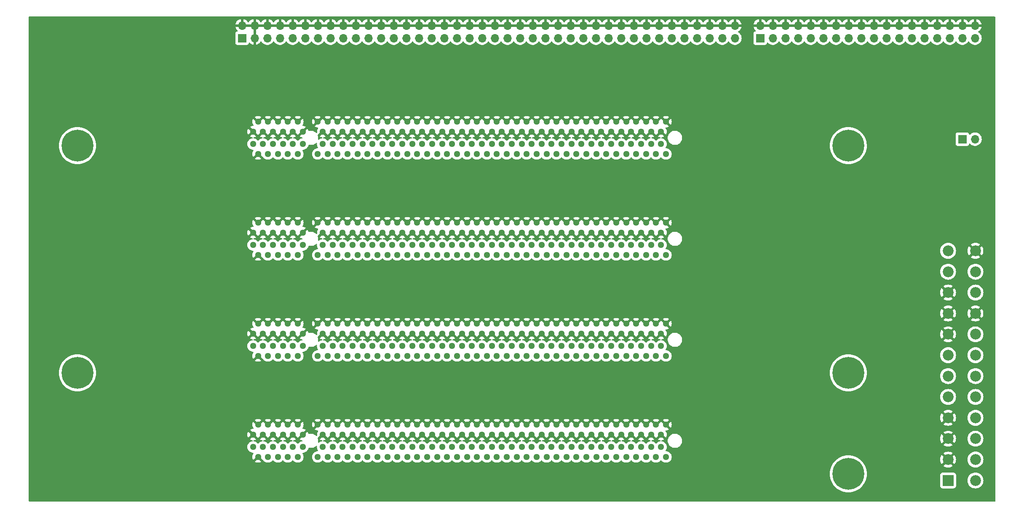
<source format=gbr>
%TF.GenerationSoftware,KiCad,Pcbnew,7.0.10+dfsg-1*%
%TF.CreationDate,2024-02-25T05:42:19-05:00*%
%TF.ProjectId,BB816-MATX-minimal,42423831-362d-44d4-9154-582d6d696e69,rev?*%
%TF.SameCoordinates,Original*%
%TF.FileFunction,Copper,L2,Inr*%
%TF.FilePolarity,Positive*%
%FSLAX46Y46*%
G04 Gerber Fmt 4.6, Leading zero omitted, Abs format (unit mm)*
G04 Created by KiCad (PCBNEW 7.0.10+dfsg-1) date 2024-02-25 05:42:19*
%MOMM*%
%LPD*%
G01*
G04 APERTURE LIST*
%TA.AperFunction,ComponentPad*%
%ADD10R,2.175000X2.175000*%
%TD*%
%TA.AperFunction,ComponentPad*%
%ADD11C,2.175000*%
%TD*%
%TA.AperFunction,ComponentPad*%
%ADD12C,0.800000*%
%TD*%
%TA.AperFunction,ComponentPad*%
%ADD13C,6.400000*%
%TD*%
%TA.AperFunction,ComponentPad*%
%ADD14C,1.280000*%
%TD*%
%TA.AperFunction,ComponentPad*%
%ADD15R,1.700000X1.700000*%
%TD*%
%TA.AperFunction,ComponentPad*%
%ADD16O,1.700000X1.700000*%
%TD*%
G04 APERTURE END LIST*
D10*
%TO.N,/+3.3.v*%
%TO.C,J5*%
X223250000Y-254050000D03*
D11*
%TO.N,/+3.3v*%
X228750000Y-254050000D03*
%TO.N,GND*%
X223250000Y-249850000D03*
%TO.N,VCC*%
X228750000Y-249850000D03*
%TO.N,GND*%
X223250000Y-245650000D03*
%TO.N,VCC*%
X228750000Y-245650000D03*
%TO.N,GND*%
X223250000Y-241450000D03*
%TO.N,/PWR_OK*%
X228750000Y-241450000D03*
%TO.N,/+5vSB*%
X223250000Y-237250000D03*
%TO.N,/+12v*%
X228750000Y-237250000D03*
X223250000Y-233050000D03*
%TO.N,/+3.3v*%
X228750000Y-233050000D03*
X223250000Y-228850000D03*
%TO.N,/-12v*%
X228750000Y-228850000D03*
%TO.N,GND*%
X223250000Y-224650000D03*
%TO.N,/PS_ON*%
X228750000Y-224650000D03*
%TO.N,GND*%
X223250000Y-220450000D03*
X228750000Y-220450000D03*
X223250000Y-216250000D03*
%TO.N,unconnected-(J5-Reserved-Pad20)*%
X228750000Y-216250000D03*
%TO.N,VCC*%
X223250000Y-212050000D03*
X228750000Y-212050000D03*
X223250000Y-207850000D03*
%TO.N,GND*%
X228750000Y-207850000D03*
%TD*%
D12*
%TO.N,N/C*%
%TO.C,H1*%
X45860000Y-232410000D03*
X46562944Y-230712944D03*
X46562944Y-234107056D03*
X48260000Y-230010000D03*
D13*
X48260000Y-232410000D03*
D12*
X48260000Y-234810000D03*
X49957056Y-230712944D03*
X49957056Y-234107056D03*
X50660000Y-232410000D03*
%TD*%
%TO.N,N/C*%
%TO.C,H2*%
X45860000Y-186690000D03*
X46562944Y-184992944D03*
X46562944Y-188387056D03*
X48260000Y-184290000D03*
D13*
X48260000Y-186690000D03*
D12*
X48260000Y-189090000D03*
X49957056Y-184992944D03*
X49957056Y-188387056D03*
X50660000Y-186690000D03*
%TD*%
%TO.N,N/C*%
%TO.C,H4*%
X200800000Y-252730000D03*
X201502944Y-251032944D03*
X201502944Y-254427056D03*
X203200000Y-250330000D03*
D13*
X203200000Y-252730000D03*
D12*
X203200000Y-255130000D03*
X204897056Y-251032944D03*
X204897056Y-254427056D03*
X205600000Y-252730000D03*
%TD*%
%TO.N,N/C*%
%TO.C,H5*%
X200800000Y-232410000D03*
X201502944Y-230712944D03*
X201502944Y-234107056D03*
X203200000Y-230010000D03*
D13*
X203200000Y-232410000D03*
D12*
X203200000Y-234810000D03*
X204897056Y-230712944D03*
X204897056Y-234107056D03*
X205600000Y-232410000D03*
%TD*%
%TO.N,N/C*%
%TO.C,H6*%
X200800000Y-186690000D03*
X201502944Y-184992944D03*
X201502944Y-188387056D03*
X203200000Y-184290000D03*
D13*
X203200000Y-186690000D03*
D12*
X203200000Y-189090000D03*
X204897056Y-184992944D03*
X204897056Y-188387056D03*
X205600000Y-186690000D03*
%TD*%
D14*
%TO.N,GND*%
%TO.C,J1*%
X83549200Y-183865200D03*
X84549200Y-181865200D03*
X85549200Y-183865200D03*
X86549200Y-181865200D03*
X87549200Y-183865200D03*
X88549200Y-181865200D03*
X89549200Y-183865200D03*
X90549200Y-181865200D03*
X91549200Y-183865200D03*
X92549200Y-181865200D03*
X93549200Y-183865200D03*
X96549200Y-181865200D03*
X97549200Y-183865200D03*
X98549200Y-181865200D03*
X99549200Y-183865200D03*
X100549200Y-181865200D03*
X101549200Y-183865200D03*
X102549200Y-181865200D03*
X103549200Y-183865200D03*
X104549200Y-181865200D03*
X105549200Y-183865200D03*
X106549200Y-181865200D03*
X107549200Y-183865200D03*
X108549200Y-181865200D03*
X109549200Y-183865200D03*
X110549200Y-181865200D03*
X111549200Y-183865200D03*
X112549200Y-181865200D03*
X113549200Y-183865200D03*
X114549200Y-181865200D03*
X115549200Y-183865200D03*
X116549200Y-181865200D03*
X117549200Y-183865200D03*
X118549200Y-181865200D03*
X119549200Y-183865200D03*
X120549200Y-181865200D03*
X121549200Y-183865200D03*
X122549200Y-181865200D03*
X123549200Y-183865200D03*
X124549200Y-181865200D03*
X125549200Y-183865200D03*
X126549200Y-181865200D03*
X127549200Y-183865200D03*
X128549200Y-181865200D03*
X129549200Y-183865200D03*
X130549200Y-181865200D03*
X131549200Y-183865200D03*
X132549200Y-181865200D03*
X133549200Y-183865200D03*
X134549200Y-181865200D03*
X135549200Y-183865200D03*
X136549200Y-181865200D03*
X137549200Y-183865200D03*
X138549200Y-181865200D03*
X139549200Y-183865200D03*
X140549200Y-181865200D03*
X141549200Y-183865200D03*
X142549200Y-181865200D03*
X143549200Y-183865200D03*
X144549200Y-181865200D03*
X145549200Y-183865200D03*
X146549200Y-181865200D03*
X147549200Y-183865200D03*
X148549200Y-181865200D03*
X149549200Y-183865200D03*
X150549200Y-181865200D03*
X151549200Y-183865200D03*
X152549200Y-181865200D03*
X153549200Y-183865200D03*
X154549200Y-181865200D03*
X155549200Y-183865200D03*
X156549200Y-181865200D03*
X157549200Y-183865200D03*
X158549200Y-181865200D03*
X159549200Y-183865200D03*
X160549200Y-181865200D03*
X161549200Y-183865200D03*
X162549200Y-181865200D03*
X163549200Y-183865200D03*
X164549200Y-181865200D03*
X165549200Y-183865200D03*
X166549200Y-181865200D03*
%TO.N,VCC*%
X83549200Y-186365200D03*
%TO.N,GND*%
X84549200Y-188365200D03*
%TO.N,/~{MR}\u2392*%
X85549200Y-186365200D03*
%TO.N,/~{RST}*%
X86549200Y-188365200D03*
%TO.N,/RST*%
X87549200Y-186365200D03*
%TO.N,/~{CLK_EN}*%
X88549200Y-188365200D03*
%TO.N,/CLK_SRC*%
X89549200Y-186365200D03*
%TO.N,/CLK*%
X90549200Y-188365200D03*
%TO.N,/~{CLK}*%
X91549200Y-186365200D03*
%TO.N,/~{IRQ}*%
X92549200Y-188365200D03*
%TO.N,/~{NMI}*%
X93549200Y-186365200D03*
%TO.N,/~{ABORT}*%
X96549200Y-188365200D03*
%TO.N,/BE*%
X97549200Y-186365200D03*
%TO.N,/RDY_IN*%
X98549200Y-188365200D03*
%TO.N,/~{WAI}*%
X99549200Y-186365200D03*
%TO.N,/SYNC*%
X100549200Y-188365200D03*
%TO.N,/VA*%
X101549200Y-186365200D03*
%TO.N,/R~{W}*%
X102549200Y-188365200D03*
%TO.N,/~{RD}*%
X103549200Y-186365200D03*
%TO.N,/~{WR}*%
X104549200Y-188365200D03*
%TO.N,/~{BANK0}*%
X105549200Y-186365200D03*
%TO.N,/E*%
X106549200Y-188365200D03*
%TO.N,/M*%
X107549200Y-186365200D03*
%TO.N,/X*%
X108549200Y-188365200D03*
%TO.N,/~{VP}*%
X109549200Y-186365200D03*
%TO.N,/~{ML}*%
X110549200Y-188365200D03*
%TO.N,/A23*%
X111549200Y-186365200D03*
%TO.N,/A22*%
X112549200Y-188365200D03*
%TO.N,/A21*%
X113549200Y-186365200D03*
%TO.N,/A20*%
X114549200Y-188365200D03*
%TO.N,/A19*%
X115549200Y-186365200D03*
%TO.N,/A18*%
X116549200Y-188365200D03*
%TO.N,/A17*%
X117549200Y-186365200D03*
%TO.N,/A16*%
X118549200Y-188365200D03*
%TO.N,/A15*%
X119549200Y-186365200D03*
%TO.N,/A14*%
X120549200Y-188365200D03*
%TO.N,/A13*%
X121549200Y-186365200D03*
%TO.N,/A12*%
X122549200Y-188365200D03*
%TO.N,/A11*%
X123549200Y-186365200D03*
%TO.N,/A10*%
X124549200Y-188365200D03*
%TO.N,/A9*%
X125549200Y-186365200D03*
%TO.N,/A8*%
X126549200Y-188365200D03*
%TO.N,/A7*%
X127549200Y-186365200D03*
%TO.N,/A6*%
X128549200Y-188365200D03*
%TO.N,/A5*%
X129549200Y-186365200D03*
%TO.N,/A4*%
X130549200Y-188365200D03*
%TO.N,/A3*%
X131549200Y-186365200D03*
%TO.N,/A2*%
X132549200Y-188365200D03*
%TO.N,/A1*%
X133549200Y-186365200D03*
%TO.N,/A0*%
X134549200Y-188365200D03*
%TO.N,/D7*%
X135549200Y-186365200D03*
%TO.N,/D6*%
X136549200Y-188365200D03*
%TO.N,/D5*%
X137549200Y-186365200D03*
%TO.N,/D4*%
X138549200Y-188365200D03*
%TO.N,/D3*%
X139549200Y-186365200D03*
%TO.N,/D2*%
X140549200Y-188365200D03*
%TO.N,/D1*%
X141549200Y-186365200D03*
%TO.N,/D0*%
X142549200Y-188365200D03*
%TO.N,/VDA*%
X143549200Y-186365200D03*
%TO.N,/VPA*%
X144549200Y-188365200D03*
%TO.N,/X61*%
X145549200Y-186365200D03*
%TO.N,/X62*%
X146549200Y-188365200D03*
%TO.N,/X63*%
X147549200Y-186365200D03*
%TO.N,/X64*%
X148549200Y-188365200D03*
%TO.N,/X65*%
X149549200Y-186365200D03*
%TO.N,/X66*%
X150549200Y-188365200D03*
%TO.N,/~{IOCS7}*%
X151549200Y-186365200D03*
%TO.N,/~{IOCS6}*%
X152549200Y-188365200D03*
%TO.N,/~{IOCS5}*%
X153549200Y-186365200D03*
%TO.N,/~{IOCS4}*%
X154549200Y-188365200D03*
%TO.N,/~{IOCS3}*%
X155549200Y-186365200D03*
%TO.N,/~{IOCS2}*%
X156549200Y-188365200D03*
%TO.N,/~{IOCS1}*%
X157549200Y-186365200D03*
%TO.N,/~{IOCS0}*%
X158549200Y-188365200D03*
%TO.N,/~{IRQ7}*%
X159549200Y-186365200D03*
%TO.N,/~{IRQ6}*%
X160549200Y-188365200D03*
%TO.N,/~{IRQ5}*%
X161549200Y-186365200D03*
%TO.N,/~{IRQ4}*%
X162549200Y-188365200D03*
%TO.N,/~{IRQ3}*%
X163549200Y-186365200D03*
%TO.N,/~{IRQ2}*%
X164549200Y-188365200D03*
%TO.N,/~{IRQ1}*%
X165549200Y-186365200D03*
%TO.N,/~{IRQ0}*%
X166549200Y-188365200D03*
%TD*%
%TO.N,GND*%
%TO.C,J2*%
X83549200Y-204185200D03*
X84549200Y-202185200D03*
X85549200Y-204185200D03*
X86549200Y-202185200D03*
X87549200Y-204185200D03*
X88549200Y-202185200D03*
X89549200Y-204185200D03*
X90549200Y-202185200D03*
X91549200Y-204185200D03*
X92549200Y-202185200D03*
X93549200Y-204185200D03*
X96549200Y-202185200D03*
X97549200Y-204185200D03*
X98549200Y-202185200D03*
X99549200Y-204185200D03*
X100549200Y-202185200D03*
X101549200Y-204185200D03*
X102549200Y-202185200D03*
X103549200Y-204185200D03*
X104549200Y-202185200D03*
X105549200Y-204185200D03*
X106549200Y-202185200D03*
X107549200Y-204185200D03*
X108549200Y-202185200D03*
X109549200Y-204185200D03*
X110549200Y-202185200D03*
X111549200Y-204185200D03*
X112549200Y-202185200D03*
X113549200Y-204185200D03*
X114549200Y-202185200D03*
X115549200Y-204185200D03*
X116549200Y-202185200D03*
X117549200Y-204185200D03*
X118549200Y-202185200D03*
X119549200Y-204185200D03*
X120549200Y-202185200D03*
X121549200Y-204185200D03*
X122549200Y-202185200D03*
X123549200Y-204185200D03*
X124549200Y-202185200D03*
X125549200Y-204185200D03*
X126549200Y-202185200D03*
X127549200Y-204185200D03*
X128549200Y-202185200D03*
X129549200Y-204185200D03*
X130549200Y-202185200D03*
X131549200Y-204185200D03*
X132549200Y-202185200D03*
X133549200Y-204185200D03*
X134549200Y-202185200D03*
X135549200Y-204185200D03*
X136549200Y-202185200D03*
X137549200Y-204185200D03*
X138549200Y-202185200D03*
X139549200Y-204185200D03*
X140549200Y-202185200D03*
X141549200Y-204185200D03*
X142549200Y-202185200D03*
X143549200Y-204185200D03*
X144549200Y-202185200D03*
X145549200Y-204185200D03*
X146549200Y-202185200D03*
X147549200Y-204185200D03*
X148549200Y-202185200D03*
X149549200Y-204185200D03*
X150549200Y-202185200D03*
X151549200Y-204185200D03*
X152549200Y-202185200D03*
X153549200Y-204185200D03*
X154549200Y-202185200D03*
X155549200Y-204185200D03*
X156549200Y-202185200D03*
X157549200Y-204185200D03*
X158549200Y-202185200D03*
X159549200Y-204185200D03*
X160549200Y-202185200D03*
X161549200Y-204185200D03*
X162549200Y-202185200D03*
X163549200Y-204185200D03*
X164549200Y-202185200D03*
X165549200Y-204185200D03*
X166549200Y-202185200D03*
%TO.N,VCC*%
X83549200Y-206685200D03*
%TO.N,GND*%
X84549200Y-208685200D03*
%TO.N,/~{MR}\u2392*%
X85549200Y-206685200D03*
%TO.N,/~{RST}*%
X86549200Y-208685200D03*
%TO.N,/RST*%
X87549200Y-206685200D03*
%TO.N,/~{CLK_EN}*%
X88549200Y-208685200D03*
%TO.N,/CLK_SRC*%
X89549200Y-206685200D03*
%TO.N,/CLK*%
X90549200Y-208685200D03*
%TO.N,/~{CLK}*%
X91549200Y-206685200D03*
%TO.N,/~{IRQ}*%
X92549200Y-208685200D03*
%TO.N,/~{NMI}*%
X93549200Y-206685200D03*
%TO.N,/~{ABORT}*%
X96549200Y-208685200D03*
%TO.N,/BE*%
X97549200Y-206685200D03*
%TO.N,/RDY_IN*%
X98549200Y-208685200D03*
%TO.N,/~{WAI}*%
X99549200Y-206685200D03*
%TO.N,/SYNC*%
X100549200Y-208685200D03*
%TO.N,/VA*%
X101549200Y-206685200D03*
%TO.N,/R~{W}*%
X102549200Y-208685200D03*
%TO.N,/~{RD}*%
X103549200Y-206685200D03*
%TO.N,/~{WR}*%
X104549200Y-208685200D03*
%TO.N,/~{BANK0}*%
X105549200Y-206685200D03*
%TO.N,/E*%
X106549200Y-208685200D03*
%TO.N,/M*%
X107549200Y-206685200D03*
%TO.N,/X*%
X108549200Y-208685200D03*
%TO.N,/~{VP}*%
X109549200Y-206685200D03*
%TO.N,/~{ML}*%
X110549200Y-208685200D03*
%TO.N,/A23*%
X111549200Y-206685200D03*
%TO.N,/A22*%
X112549200Y-208685200D03*
%TO.N,/A21*%
X113549200Y-206685200D03*
%TO.N,/A20*%
X114549200Y-208685200D03*
%TO.N,/A19*%
X115549200Y-206685200D03*
%TO.N,/A18*%
X116549200Y-208685200D03*
%TO.N,/A17*%
X117549200Y-206685200D03*
%TO.N,/A16*%
X118549200Y-208685200D03*
%TO.N,/A15*%
X119549200Y-206685200D03*
%TO.N,/A14*%
X120549200Y-208685200D03*
%TO.N,/A13*%
X121549200Y-206685200D03*
%TO.N,/A12*%
X122549200Y-208685200D03*
%TO.N,/A11*%
X123549200Y-206685200D03*
%TO.N,/A10*%
X124549200Y-208685200D03*
%TO.N,/A9*%
X125549200Y-206685200D03*
%TO.N,/A8*%
X126549200Y-208685200D03*
%TO.N,/A7*%
X127549200Y-206685200D03*
%TO.N,/A6*%
X128549200Y-208685200D03*
%TO.N,/A5*%
X129549200Y-206685200D03*
%TO.N,/A4*%
X130549200Y-208685200D03*
%TO.N,/A3*%
X131549200Y-206685200D03*
%TO.N,/A2*%
X132549200Y-208685200D03*
%TO.N,/A1*%
X133549200Y-206685200D03*
%TO.N,/A0*%
X134549200Y-208685200D03*
%TO.N,/D7*%
X135549200Y-206685200D03*
%TO.N,/D6*%
X136549200Y-208685200D03*
%TO.N,/D5*%
X137549200Y-206685200D03*
%TO.N,/D4*%
X138549200Y-208685200D03*
%TO.N,/D3*%
X139549200Y-206685200D03*
%TO.N,/D2*%
X140549200Y-208685200D03*
%TO.N,/D1*%
X141549200Y-206685200D03*
%TO.N,/D0*%
X142549200Y-208685200D03*
%TO.N,/VDA*%
X143549200Y-206685200D03*
%TO.N,/VPA*%
X144549200Y-208685200D03*
%TO.N,/X61*%
X145549200Y-206685200D03*
%TO.N,/X62*%
X146549200Y-208685200D03*
%TO.N,/X63*%
X147549200Y-206685200D03*
%TO.N,/X64*%
X148549200Y-208685200D03*
%TO.N,/X65*%
X149549200Y-206685200D03*
%TO.N,/X66*%
X150549200Y-208685200D03*
%TO.N,/~{IOCS7}*%
X151549200Y-206685200D03*
%TO.N,/~{IOCS6}*%
X152549200Y-208685200D03*
%TO.N,/~{IOCS5}*%
X153549200Y-206685200D03*
%TO.N,/~{IOCS4}*%
X154549200Y-208685200D03*
%TO.N,/~{IOCS3}*%
X155549200Y-206685200D03*
%TO.N,/~{IOCS2}*%
X156549200Y-208685200D03*
%TO.N,/~{IOCS1}*%
X157549200Y-206685200D03*
%TO.N,/~{IOCS0}*%
X158549200Y-208685200D03*
%TO.N,/~{IRQ7}*%
X159549200Y-206685200D03*
%TO.N,/~{IRQ6}*%
X160549200Y-208685200D03*
%TO.N,/~{IRQ5}*%
X161549200Y-206685200D03*
%TO.N,/~{IRQ4}*%
X162549200Y-208685200D03*
%TO.N,/~{IRQ3}*%
X163549200Y-206685200D03*
%TO.N,/~{IRQ2}*%
X164549200Y-208685200D03*
%TO.N,/~{IRQ1}*%
X165549200Y-206685200D03*
%TO.N,/~{IRQ0}*%
X166549200Y-208685200D03*
%TD*%
%TO.N,GND*%
%TO.C,J4*%
X83549200Y-244825200D03*
X84549200Y-242825200D03*
X85549200Y-244825200D03*
X86549200Y-242825200D03*
X87549200Y-244825200D03*
X88549200Y-242825200D03*
X89549200Y-244825200D03*
X90549200Y-242825200D03*
X91549200Y-244825200D03*
X92549200Y-242825200D03*
X93549200Y-244825200D03*
X96549200Y-242825200D03*
X97549200Y-244825200D03*
X98549200Y-242825200D03*
X99549200Y-244825200D03*
X100549200Y-242825200D03*
X101549200Y-244825200D03*
X102549200Y-242825200D03*
X103549200Y-244825200D03*
X104549200Y-242825200D03*
X105549200Y-244825200D03*
X106549200Y-242825200D03*
X107549200Y-244825200D03*
X108549200Y-242825200D03*
X109549200Y-244825200D03*
X110549200Y-242825200D03*
X111549200Y-244825200D03*
X112549200Y-242825200D03*
X113549200Y-244825200D03*
X114549200Y-242825200D03*
X115549200Y-244825200D03*
X116549200Y-242825200D03*
X117549200Y-244825200D03*
X118549200Y-242825200D03*
X119549200Y-244825200D03*
X120549200Y-242825200D03*
X121549200Y-244825200D03*
X122549200Y-242825200D03*
X123549200Y-244825200D03*
X124549200Y-242825200D03*
X125549200Y-244825200D03*
X126549200Y-242825200D03*
X127549200Y-244825200D03*
X128549200Y-242825200D03*
X129549200Y-244825200D03*
X130549200Y-242825200D03*
X131549200Y-244825200D03*
X132549200Y-242825200D03*
X133549200Y-244825200D03*
X134549200Y-242825200D03*
X135549200Y-244825200D03*
X136549200Y-242825200D03*
X137549200Y-244825200D03*
X138549200Y-242825200D03*
X139549200Y-244825200D03*
X140549200Y-242825200D03*
X141549200Y-244825200D03*
X142549200Y-242825200D03*
X143549200Y-244825200D03*
X144549200Y-242825200D03*
X145549200Y-244825200D03*
X146549200Y-242825200D03*
X147549200Y-244825200D03*
X148549200Y-242825200D03*
X149549200Y-244825200D03*
X150549200Y-242825200D03*
X151549200Y-244825200D03*
X152549200Y-242825200D03*
X153549200Y-244825200D03*
X154549200Y-242825200D03*
X155549200Y-244825200D03*
X156549200Y-242825200D03*
X157549200Y-244825200D03*
X158549200Y-242825200D03*
X159549200Y-244825200D03*
X160549200Y-242825200D03*
X161549200Y-244825200D03*
X162549200Y-242825200D03*
X163549200Y-244825200D03*
X164549200Y-242825200D03*
X165549200Y-244825200D03*
X166549200Y-242825200D03*
%TO.N,VCC*%
X83549200Y-247325200D03*
%TO.N,GND*%
X84549200Y-249325200D03*
%TO.N,/~{MR}\u2392*%
X85549200Y-247325200D03*
%TO.N,/~{RST}*%
X86549200Y-249325200D03*
%TO.N,/RST*%
X87549200Y-247325200D03*
%TO.N,/~{CLK_EN}*%
X88549200Y-249325200D03*
%TO.N,/CLK_SRC*%
X89549200Y-247325200D03*
%TO.N,/CLK*%
X90549200Y-249325200D03*
%TO.N,/~{CLK}*%
X91549200Y-247325200D03*
%TO.N,/~{IRQ}*%
X92549200Y-249325200D03*
%TO.N,/~{NMI}*%
X93549200Y-247325200D03*
%TO.N,/~{ABORT}*%
X96549200Y-249325200D03*
%TO.N,/BE*%
X97549200Y-247325200D03*
%TO.N,/RDY_IN*%
X98549200Y-249325200D03*
%TO.N,/~{WAI}*%
X99549200Y-247325200D03*
%TO.N,/SYNC*%
X100549200Y-249325200D03*
%TO.N,/VA*%
X101549200Y-247325200D03*
%TO.N,/R~{W}*%
X102549200Y-249325200D03*
%TO.N,/~{RD}*%
X103549200Y-247325200D03*
%TO.N,/~{WR}*%
X104549200Y-249325200D03*
%TO.N,/~{BANK0}*%
X105549200Y-247325200D03*
%TO.N,/E*%
X106549200Y-249325200D03*
%TO.N,/M*%
X107549200Y-247325200D03*
%TO.N,/X*%
X108549200Y-249325200D03*
%TO.N,/~{VP}*%
X109549200Y-247325200D03*
%TO.N,/~{ML}*%
X110549200Y-249325200D03*
%TO.N,/A23*%
X111549200Y-247325200D03*
%TO.N,/A22*%
X112549200Y-249325200D03*
%TO.N,/A21*%
X113549200Y-247325200D03*
%TO.N,/A20*%
X114549200Y-249325200D03*
%TO.N,/A19*%
X115549200Y-247325200D03*
%TO.N,/A18*%
X116549200Y-249325200D03*
%TO.N,/A17*%
X117549200Y-247325200D03*
%TO.N,/A16*%
X118549200Y-249325200D03*
%TO.N,/A15*%
X119549200Y-247325200D03*
%TO.N,/A14*%
X120549200Y-249325200D03*
%TO.N,/A13*%
X121549200Y-247325200D03*
%TO.N,/A12*%
X122549200Y-249325200D03*
%TO.N,/A11*%
X123549200Y-247325200D03*
%TO.N,/A10*%
X124549200Y-249325200D03*
%TO.N,/A9*%
X125549200Y-247325200D03*
%TO.N,/A8*%
X126549200Y-249325200D03*
%TO.N,/A7*%
X127549200Y-247325200D03*
%TO.N,/A6*%
X128549200Y-249325200D03*
%TO.N,/A5*%
X129549200Y-247325200D03*
%TO.N,/A4*%
X130549200Y-249325200D03*
%TO.N,/A3*%
X131549200Y-247325200D03*
%TO.N,/A2*%
X132549200Y-249325200D03*
%TO.N,/A1*%
X133549200Y-247325200D03*
%TO.N,/A0*%
X134549200Y-249325200D03*
%TO.N,/D7*%
X135549200Y-247325200D03*
%TO.N,/D6*%
X136549200Y-249325200D03*
%TO.N,/D5*%
X137549200Y-247325200D03*
%TO.N,/D4*%
X138549200Y-249325200D03*
%TO.N,/D3*%
X139549200Y-247325200D03*
%TO.N,/D2*%
X140549200Y-249325200D03*
%TO.N,/D1*%
X141549200Y-247325200D03*
%TO.N,/D0*%
X142549200Y-249325200D03*
%TO.N,/VDA*%
X143549200Y-247325200D03*
%TO.N,/VPA*%
X144549200Y-249325200D03*
%TO.N,/X61*%
X145549200Y-247325200D03*
%TO.N,/X62*%
X146549200Y-249325200D03*
%TO.N,/X63*%
X147549200Y-247325200D03*
%TO.N,/X64*%
X148549200Y-249325200D03*
%TO.N,/X65*%
X149549200Y-247325200D03*
%TO.N,/X66*%
X150549200Y-249325200D03*
%TO.N,/~{IOCS7}*%
X151549200Y-247325200D03*
%TO.N,/~{IOCS6}*%
X152549200Y-249325200D03*
%TO.N,/~{IOCS5}*%
X153549200Y-247325200D03*
%TO.N,/~{IOCS4}*%
X154549200Y-249325200D03*
%TO.N,/~{IOCS3}*%
X155549200Y-247325200D03*
%TO.N,/~{IOCS2}*%
X156549200Y-249325200D03*
%TO.N,/~{IOCS1}*%
X157549200Y-247325200D03*
%TO.N,/~{IOCS0}*%
X158549200Y-249325200D03*
%TO.N,/~{IRQ7}*%
X159549200Y-247325200D03*
%TO.N,/~{IRQ6}*%
X160549200Y-249325200D03*
%TO.N,/~{IRQ5}*%
X161549200Y-247325200D03*
%TO.N,/~{IRQ4}*%
X162549200Y-249325200D03*
%TO.N,/~{IRQ3}*%
X163549200Y-247325200D03*
%TO.N,/~{IRQ2}*%
X164549200Y-249325200D03*
%TO.N,/~{IRQ1}*%
X165549200Y-247325200D03*
%TO.N,/~{IRQ0}*%
X166549200Y-249325200D03*
%TD*%
D15*
%TO.N,/VDA*%
%TO.C,J7*%
X226120000Y-185380000D03*
D16*
%TO.N,/VPA*%
X228660000Y-185380000D03*
%TD*%
D14*
%TO.N,GND*%
%TO.C,J3*%
X83549200Y-224505200D03*
X84549200Y-222505200D03*
X85549200Y-224505200D03*
X86549200Y-222505200D03*
X87549200Y-224505200D03*
X88549200Y-222505200D03*
X89549200Y-224505200D03*
X90549200Y-222505200D03*
X91549200Y-224505200D03*
X92549200Y-222505200D03*
X93549200Y-224505200D03*
X96549200Y-222505200D03*
X97549200Y-224505200D03*
X98549200Y-222505200D03*
X99549200Y-224505200D03*
X100549200Y-222505200D03*
X101549200Y-224505200D03*
X102549200Y-222505200D03*
X103549200Y-224505200D03*
X104549200Y-222505200D03*
X105549200Y-224505200D03*
X106549200Y-222505200D03*
X107549200Y-224505200D03*
X108549200Y-222505200D03*
X109549200Y-224505200D03*
X110549200Y-222505200D03*
X111549200Y-224505200D03*
X112549200Y-222505200D03*
X113549200Y-224505200D03*
X114549200Y-222505200D03*
X115549200Y-224505200D03*
X116549200Y-222505200D03*
X117549200Y-224505200D03*
X118549200Y-222505200D03*
X119549200Y-224505200D03*
X120549200Y-222505200D03*
X121549200Y-224505200D03*
X122549200Y-222505200D03*
X123549200Y-224505200D03*
X124549200Y-222505200D03*
X125549200Y-224505200D03*
X126549200Y-222505200D03*
X127549200Y-224505200D03*
X128549200Y-222505200D03*
X129549200Y-224505200D03*
X130549200Y-222505200D03*
X131549200Y-224505200D03*
X132549200Y-222505200D03*
X133549200Y-224505200D03*
X134549200Y-222505200D03*
X135549200Y-224505200D03*
X136549200Y-222505200D03*
X137549200Y-224505200D03*
X138549200Y-222505200D03*
X139549200Y-224505200D03*
X140549200Y-222505200D03*
X141549200Y-224505200D03*
X142549200Y-222505200D03*
X143549200Y-224505200D03*
X144549200Y-222505200D03*
X145549200Y-224505200D03*
X146549200Y-222505200D03*
X147549200Y-224505200D03*
X148549200Y-222505200D03*
X149549200Y-224505200D03*
X150549200Y-222505200D03*
X151549200Y-224505200D03*
X152549200Y-222505200D03*
X153549200Y-224505200D03*
X154549200Y-222505200D03*
X155549200Y-224505200D03*
X156549200Y-222505200D03*
X157549200Y-224505200D03*
X158549200Y-222505200D03*
X159549200Y-224505200D03*
X160549200Y-222505200D03*
X161549200Y-224505200D03*
X162549200Y-222505200D03*
X163549200Y-224505200D03*
X164549200Y-222505200D03*
X165549200Y-224505200D03*
X166549200Y-222505200D03*
%TO.N,VCC*%
X83549200Y-227005200D03*
%TO.N,GND*%
X84549200Y-229005200D03*
%TO.N,/~{MR}\u2392*%
X85549200Y-227005200D03*
%TO.N,/~{RST}*%
X86549200Y-229005200D03*
%TO.N,/RST*%
X87549200Y-227005200D03*
%TO.N,/~{CLK_EN}*%
X88549200Y-229005200D03*
%TO.N,/CLK_SRC*%
X89549200Y-227005200D03*
%TO.N,/CLK*%
X90549200Y-229005200D03*
%TO.N,/~{CLK}*%
X91549200Y-227005200D03*
%TO.N,/~{IRQ}*%
X92549200Y-229005200D03*
%TO.N,/~{NMI}*%
X93549200Y-227005200D03*
%TO.N,/~{ABORT}*%
X96549200Y-229005200D03*
%TO.N,/BE*%
X97549200Y-227005200D03*
%TO.N,/RDY_IN*%
X98549200Y-229005200D03*
%TO.N,/~{WAI}*%
X99549200Y-227005200D03*
%TO.N,/SYNC*%
X100549200Y-229005200D03*
%TO.N,/VA*%
X101549200Y-227005200D03*
%TO.N,/R~{W}*%
X102549200Y-229005200D03*
%TO.N,/~{RD}*%
X103549200Y-227005200D03*
%TO.N,/~{WR}*%
X104549200Y-229005200D03*
%TO.N,/~{BANK0}*%
X105549200Y-227005200D03*
%TO.N,/E*%
X106549200Y-229005200D03*
%TO.N,/M*%
X107549200Y-227005200D03*
%TO.N,/X*%
X108549200Y-229005200D03*
%TO.N,/~{VP}*%
X109549200Y-227005200D03*
%TO.N,/~{ML}*%
X110549200Y-229005200D03*
%TO.N,/A23*%
X111549200Y-227005200D03*
%TO.N,/A22*%
X112549200Y-229005200D03*
%TO.N,/A21*%
X113549200Y-227005200D03*
%TO.N,/A20*%
X114549200Y-229005200D03*
%TO.N,/A19*%
X115549200Y-227005200D03*
%TO.N,/A18*%
X116549200Y-229005200D03*
%TO.N,/A17*%
X117549200Y-227005200D03*
%TO.N,/A16*%
X118549200Y-229005200D03*
%TO.N,/A15*%
X119549200Y-227005200D03*
%TO.N,/A14*%
X120549200Y-229005200D03*
%TO.N,/A13*%
X121549200Y-227005200D03*
%TO.N,/A12*%
X122549200Y-229005200D03*
%TO.N,/A11*%
X123549200Y-227005200D03*
%TO.N,/A10*%
X124549200Y-229005200D03*
%TO.N,/A9*%
X125549200Y-227005200D03*
%TO.N,/A8*%
X126549200Y-229005200D03*
%TO.N,/A7*%
X127549200Y-227005200D03*
%TO.N,/A6*%
X128549200Y-229005200D03*
%TO.N,/A5*%
X129549200Y-227005200D03*
%TO.N,/A4*%
X130549200Y-229005200D03*
%TO.N,/A3*%
X131549200Y-227005200D03*
%TO.N,/A2*%
X132549200Y-229005200D03*
%TO.N,/A1*%
X133549200Y-227005200D03*
%TO.N,/A0*%
X134549200Y-229005200D03*
%TO.N,/D7*%
X135549200Y-227005200D03*
%TO.N,/D6*%
X136549200Y-229005200D03*
%TO.N,/D5*%
X137549200Y-227005200D03*
%TO.N,/D4*%
X138549200Y-229005200D03*
%TO.N,/D3*%
X139549200Y-227005200D03*
%TO.N,/D2*%
X140549200Y-229005200D03*
%TO.N,/D1*%
X141549200Y-227005200D03*
%TO.N,/D0*%
X142549200Y-229005200D03*
%TO.N,/VDA*%
X143549200Y-227005200D03*
%TO.N,/VPA*%
X144549200Y-229005200D03*
%TO.N,/X61*%
X145549200Y-227005200D03*
%TO.N,/X62*%
X146549200Y-229005200D03*
%TO.N,/X63*%
X147549200Y-227005200D03*
%TO.N,/X64*%
X148549200Y-229005200D03*
%TO.N,/X65*%
X149549200Y-227005200D03*
%TO.N,/X66*%
X150549200Y-229005200D03*
%TO.N,/~{IOCS7}*%
X151549200Y-227005200D03*
%TO.N,/~{IOCS6}*%
X152549200Y-229005200D03*
%TO.N,/~{IOCS5}*%
X153549200Y-227005200D03*
%TO.N,/~{IOCS4}*%
X154549200Y-229005200D03*
%TO.N,/~{IOCS3}*%
X155549200Y-227005200D03*
%TO.N,/~{IOCS2}*%
X156549200Y-229005200D03*
%TO.N,/~{IOCS1}*%
X157549200Y-227005200D03*
%TO.N,/~{IOCS0}*%
X158549200Y-229005200D03*
%TO.N,/~{IRQ7}*%
X159549200Y-227005200D03*
%TO.N,/~{IRQ6}*%
X160549200Y-229005200D03*
%TO.N,/~{IRQ5}*%
X161549200Y-227005200D03*
%TO.N,/~{IRQ4}*%
X162549200Y-229005200D03*
%TO.N,/~{IRQ3}*%
X163549200Y-227005200D03*
%TO.N,/~{IRQ2}*%
X164549200Y-229005200D03*
%TO.N,/~{IRQ1}*%
X165549200Y-227005200D03*
%TO.N,/~{IRQ0}*%
X166549200Y-229005200D03*
%TD*%
D16*
%TO.N,GND*%
%TO.C,J8*%
X228660000Y-162520000D03*
%TO.N,/D0*%
X228660000Y-165060000D03*
%TO.N,GND*%
X226120000Y-162520000D03*
%TO.N,/D1*%
X226120000Y-165060000D03*
%TO.N,GND*%
X223580000Y-162520000D03*
%TO.N,/D2*%
X223580000Y-165060000D03*
%TO.N,GND*%
X221040000Y-162520000D03*
%TO.N,/D3*%
X221040000Y-165060000D03*
%TO.N,GND*%
X218500000Y-162520000D03*
%TO.N,/D4*%
X218500000Y-165060000D03*
%TO.N,GND*%
X215960000Y-162520000D03*
%TO.N,/D5*%
X215960000Y-165060000D03*
%TO.N,GND*%
X213420000Y-162520000D03*
%TO.N,/D6*%
X213420000Y-165060000D03*
%TO.N,GND*%
X210880000Y-162520000D03*
%TO.N,/D7*%
X210880000Y-165060000D03*
%TO.N,GND*%
X208340000Y-162520000D03*
%TO.N,/A0*%
X208340000Y-165060000D03*
%TO.N,GND*%
X205800000Y-162520000D03*
%TO.N,/A1*%
X205800000Y-165060000D03*
%TO.N,GND*%
X203260000Y-162520000D03*
%TO.N,/A2*%
X203260000Y-165060000D03*
%TO.N,GND*%
X200720000Y-162520000D03*
%TO.N,/A3*%
X200720000Y-165060000D03*
%TO.N,GND*%
X198180000Y-162520000D03*
%TO.N,/A4*%
X198180000Y-165060000D03*
%TO.N,GND*%
X195640000Y-162520000D03*
%TO.N,/A5*%
X195640000Y-165060000D03*
%TO.N,GND*%
X193100000Y-162520000D03*
%TO.N,/A6*%
X193100000Y-165060000D03*
%TO.N,GND*%
X190560000Y-162520000D03*
%TO.N,/A7*%
X190560000Y-165060000D03*
%TO.N,GND*%
X188020000Y-162520000D03*
%TO.N,/A8*%
X188020000Y-165060000D03*
%TO.N,GND*%
X185480000Y-162520000D03*
D15*
%TO.N,/A9*%
X185480000Y-165060000D03*
%TD*%
%TO.N,VCC*%
%TO.C,J6*%
X81340000Y-165060000D03*
D16*
%TO.N,GND*%
X81340000Y-162520000D03*
X83880000Y-165060000D03*
X83880000Y-162520000D03*
%TO.N,/~{MR}\u2392*%
X86420000Y-165060000D03*
%TO.N,GND*%
X86420000Y-162520000D03*
%TO.N,/~{RST}*%
X88960000Y-165060000D03*
%TO.N,GND*%
X88960000Y-162520000D03*
%TO.N,/RST*%
X91500000Y-165060000D03*
%TO.N,GND*%
X91500000Y-162520000D03*
%TO.N,/~{CLK_EN}*%
X94040000Y-165060000D03*
%TO.N,GND*%
X94040000Y-162520000D03*
%TO.N,/CLK_SRC*%
X96580000Y-165060000D03*
%TO.N,GND*%
X96580000Y-162520000D03*
%TO.N,/CLK*%
X99120000Y-165060000D03*
%TO.N,GND*%
X99120000Y-162520000D03*
%TO.N,/~{CLK}*%
X101660000Y-165060000D03*
%TO.N,GND*%
X101660000Y-162520000D03*
%TO.N,/~{IRQ}*%
X104200000Y-165060000D03*
%TO.N,GND*%
X104200000Y-162520000D03*
%TO.N,/~{NMI}*%
X106740000Y-165060000D03*
%TO.N,GND*%
X106740000Y-162520000D03*
%TO.N,/~{ABORT}*%
X109280000Y-165060000D03*
%TO.N,GND*%
X109280000Y-162520000D03*
%TO.N,/BE*%
X111820000Y-165060000D03*
%TO.N,GND*%
X111820000Y-162520000D03*
%TO.N,/RDY_IN*%
X114360000Y-165060000D03*
%TO.N,GND*%
X114360000Y-162520000D03*
%TO.N,/~{WAI}*%
X116900000Y-165060000D03*
%TO.N,GND*%
X116900000Y-162520000D03*
%TO.N,/SYNC*%
X119440000Y-165060000D03*
%TO.N,GND*%
X119440000Y-162520000D03*
%TO.N,/VA*%
X121980000Y-165060000D03*
%TO.N,GND*%
X121980000Y-162520000D03*
%TO.N,/R~{W}*%
X124520000Y-165060000D03*
%TO.N,GND*%
X124520000Y-162520000D03*
%TO.N,/~{RD}*%
X127060000Y-165060000D03*
%TO.N,GND*%
X127060000Y-162520000D03*
%TO.N,/~{WR}*%
X129600000Y-165060000D03*
%TO.N,GND*%
X129600000Y-162520000D03*
%TO.N,/~{BANK0}*%
X132140000Y-165060000D03*
%TO.N,GND*%
X132140000Y-162520000D03*
%TO.N,/E*%
X134680000Y-165060000D03*
%TO.N,GND*%
X134680000Y-162520000D03*
%TO.N,/M*%
X137220000Y-165060000D03*
%TO.N,GND*%
X137220000Y-162520000D03*
%TO.N,/X*%
X139760000Y-165060000D03*
%TO.N,GND*%
X139760000Y-162520000D03*
%TO.N,/~{VP}*%
X142300000Y-165060000D03*
%TO.N,GND*%
X142300000Y-162520000D03*
%TO.N,/~{ML}*%
X144840000Y-165060000D03*
%TO.N,GND*%
X144840000Y-162520000D03*
%TO.N,/A23*%
X147380000Y-165060000D03*
%TO.N,GND*%
X147380000Y-162520000D03*
%TO.N,/A22*%
X149920000Y-165060000D03*
%TO.N,GND*%
X149920000Y-162520000D03*
%TO.N,/A21*%
X152460000Y-165060000D03*
%TO.N,GND*%
X152460000Y-162520000D03*
%TO.N,/A20*%
X155000000Y-165060000D03*
%TO.N,GND*%
X155000000Y-162520000D03*
%TO.N,/A19*%
X157540000Y-165060000D03*
%TO.N,GND*%
X157540000Y-162520000D03*
%TO.N,/A18*%
X160080000Y-165060000D03*
%TO.N,GND*%
X160080000Y-162520000D03*
%TO.N,/A17*%
X162620000Y-165060000D03*
%TO.N,GND*%
X162620000Y-162520000D03*
%TO.N,/A16*%
X165160000Y-165060000D03*
%TO.N,GND*%
X165160000Y-162520000D03*
%TO.N,/A15*%
X167700000Y-165060000D03*
%TO.N,GND*%
X167700000Y-162520000D03*
%TO.N,/A14*%
X170240000Y-165060000D03*
%TO.N,GND*%
X170240000Y-162520000D03*
%TO.N,/A13*%
X172780000Y-165060000D03*
%TO.N,GND*%
X172780000Y-162520000D03*
%TO.N,/A12*%
X175320000Y-165060000D03*
%TO.N,GND*%
X175320000Y-162520000D03*
%TO.N,/A11*%
X177860000Y-165060000D03*
%TO.N,GND*%
X177860000Y-162520000D03*
%TO.N,/A10*%
X180400000Y-165060000D03*
%TO.N,GND*%
X180400000Y-162520000D03*
%TD*%
%TA.AperFunction,Conductor*%
%TO.N,GND*%
G36*
X85173665Y-244947219D02*
G01*
X85229751Y-245057293D01*
X85317107Y-245144649D01*
X85427181Y-245200735D01*
X85513539Y-245214412D01*
X84939455Y-245788495D01*
X85038880Y-245850057D01*
X85038881Y-245850058D01*
X85235884Y-245926377D01*
X85356836Y-245948987D01*
X85419117Y-245980655D01*
X85454390Y-246040967D01*
X85451457Y-246110775D01*
X85411248Y-246167916D01*
X85356837Y-246192764D01*
X85233552Y-246215811D01*
X85233549Y-246215812D01*
X85035081Y-246292698D01*
X85035072Y-246292702D01*
X84854110Y-246404749D01*
X84854108Y-246404751D01*
X84696812Y-246548144D01*
X84648154Y-246612579D01*
X84592045Y-246654215D01*
X84522333Y-246658906D01*
X84461151Y-246625164D01*
X84450246Y-246612579D01*
X84401587Y-246548144D01*
X84244291Y-246404751D01*
X84244289Y-246404749D01*
X84063327Y-246292702D01*
X84063318Y-246292698D01*
X83914467Y-246235033D01*
X83864848Y-246215811D01*
X83741561Y-246192764D01*
X83679282Y-246161096D01*
X83644009Y-246100784D01*
X83646943Y-246030976D01*
X83687152Y-245973836D01*
X83741564Y-245948987D01*
X83862518Y-245926377D01*
X84059509Y-245850061D01*
X84059527Y-245850052D01*
X84158942Y-245788496D01*
X84158942Y-245788495D01*
X83584860Y-245214412D01*
X83671219Y-245200735D01*
X83781293Y-245144649D01*
X83868649Y-245057293D01*
X83924735Y-244947219D01*
X83938412Y-244860859D01*
X84515223Y-245437670D01*
X84540622Y-245435908D01*
X84557799Y-245435908D01*
X84583176Y-245437670D01*
X85159986Y-244860859D01*
X85173665Y-244947219D01*
G37*
%TD.AperFunction*%
%TA.AperFunction,Conductor*%
G36*
X87173665Y-244947219D02*
G01*
X87229751Y-245057293D01*
X87317107Y-245144649D01*
X87427181Y-245200735D01*
X87513539Y-245214412D01*
X86939455Y-245788495D01*
X87038880Y-245850057D01*
X87038881Y-245850058D01*
X87235884Y-245926377D01*
X87356836Y-245948987D01*
X87419117Y-245980655D01*
X87454390Y-246040967D01*
X87451457Y-246110775D01*
X87411248Y-246167916D01*
X87356837Y-246192764D01*
X87233552Y-246215811D01*
X87233549Y-246215812D01*
X87035081Y-246292698D01*
X87035072Y-246292702D01*
X86854110Y-246404749D01*
X86854108Y-246404751D01*
X86696812Y-246548144D01*
X86648154Y-246612579D01*
X86592045Y-246654215D01*
X86522333Y-246658906D01*
X86461151Y-246625164D01*
X86450246Y-246612579D01*
X86401587Y-246548144D01*
X86244291Y-246404751D01*
X86244289Y-246404749D01*
X86063327Y-246292702D01*
X86063318Y-246292698D01*
X85914467Y-246235033D01*
X85864848Y-246215811D01*
X85741561Y-246192764D01*
X85679282Y-246161096D01*
X85644009Y-246100784D01*
X85646943Y-246030976D01*
X85687152Y-245973836D01*
X85741564Y-245948987D01*
X85862518Y-245926377D01*
X86059509Y-245850061D01*
X86059527Y-245850052D01*
X86158942Y-245788496D01*
X86158942Y-245788495D01*
X85584860Y-245214412D01*
X85671219Y-245200735D01*
X85781293Y-245144649D01*
X85868649Y-245057293D01*
X85924735Y-244947219D01*
X85938412Y-244860859D01*
X86515223Y-245437670D01*
X86540622Y-245435908D01*
X86557799Y-245435908D01*
X86583176Y-245437670D01*
X87159986Y-244860859D01*
X87173665Y-244947219D01*
G37*
%TD.AperFunction*%
%TA.AperFunction,Conductor*%
G36*
X89173665Y-244947219D02*
G01*
X89229751Y-245057293D01*
X89317107Y-245144649D01*
X89427181Y-245200735D01*
X89513539Y-245214412D01*
X88939455Y-245788495D01*
X89038880Y-245850057D01*
X89038881Y-245850058D01*
X89235884Y-245926377D01*
X89356836Y-245948987D01*
X89419117Y-245980655D01*
X89454390Y-246040967D01*
X89451457Y-246110775D01*
X89411248Y-246167916D01*
X89356837Y-246192764D01*
X89233552Y-246215811D01*
X89233549Y-246215812D01*
X89035081Y-246292698D01*
X89035072Y-246292702D01*
X88854110Y-246404749D01*
X88854108Y-246404751D01*
X88696812Y-246548144D01*
X88648154Y-246612579D01*
X88592045Y-246654215D01*
X88522333Y-246658906D01*
X88461151Y-246625164D01*
X88450246Y-246612579D01*
X88401587Y-246548144D01*
X88244291Y-246404751D01*
X88244289Y-246404749D01*
X88063327Y-246292702D01*
X88063318Y-246292698D01*
X87914467Y-246235033D01*
X87864848Y-246215811D01*
X87741561Y-246192764D01*
X87679282Y-246161096D01*
X87644009Y-246100784D01*
X87646943Y-246030976D01*
X87687152Y-245973836D01*
X87741564Y-245948987D01*
X87862518Y-245926377D01*
X88059509Y-245850061D01*
X88059527Y-245850052D01*
X88158942Y-245788496D01*
X88158942Y-245788495D01*
X87584860Y-245214412D01*
X87671219Y-245200735D01*
X87781293Y-245144649D01*
X87868649Y-245057293D01*
X87924735Y-244947219D01*
X87938412Y-244860859D01*
X88515223Y-245437670D01*
X88540622Y-245435908D01*
X88557799Y-245435908D01*
X88583176Y-245437670D01*
X89159986Y-244860859D01*
X89173665Y-244947219D01*
G37*
%TD.AperFunction*%
%TA.AperFunction,Conductor*%
G36*
X91173665Y-244947219D02*
G01*
X91229751Y-245057293D01*
X91317107Y-245144649D01*
X91427181Y-245200735D01*
X91513539Y-245214412D01*
X90939455Y-245788495D01*
X91038880Y-245850057D01*
X91038881Y-245850058D01*
X91235884Y-245926377D01*
X91356836Y-245948987D01*
X91419117Y-245980655D01*
X91454390Y-246040967D01*
X91451457Y-246110775D01*
X91411248Y-246167916D01*
X91356837Y-246192764D01*
X91233552Y-246215811D01*
X91233549Y-246215812D01*
X91035081Y-246292698D01*
X91035072Y-246292702D01*
X90854110Y-246404749D01*
X90854108Y-246404751D01*
X90696812Y-246548144D01*
X90648154Y-246612579D01*
X90592045Y-246654215D01*
X90522333Y-246658906D01*
X90461151Y-246625164D01*
X90450246Y-246612579D01*
X90401587Y-246548144D01*
X90244291Y-246404751D01*
X90244289Y-246404749D01*
X90063327Y-246292702D01*
X90063318Y-246292698D01*
X89914467Y-246235033D01*
X89864848Y-246215811D01*
X89741561Y-246192764D01*
X89679282Y-246161096D01*
X89644009Y-246100784D01*
X89646943Y-246030976D01*
X89687152Y-245973836D01*
X89741564Y-245948987D01*
X89862518Y-245926377D01*
X90059509Y-245850061D01*
X90059527Y-245850052D01*
X90158942Y-245788496D01*
X90158942Y-245788495D01*
X89584860Y-245214412D01*
X89671219Y-245200735D01*
X89781293Y-245144649D01*
X89868649Y-245057293D01*
X89924735Y-244947219D01*
X89938412Y-244860859D01*
X90515223Y-245437670D01*
X90540622Y-245435908D01*
X90557799Y-245435908D01*
X90583176Y-245437670D01*
X91159986Y-244860859D01*
X91173665Y-244947219D01*
G37*
%TD.AperFunction*%
%TA.AperFunction,Conductor*%
G36*
X93173665Y-244947219D02*
G01*
X93229751Y-245057293D01*
X93317107Y-245144649D01*
X93427181Y-245200735D01*
X93513539Y-245214412D01*
X92939455Y-245788495D01*
X93038880Y-245850057D01*
X93038881Y-245850058D01*
X93235884Y-245926377D01*
X93356836Y-245948987D01*
X93419117Y-245980655D01*
X93454390Y-246040967D01*
X93451457Y-246110775D01*
X93411248Y-246167916D01*
X93356837Y-246192764D01*
X93233552Y-246215811D01*
X93233549Y-246215812D01*
X93035081Y-246292698D01*
X93035072Y-246292702D01*
X92854110Y-246404749D01*
X92854108Y-246404751D01*
X92696812Y-246548144D01*
X92648154Y-246612579D01*
X92592045Y-246654215D01*
X92522333Y-246658906D01*
X92461151Y-246625164D01*
X92450246Y-246612579D01*
X92401587Y-246548144D01*
X92244291Y-246404751D01*
X92244289Y-246404749D01*
X92063327Y-246292702D01*
X92063318Y-246292698D01*
X91914467Y-246235033D01*
X91864848Y-246215811D01*
X91741561Y-246192764D01*
X91679282Y-246161096D01*
X91644009Y-246100784D01*
X91646943Y-246030976D01*
X91687152Y-245973836D01*
X91741564Y-245948987D01*
X91862518Y-245926377D01*
X92059509Y-245850061D01*
X92059527Y-245850052D01*
X92158942Y-245788496D01*
X92158942Y-245788495D01*
X91584860Y-245214412D01*
X91671219Y-245200735D01*
X91781293Y-245144649D01*
X91868649Y-245057293D01*
X91924735Y-244947219D01*
X91938412Y-244860859D01*
X92515223Y-245437670D01*
X92540622Y-245435908D01*
X92557799Y-245435908D01*
X92583176Y-245437670D01*
X93159986Y-244860859D01*
X93173665Y-244947219D01*
G37*
%TD.AperFunction*%
%TA.AperFunction,Conductor*%
G36*
X99173665Y-244947219D02*
G01*
X99229751Y-245057293D01*
X99317107Y-245144649D01*
X99427181Y-245200735D01*
X99513539Y-245214412D01*
X98939455Y-245788495D01*
X99038880Y-245850057D01*
X99038881Y-245850058D01*
X99235884Y-245926377D01*
X99356836Y-245948987D01*
X99419117Y-245980655D01*
X99454390Y-246040967D01*
X99451457Y-246110775D01*
X99411248Y-246167916D01*
X99356837Y-246192764D01*
X99233552Y-246215811D01*
X99233549Y-246215812D01*
X99035081Y-246292698D01*
X99035072Y-246292702D01*
X98854110Y-246404749D01*
X98854108Y-246404751D01*
X98696812Y-246548144D01*
X98648154Y-246612579D01*
X98592045Y-246654215D01*
X98522333Y-246658906D01*
X98461151Y-246625164D01*
X98450246Y-246612579D01*
X98401587Y-246548144D01*
X98244291Y-246404751D01*
X98244289Y-246404749D01*
X98063327Y-246292702D01*
X98063318Y-246292698D01*
X97914467Y-246235033D01*
X97864848Y-246215811D01*
X97741561Y-246192764D01*
X97679282Y-246161096D01*
X97644009Y-246100784D01*
X97646943Y-246030976D01*
X97687152Y-245973836D01*
X97741564Y-245948987D01*
X97862518Y-245926377D01*
X98059509Y-245850061D01*
X98059527Y-245850052D01*
X98158942Y-245788496D01*
X98158942Y-245788495D01*
X97584860Y-245214412D01*
X97671219Y-245200735D01*
X97781293Y-245144649D01*
X97868649Y-245057293D01*
X97924735Y-244947219D01*
X97938412Y-244860859D01*
X98515223Y-245437670D01*
X98540622Y-245435908D01*
X98557799Y-245435908D01*
X98583176Y-245437670D01*
X99159986Y-244860859D01*
X99173665Y-244947219D01*
G37*
%TD.AperFunction*%
%TA.AperFunction,Conductor*%
G36*
X101173665Y-244947219D02*
G01*
X101229751Y-245057293D01*
X101317107Y-245144649D01*
X101427181Y-245200735D01*
X101513539Y-245214412D01*
X100939455Y-245788495D01*
X101038880Y-245850057D01*
X101038881Y-245850058D01*
X101235884Y-245926377D01*
X101356836Y-245948987D01*
X101419117Y-245980655D01*
X101454390Y-246040967D01*
X101451457Y-246110775D01*
X101411248Y-246167916D01*
X101356837Y-246192764D01*
X101233552Y-246215811D01*
X101233549Y-246215812D01*
X101035081Y-246292698D01*
X101035072Y-246292702D01*
X100854110Y-246404749D01*
X100854108Y-246404751D01*
X100696812Y-246548144D01*
X100648154Y-246612579D01*
X100592045Y-246654215D01*
X100522333Y-246658906D01*
X100461151Y-246625164D01*
X100450246Y-246612579D01*
X100401587Y-246548144D01*
X100244291Y-246404751D01*
X100244289Y-246404749D01*
X100063327Y-246292702D01*
X100063318Y-246292698D01*
X99914467Y-246235033D01*
X99864848Y-246215811D01*
X99741561Y-246192764D01*
X99679282Y-246161096D01*
X99644009Y-246100784D01*
X99646943Y-246030976D01*
X99687152Y-245973836D01*
X99741564Y-245948987D01*
X99862518Y-245926377D01*
X100059509Y-245850061D01*
X100059527Y-245850052D01*
X100158942Y-245788496D01*
X100158942Y-245788495D01*
X99584860Y-245214412D01*
X99671219Y-245200735D01*
X99781293Y-245144649D01*
X99868649Y-245057293D01*
X99924735Y-244947219D01*
X99938412Y-244860859D01*
X100515223Y-245437670D01*
X100540622Y-245435908D01*
X100557799Y-245435908D01*
X100583176Y-245437670D01*
X101159986Y-244860859D01*
X101173665Y-244947219D01*
G37*
%TD.AperFunction*%
%TA.AperFunction,Conductor*%
G36*
X103173665Y-244947219D02*
G01*
X103229751Y-245057293D01*
X103317107Y-245144649D01*
X103427181Y-245200735D01*
X103513539Y-245214412D01*
X102939455Y-245788495D01*
X103038880Y-245850057D01*
X103038881Y-245850058D01*
X103235884Y-245926377D01*
X103356836Y-245948987D01*
X103419117Y-245980655D01*
X103454390Y-246040967D01*
X103451457Y-246110775D01*
X103411248Y-246167916D01*
X103356837Y-246192764D01*
X103233552Y-246215811D01*
X103233549Y-246215812D01*
X103035081Y-246292698D01*
X103035072Y-246292702D01*
X102854110Y-246404749D01*
X102854108Y-246404751D01*
X102696812Y-246548144D01*
X102648154Y-246612579D01*
X102592045Y-246654215D01*
X102522333Y-246658906D01*
X102461151Y-246625164D01*
X102450246Y-246612579D01*
X102401587Y-246548144D01*
X102244291Y-246404751D01*
X102244289Y-246404749D01*
X102063327Y-246292702D01*
X102063318Y-246292698D01*
X101914467Y-246235033D01*
X101864848Y-246215811D01*
X101741561Y-246192764D01*
X101679282Y-246161096D01*
X101644009Y-246100784D01*
X101646943Y-246030976D01*
X101687152Y-245973836D01*
X101741564Y-245948987D01*
X101862518Y-245926377D01*
X102059509Y-245850061D01*
X102059527Y-245850052D01*
X102158942Y-245788496D01*
X102158942Y-245788495D01*
X101584860Y-245214412D01*
X101671219Y-245200735D01*
X101781293Y-245144649D01*
X101868649Y-245057293D01*
X101924735Y-244947219D01*
X101938412Y-244860859D01*
X102515223Y-245437670D01*
X102540622Y-245435908D01*
X102557799Y-245435908D01*
X102583176Y-245437670D01*
X103159986Y-244860859D01*
X103173665Y-244947219D01*
G37*
%TD.AperFunction*%
%TA.AperFunction,Conductor*%
G36*
X105173665Y-244947219D02*
G01*
X105229751Y-245057293D01*
X105317107Y-245144649D01*
X105427181Y-245200735D01*
X105513539Y-245214412D01*
X104939455Y-245788495D01*
X105038880Y-245850057D01*
X105038881Y-245850058D01*
X105235884Y-245926377D01*
X105356836Y-245948987D01*
X105419117Y-245980655D01*
X105454390Y-246040967D01*
X105451457Y-246110775D01*
X105411248Y-246167916D01*
X105356837Y-246192764D01*
X105233552Y-246215811D01*
X105233549Y-246215812D01*
X105035081Y-246292698D01*
X105035072Y-246292702D01*
X104854110Y-246404749D01*
X104854108Y-246404751D01*
X104696812Y-246548144D01*
X104648154Y-246612579D01*
X104592045Y-246654215D01*
X104522333Y-246658906D01*
X104461151Y-246625164D01*
X104450246Y-246612579D01*
X104401587Y-246548144D01*
X104244291Y-246404751D01*
X104244289Y-246404749D01*
X104063327Y-246292702D01*
X104063318Y-246292698D01*
X103914467Y-246235033D01*
X103864848Y-246215811D01*
X103741561Y-246192764D01*
X103679282Y-246161096D01*
X103644009Y-246100784D01*
X103646943Y-246030976D01*
X103687152Y-245973836D01*
X103741564Y-245948987D01*
X103862518Y-245926377D01*
X104059509Y-245850061D01*
X104059527Y-245850052D01*
X104158942Y-245788496D01*
X104158942Y-245788495D01*
X103584860Y-245214412D01*
X103671219Y-245200735D01*
X103781293Y-245144649D01*
X103868649Y-245057293D01*
X103924735Y-244947219D01*
X103938412Y-244860859D01*
X104515223Y-245437670D01*
X104540622Y-245435908D01*
X104557799Y-245435908D01*
X104583176Y-245437670D01*
X105159986Y-244860859D01*
X105173665Y-244947219D01*
G37*
%TD.AperFunction*%
%TA.AperFunction,Conductor*%
G36*
X107173665Y-244947219D02*
G01*
X107229751Y-245057293D01*
X107317107Y-245144649D01*
X107427181Y-245200735D01*
X107513539Y-245214412D01*
X106939455Y-245788495D01*
X107038880Y-245850057D01*
X107038881Y-245850058D01*
X107235884Y-245926377D01*
X107356836Y-245948987D01*
X107419117Y-245980655D01*
X107454390Y-246040967D01*
X107451457Y-246110775D01*
X107411248Y-246167916D01*
X107356837Y-246192764D01*
X107233552Y-246215811D01*
X107233549Y-246215812D01*
X107035081Y-246292698D01*
X107035072Y-246292702D01*
X106854110Y-246404749D01*
X106854108Y-246404751D01*
X106696812Y-246548144D01*
X106648154Y-246612579D01*
X106592045Y-246654215D01*
X106522333Y-246658906D01*
X106461151Y-246625164D01*
X106450246Y-246612579D01*
X106401587Y-246548144D01*
X106244291Y-246404751D01*
X106244289Y-246404749D01*
X106063327Y-246292702D01*
X106063318Y-246292698D01*
X105914467Y-246235033D01*
X105864848Y-246215811D01*
X105741561Y-246192764D01*
X105679282Y-246161096D01*
X105644009Y-246100784D01*
X105646943Y-246030976D01*
X105687152Y-245973836D01*
X105741564Y-245948987D01*
X105862518Y-245926377D01*
X106059509Y-245850061D01*
X106059527Y-245850052D01*
X106158942Y-245788496D01*
X106158942Y-245788495D01*
X105584860Y-245214412D01*
X105671219Y-245200735D01*
X105781293Y-245144649D01*
X105868649Y-245057293D01*
X105924735Y-244947219D01*
X105938412Y-244860859D01*
X106515223Y-245437670D01*
X106540622Y-245435908D01*
X106557799Y-245435908D01*
X106583176Y-245437670D01*
X107159986Y-244860859D01*
X107173665Y-244947219D01*
G37*
%TD.AperFunction*%
%TA.AperFunction,Conductor*%
G36*
X109173665Y-244947219D02*
G01*
X109229751Y-245057293D01*
X109317107Y-245144649D01*
X109427181Y-245200735D01*
X109513539Y-245214412D01*
X108939455Y-245788495D01*
X109038880Y-245850057D01*
X109038881Y-245850058D01*
X109235884Y-245926377D01*
X109356836Y-245948987D01*
X109419117Y-245980655D01*
X109454390Y-246040967D01*
X109451457Y-246110775D01*
X109411248Y-246167916D01*
X109356837Y-246192764D01*
X109233552Y-246215811D01*
X109233549Y-246215812D01*
X109035081Y-246292698D01*
X109035072Y-246292702D01*
X108854110Y-246404749D01*
X108854108Y-246404751D01*
X108696812Y-246548144D01*
X108648154Y-246612579D01*
X108592045Y-246654215D01*
X108522333Y-246658906D01*
X108461151Y-246625164D01*
X108450246Y-246612579D01*
X108401587Y-246548144D01*
X108244291Y-246404751D01*
X108244289Y-246404749D01*
X108063327Y-246292702D01*
X108063318Y-246292698D01*
X107914467Y-246235033D01*
X107864848Y-246215811D01*
X107741561Y-246192764D01*
X107679282Y-246161096D01*
X107644009Y-246100784D01*
X107646943Y-246030976D01*
X107687152Y-245973836D01*
X107741564Y-245948987D01*
X107862518Y-245926377D01*
X108059509Y-245850061D01*
X108059527Y-245850052D01*
X108158942Y-245788496D01*
X108158942Y-245788495D01*
X107584860Y-245214412D01*
X107671219Y-245200735D01*
X107781293Y-245144649D01*
X107868649Y-245057293D01*
X107924735Y-244947219D01*
X107938412Y-244860859D01*
X108515223Y-245437670D01*
X108540622Y-245435908D01*
X108557799Y-245435908D01*
X108583176Y-245437670D01*
X109159986Y-244860859D01*
X109173665Y-244947219D01*
G37*
%TD.AperFunction*%
%TA.AperFunction,Conductor*%
G36*
X111173665Y-244947219D02*
G01*
X111229751Y-245057293D01*
X111317107Y-245144649D01*
X111427181Y-245200735D01*
X111513539Y-245214412D01*
X110939455Y-245788495D01*
X111038880Y-245850057D01*
X111038881Y-245850058D01*
X111235884Y-245926377D01*
X111356836Y-245948987D01*
X111419117Y-245980655D01*
X111454390Y-246040967D01*
X111451457Y-246110775D01*
X111411248Y-246167916D01*
X111356837Y-246192764D01*
X111233552Y-246215811D01*
X111233549Y-246215812D01*
X111035081Y-246292698D01*
X111035072Y-246292702D01*
X110854110Y-246404749D01*
X110854108Y-246404751D01*
X110696812Y-246548144D01*
X110648154Y-246612579D01*
X110592045Y-246654215D01*
X110522333Y-246658906D01*
X110461151Y-246625164D01*
X110450246Y-246612579D01*
X110401587Y-246548144D01*
X110244291Y-246404751D01*
X110244289Y-246404749D01*
X110063327Y-246292702D01*
X110063318Y-246292698D01*
X109914467Y-246235033D01*
X109864848Y-246215811D01*
X109741561Y-246192764D01*
X109679282Y-246161096D01*
X109644009Y-246100784D01*
X109646943Y-246030976D01*
X109687152Y-245973836D01*
X109741564Y-245948987D01*
X109862518Y-245926377D01*
X110059509Y-245850061D01*
X110059527Y-245850052D01*
X110158942Y-245788496D01*
X110158942Y-245788495D01*
X109584860Y-245214412D01*
X109671219Y-245200735D01*
X109781293Y-245144649D01*
X109868649Y-245057293D01*
X109924735Y-244947219D01*
X109938412Y-244860859D01*
X110515223Y-245437670D01*
X110540622Y-245435908D01*
X110557799Y-245435908D01*
X110583176Y-245437670D01*
X111159986Y-244860859D01*
X111173665Y-244947219D01*
G37*
%TD.AperFunction*%
%TA.AperFunction,Conductor*%
G36*
X113173665Y-244947219D02*
G01*
X113229751Y-245057293D01*
X113317107Y-245144649D01*
X113427181Y-245200735D01*
X113513539Y-245214412D01*
X112939455Y-245788495D01*
X113038880Y-245850057D01*
X113038881Y-245850058D01*
X113235884Y-245926377D01*
X113356836Y-245948987D01*
X113419117Y-245980655D01*
X113454390Y-246040967D01*
X113451457Y-246110775D01*
X113411248Y-246167916D01*
X113356837Y-246192764D01*
X113233552Y-246215811D01*
X113233549Y-246215812D01*
X113035081Y-246292698D01*
X113035072Y-246292702D01*
X112854110Y-246404749D01*
X112854108Y-246404751D01*
X112696812Y-246548144D01*
X112648154Y-246612579D01*
X112592045Y-246654215D01*
X112522333Y-246658906D01*
X112461151Y-246625164D01*
X112450246Y-246612579D01*
X112401587Y-246548144D01*
X112244291Y-246404751D01*
X112244289Y-246404749D01*
X112063327Y-246292702D01*
X112063318Y-246292698D01*
X111914467Y-246235033D01*
X111864848Y-246215811D01*
X111741561Y-246192764D01*
X111679282Y-246161096D01*
X111644009Y-246100784D01*
X111646943Y-246030976D01*
X111687152Y-245973836D01*
X111741564Y-245948987D01*
X111862518Y-245926377D01*
X112059509Y-245850061D01*
X112059527Y-245850052D01*
X112158942Y-245788496D01*
X112158942Y-245788495D01*
X111584860Y-245214412D01*
X111671219Y-245200735D01*
X111781293Y-245144649D01*
X111868649Y-245057293D01*
X111924735Y-244947219D01*
X111938412Y-244860859D01*
X112515223Y-245437670D01*
X112540622Y-245435908D01*
X112557799Y-245435908D01*
X112583176Y-245437670D01*
X113159986Y-244860859D01*
X113173665Y-244947219D01*
G37*
%TD.AperFunction*%
%TA.AperFunction,Conductor*%
G36*
X115173665Y-244947219D02*
G01*
X115229751Y-245057293D01*
X115317107Y-245144649D01*
X115427181Y-245200735D01*
X115513539Y-245214412D01*
X114939455Y-245788495D01*
X115038880Y-245850057D01*
X115038881Y-245850058D01*
X115235884Y-245926377D01*
X115356836Y-245948987D01*
X115419117Y-245980655D01*
X115454390Y-246040967D01*
X115451457Y-246110775D01*
X115411248Y-246167916D01*
X115356837Y-246192764D01*
X115233552Y-246215811D01*
X115233549Y-246215812D01*
X115035081Y-246292698D01*
X115035072Y-246292702D01*
X114854110Y-246404749D01*
X114854108Y-246404751D01*
X114696812Y-246548144D01*
X114648154Y-246612579D01*
X114592045Y-246654215D01*
X114522333Y-246658906D01*
X114461151Y-246625164D01*
X114450246Y-246612579D01*
X114401587Y-246548144D01*
X114244291Y-246404751D01*
X114244289Y-246404749D01*
X114063327Y-246292702D01*
X114063318Y-246292698D01*
X113914467Y-246235033D01*
X113864848Y-246215811D01*
X113741561Y-246192764D01*
X113679282Y-246161096D01*
X113644009Y-246100784D01*
X113646943Y-246030976D01*
X113687152Y-245973836D01*
X113741564Y-245948987D01*
X113862518Y-245926377D01*
X114059509Y-245850061D01*
X114059527Y-245850052D01*
X114158942Y-245788496D01*
X114158942Y-245788495D01*
X113584860Y-245214412D01*
X113671219Y-245200735D01*
X113781293Y-245144649D01*
X113868649Y-245057293D01*
X113924735Y-244947219D01*
X113938412Y-244860859D01*
X114515223Y-245437670D01*
X114540622Y-245435908D01*
X114557799Y-245435908D01*
X114583176Y-245437670D01*
X115159986Y-244860859D01*
X115173665Y-244947219D01*
G37*
%TD.AperFunction*%
%TA.AperFunction,Conductor*%
G36*
X117173665Y-244947219D02*
G01*
X117229751Y-245057293D01*
X117317107Y-245144649D01*
X117427181Y-245200735D01*
X117513539Y-245214412D01*
X116939455Y-245788495D01*
X117038880Y-245850057D01*
X117038881Y-245850058D01*
X117235884Y-245926377D01*
X117356836Y-245948987D01*
X117419117Y-245980655D01*
X117454390Y-246040967D01*
X117451457Y-246110775D01*
X117411248Y-246167916D01*
X117356837Y-246192764D01*
X117233552Y-246215811D01*
X117233549Y-246215812D01*
X117035081Y-246292698D01*
X117035072Y-246292702D01*
X116854110Y-246404749D01*
X116854108Y-246404751D01*
X116696812Y-246548144D01*
X116648154Y-246612579D01*
X116592045Y-246654215D01*
X116522333Y-246658906D01*
X116461151Y-246625164D01*
X116450246Y-246612579D01*
X116401587Y-246548144D01*
X116244291Y-246404751D01*
X116244289Y-246404749D01*
X116063327Y-246292702D01*
X116063318Y-246292698D01*
X115914467Y-246235033D01*
X115864848Y-246215811D01*
X115741561Y-246192764D01*
X115679282Y-246161096D01*
X115644009Y-246100784D01*
X115646943Y-246030976D01*
X115687152Y-245973836D01*
X115741564Y-245948987D01*
X115862518Y-245926377D01*
X116059509Y-245850061D01*
X116059527Y-245850052D01*
X116158942Y-245788496D01*
X116158942Y-245788495D01*
X115584860Y-245214412D01*
X115671219Y-245200735D01*
X115781293Y-245144649D01*
X115868649Y-245057293D01*
X115924735Y-244947219D01*
X115938412Y-244860859D01*
X116515223Y-245437670D01*
X116540622Y-245435908D01*
X116557799Y-245435908D01*
X116583176Y-245437670D01*
X117159986Y-244860859D01*
X117173665Y-244947219D01*
G37*
%TD.AperFunction*%
%TA.AperFunction,Conductor*%
G36*
X119173665Y-244947219D02*
G01*
X119229751Y-245057293D01*
X119317107Y-245144649D01*
X119427181Y-245200735D01*
X119513539Y-245214412D01*
X118939455Y-245788495D01*
X119038880Y-245850057D01*
X119038881Y-245850058D01*
X119235884Y-245926377D01*
X119356836Y-245948987D01*
X119419117Y-245980655D01*
X119454390Y-246040967D01*
X119451457Y-246110775D01*
X119411248Y-246167916D01*
X119356837Y-246192764D01*
X119233552Y-246215811D01*
X119233549Y-246215812D01*
X119035081Y-246292698D01*
X119035072Y-246292702D01*
X118854110Y-246404749D01*
X118854108Y-246404751D01*
X118696812Y-246548144D01*
X118648154Y-246612579D01*
X118592045Y-246654215D01*
X118522333Y-246658906D01*
X118461151Y-246625164D01*
X118450246Y-246612579D01*
X118401587Y-246548144D01*
X118244291Y-246404751D01*
X118244289Y-246404749D01*
X118063327Y-246292702D01*
X118063318Y-246292698D01*
X117914467Y-246235033D01*
X117864848Y-246215811D01*
X117741561Y-246192764D01*
X117679282Y-246161096D01*
X117644009Y-246100784D01*
X117646943Y-246030976D01*
X117687152Y-245973836D01*
X117741564Y-245948987D01*
X117862518Y-245926377D01*
X118059509Y-245850061D01*
X118059527Y-245850052D01*
X118158942Y-245788496D01*
X118158942Y-245788495D01*
X117584860Y-245214412D01*
X117671219Y-245200735D01*
X117781293Y-245144649D01*
X117868649Y-245057293D01*
X117924735Y-244947219D01*
X117938412Y-244860859D01*
X118515223Y-245437670D01*
X118540622Y-245435908D01*
X118557799Y-245435908D01*
X118583176Y-245437670D01*
X119159986Y-244860859D01*
X119173665Y-244947219D01*
G37*
%TD.AperFunction*%
%TA.AperFunction,Conductor*%
G36*
X121173665Y-244947219D02*
G01*
X121229751Y-245057293D01*
X121317107Y-245144649D01*
X121427181Y-245200735D01*
X121513539Y-245214412D01*
X120939455Y-245788495D01*
X121038880Y-245850057D01*
X121038881Y-245850058D01*
X121235884Y-245926377D01*
X121356836Y-245948987D01*
X121419117Y-245980655D01*
X121454390Y-246040967D01*
X121451457Y-246110775D01*
X121411248Y-246167916D01*
X121356837Y-246192764D01*
X121233552Y-246215811D01*
X121233549Y-246215812D01*
X121035081Y-246292698D01*
X121035072Y-246292702D01*
X120854110Y-246404749D01*
X120854108Y-246404751D01*
X120696812Y-246548144D01*
X120648154Y-246612579D01*
X120592045Y-246654215D01*
X120522333Y-246658906D01*
X120461151Y-246625164D01*
X120450246Y-246612579D01*
X120401587Y-246548144D01*
X120244291Y-246404751D01*
X120244289Y-246404749D01*
X120063327Y-246292702D01*
X120063318Y-246292698D01*
X119914467Y-246235033D01*
X119864848Y-246215811D01*
X119741561Y-246192764D01*
X119679282Y-246161096D01*
X119644009Y-246100784D01*
X119646943Y-246030976D01*
X119687152Y-245973836D01*
X119741564Y-245948987D01*
X119862518Y-245926377D01*
X120059509Y-245850061D01*
X120059527Y-245850052D01*
X120158942Y-245788496D01*
X120158942Y-245788495D01*
X119584860Y-245214412D01*
X119671219Y-245200735D01*
X119781293Y-245144649D01*
X119868649Y-245057293D01*
X119924735Y-244947219D01*
X119938412Y-244860859D01*
X120515223Y-245437670D01*
X120540622Y-245435908D01*
X120557799Y-245435908D01*
X120583176Y-245437670D01*
X121159986Y-244860859D01*
X121173665Y-244947219D01*
G37*
%TD.AperFunction*%
%TA.AperFunction,Conductor*%
G36*
X123173665Y-244947219D02*
G01*
X123229751Y-245057293D01*
X123317107Y-245144649D01*
X123427181Y-245200735D01*
X123513539Y-245214412D01*
X122939455Y-245788495D01*
X123038880Y-245850057D01*
X123038881Y-245850058D01*
X123235884Y-245926377D01*
X123356836Y-245948987D01*
X123419117Y-245980655D01*
X123454390Y-246040967D01*
X123451457Y-246110775D01*
X123411248Y-246167916D01*
X123356837Y-246192764D01*
X123233552Y-246215811D01*
X123233549Y-246215812D01*
X123035081Y-246292698D01*
X123035072Y-246292702D01*
X122854110Y-246404749D01*
X122854108Y-246404751D01*
X122696812Y-246548144D01*
X122648154Y-246612579D01*
X122592045Y-246654215D01*
X122522333Y-246658906D01*
X122461151Y-246625164D01*
X122450246Y-246612579D01*
X122401587Y-246548144D01*
X122244291Y-246404751D01*
X122244289Y-246404749D01*
X122063327Y-246292702D01*
X122063318Y-246292698D01*
X121914467Y-246235033D01*
X121864848Y-246215811D01*
X121741561Y-246192764D01*
X121679282Y-246161096D01*
X121644009Y-246100784D01*
X121646943Y-246030976D01*
X121687152Y-245973836D01*
X121741564Y-245948987D01*
X121862518Y-245926377D01*
X122059509Y-245850061D01*
X122059527Y-245850052D01*
X122158942Y-245788496D01*
X122158942Y-245788495D01*
X121584860Y-245214412D01*
X121671219Y-245200735D01*
X121781293Y-245144649D01*
X121868649Y-245057293D01*
X121924735Y-244947219D01*
X121938412Y-244860859D01*
X122515223Y-245437670D01*
X122540622Y-245435908D01*
X122557799Y-245435908D01*
X122583176Y-245437670D01*
X123159986Y-244860859D01*
X123173665Y-244947219D01*
G37*
%TD.AperFunction*%
%TA.AperFunction,Conductor*%
G36*
X125173665Y-244947219D02*
G01*
X125229751Y-245057293D01*
X125317107Y-245144649D01*
X125427181Y-245200735D01*
X125513539Y-245214412D01*
X124939455Y-245788495D01*
X125038880Y-245850057D01*
X125038881Y-245850058D01*
X125235884Y-245926377D01*
X125356836Y-245948987D01*
X125419117Y-245980655D01*
X125454390Y-246040967D01*
X125451457Y-246110775D01*
X125411248Y-246167916D01*
X125356837Y-246192764D01*
X125233552Y-246215811D01*
X125233549Y-246215812D01*
X125035081Y-246292698D01*
X125035072Y-246292702D01*
X124854110Y-246404749D01*
X124854108Y-246404751D01*
X124696812Y-246548144D01*
X124648154Y-246612579D01*
X124592045Y-246654215D01*
X124522333Y-246658906D01*
X124461151Y-246625164D01*
X124450246Y-246612579D01*
X124401587Y-246548144D01*
X124244291Y-246404751D01*
X124244289Y-246404749D01*
X124063327Y-246292702D01*
X124063318Y-246292698D01*
X123914467Y-246235033D01*
X123864848Y-246215811D01*
X123741561Y-246192764D01*
X123679282Y-246161096D01*
X123644009Y-246100784D01*
X123646943Y-246030976D01*
X123687152Y-245973836D01*
X123741564Y-245948987D01*
X123862518Y-245926377D01*
X124059509Y-245850061D01*
X124059527Y-245850052D01*
X124158942Y-245788496D01*
X124158942Y-245788495D01*
X123584860Y-245214412D01*
X123671219Y-245200735D01*
X123781293Y-245144649D01*
X123868649Y-245057293D01*
X123924735Y-244947219D01*
X123938412Y-244860859D01*
X124515223Y-245437670D01*
X124540622Y-245435908D01*
X124557799Y-245435908D01*
X124583176Y-245437670D01*
X125159986Y-244860859D01*
X125173665Y-244947219D01*
G37*
%TD.AperFunction*%
%TA.AperFunction,Conductor*%
G36*
X127173665Y-244947219D02*
G01*
X127229751Y-245057293D01*
X127317107Y-245144649D01*
X127427181Y-245200735D01*
X127513539Y-245214412D01*
X126939455Y-245788495D01*
X127038880Y-245850057D01*
X127038881Y-245850058D01*
X127235884Y-245926377D01*
X127356836Y-245948987D01*
X127419117Y-245980655D01*
X127454390Y-246040967D01*
X127451457Y-246110775D01*
X127411248Y-246167916D01*
X127356837Y-246192764D01*
X127233552Y-246215811D01*
X127233549Y-246215812D01*
X127035081Y-246292698D01*
X127035072Y-246292702D01*
X126854110Y-246404749D01*
X126854108Y-246404751D01*
X126696812Y-246548144D01*
X126648154Y-246612579D01*
X126592045Y-246654215D01*
X126522333Y-246658906D01*
X126461151Y-246625164D01*
X126450246Y-246612579D01*
X126401587Y-246548144D01*
X126244291Y-246404751D01*
X126244289Y-246404749D01*
X126063327Y-246292702D01*
X126063318Y-246292698D01*
X125914467Y-246235033D01*
X125864848Y-246215811D01*
X125741561Y-246192764D01*
X125679282Y-246161096D01*
X125644009Y-246100784D01*
X125646943Y-246030976D01*
X125687152Y-245973836D01*
X125741564Y-245948987D01*
X125862518Y-245926377D01*
X126059509Y-245850061D01*
X126059527Y-245850052D01*
X126158942Y-245788496D01*
X126158942Y-245788495D01*
X125584860Y-245214412D01*
X125671219Y-245200735D01*
X125781293Y-245144649D01*
X125868649Y-245057293D01*
X125924735Y-244947219D01*
X125938412Y-244860859D01*
X126515223Y-245437670D01*
X126540622Y-245435908D01*
X126557799Y-245435908D01*
X126583176Y-245437670D01*
X127159986Y-244860859D01*
X127173665Y-244947219D01*
G37*
%TD.AperFunction*%
%TA.AperFunction,Conductor*%
G36*
X129173665Y-244947219D02*
G01*
X129229751Y-245057293D01*
X129317107Y-245144649D01*
X129427181Y-245200735D01*
X129513539Y-245214412D01*
X128939455Y-245788495D01*
X129038880Y-245850057D01*
X129038881Y-245850058D01*
X129235884Y-245926377D01*
X129356836Y-245948987D01*
X129419117Y-245980655D01*
X129454390Y-246040967D01*
X129451457Y-246110775D01*
X129411248Y-246167916D01*
X129356837Y-246192764D01*
X129233552Y-246215811D01*
X129233549Y-246215812D01*
X129035081Y-246292698D01*
X129035072Y-246292702D01*
X128854110Y-246404749D01*
X128854108Y-246404751D01*
X128696812Y-246548144D01*
X128648154Y-246612579D01*
X128592045Y-246654215D01*
X128522333Y-246658906D01*
X128461151Y-246625164D01*
X128450246Y-246612579D01*
X128401587Y-246548144D01*
X128244291Y-246404751D01*
X128244289Y-246404749D01*
X128063327Y-246292702D01*
X128063318Y-246292698D01*
X127914467Y-246235033D01*
X127864848Y-246215811D01*
X127741561Y-246192764D01*
X127679282Y-246161096D01*
X127644009Y-246100784D01*
X127646943Y-246030976D01*
X127687152Y-245973836D01*
X127741564Y-245948987D01*
X127862518Y-245926377D01*
X128059509Y-245850061D01*
X128059527Y-245850052D01*
X128158942Y-245788496D01*
X128158942Y-245788495D01*
X127584860Y-245214412D01*
X127671219Y-245200735D01*
X127781293Y-245144649D01*
X127868649Y-245057293D01*
X127924735Y-244947219D01*
X127938412Y-244860859D01*
X128515223Y-245437670D01*
X128540622Y-245435908D01*
X128557799Y-245435908D01*
X128583176Y-245437670D01*
X129159986Y-244860859D01*
X129173665Y-244947219D01*
G37*
%TD.AperFunction*%
%TA.AperFunction,Conductor*%
G36*
X131173665Y-244947219D02*
G01*
X131229751Y-245057293D01*
X131317107Y-245144649D01*
X131427181Y-245200735D01*
X131513539Y-245214412D01*
X130939455Y-245788495D01*
X131038880Y-245850057D01*
X131038881Y-245850058D01*
X131235884Y-245926377D01*
X131356836Y-245948987D01*
X131419117Y-245980655D01*
X131454390Y-246040967D01*
X131451457Y-246110775D01*
X131411248Y-246167916D01*
X131356837Y-246192764D01*
X131233552Y-246215811D01*
X131233549Y-246215812D01*
X131035081Y-246292698D01*
X131035072Y-246292702D01*
X130854110Y-246404749D01*
X130854108Y-246404751D01*
X130696812Y-246548144D01*
X130648154Y-246612579D01*
X130592045Y-246654215D01*
X130522333Y-246658906D01*
X130461151Y-246625164D01*
X130450246Y-246612579D01*
X130401587Y-246548144D01*
X130244291Y-246404751D01*
X130244289Y-246404749D01*
X130063327Y-246292702D01*
X130063318Y-246292698D01*
X129914467Y-246235033D01*
X129864848Y-246215811D01*
X129741561Y-246192764D01*
X129679282Y-246161096D01*
X129644009Y-246100784D01*
X129646943Y-246030976D01*
X129687152Y-245973836D01*
X129741564Y-245948987D01*
X129862518Y-245926377D01*
X130059509Y-245850061D01*
X130059527Y-245850052D01*
X130158942Y-245788496D01*
X130158942Y-245788495D01*
X129584860Y-245214412D01*
X129671219Y-245200735D01*
X129781293Y-245144649D01*
X129868649Y-245057293D01*
X129924735Y-244947219D01*
X129938412Y-244860859D01*
X130515223Y-245437670D01*
X130540622Y-245435908D01*
X130557799Y-245435908D01*
X130583176Y-245437670D01*
X131159986Y-244860859D01*
X131173665Y-244947219D01*
G37*
%TD.AperFunction*%
%TA.AperFunction,Conductor*%
G36*
X133173665Y-244947219D02*
G01*
X133229751Y-245057293D01*
X133317107Y-245144649D01*
X133427181Y-245200735D01*
X133513539Y-245214412D01*
X132939455Y-245788495D01*
X133038880Y-245850057D01*
X133038881Y-245850058D01*
X133235884Y-245926377D01*
X133356836Y-245948987D01*
X133419117Y-245980655D01*
X133454390Y-246040967D01*
X133451457Y-246110775D01*
X133411248Y-246167916D01*
X133356837Y-246192764D01*
X133233552Y-246215811D01*
X133233549Y-246215812D01*
X133035081Y-246292698D01*
X133035072Y-246292702D01*
X132854110Y-246404749D01*
X132854108Y-246404751D01*
X132696812Y-246548144D01*
X132648154Y-246612579D01*
X132592045Y-246654215D01*
X132522333Y-246658906D01*
X132461151Y-246625164D01*
X132450246Y-246612579D01*
X132401587Y-246548144D01*
X132244291Y-246404751D01*
X132244289Y-246404749D01*
X132063327Y-246292702D01*
X132063318Y-246292698D01*
X131914467Y-246235033D01*
X131864848Y-246215811D01*
X131741561Y-246192764D01*
X131679282Y-246161096D01*
X131644009Y-246100784D01*
X131646943Y-246030976D01*
X131687152Y-245973836D01*
X131741564Y-245948987D01*
X131862518Y-245926377D01*
X132059509Y-245850061D01*
X132059527Y-245850052D01*
X132158942Y-245788496D01*
X132158942Y-245788495D01*
X131584860Y-245214412D01*
X131671219Y-245200735D01*
X131781293Y-245144649D01*
X131868649Y-245057293D01*
X131924735Y-244947219D01*
X131938412Y-244860859D01*
X132515223Y-245437670D01*
X132540622Y-245435908D01*
X132557799Y-245435908D01*
X132583176Y-245437670D01*
X133159986Y-244860859D01*
X133173665Y-244947219D01*
G37*
%TD.AperFunction*%
%TA.AperFunction,Conductor*%
G36*
X135173665Y-244947219D02*
G01*
X135229751Y-245057293D01*
X135317107Y-245144649D01*
X135427181Y-245200735D01*
X135513539Y-245214412D01*
X134939455Y-245788495D01*
X135038880Y-245850057D01*
X135038881Y-245850058D01*
X135235884Y-245926377D01*
X135356836Y-245948987D01*
X135419117Y-245980655D01*
X135454390Y-246040967D01*
X135451457Y-246110775D01*
X135411248Y-246167916D01*
X135356837Y-246192764D01*
X135233552Y-246215811D01*
X135233549Y-246215812D01*
X135035081Y-246292698D01*
X135035072Y-246292702D01*
X134854110Y-246404749D01*
X134854108Y-246404751D01*
X134696812Y-246548144D01*
X134648154Y-246612579D01*
X134592045Y-246654215D01*
X134522333Y-246658906D01*
X134461151Y-246625164D01*
X134450246Y-246612579D01*
X134401587Y-246548144D01*
X134244291Y-246404751D01*
X134244289Y-246404749D01*
X134063327Y-246292702D01*
X134063318Y-246292698D01*
X133914467Y-246235033D01*
X133864848Y-246215811D01*
X133741561Y-246192764D01*
X133679282Y-246161096D01*
X133644009Y-246100784D01*
X133646943Y-246030976D01*
X133687152Y-245973836D01*
X133741564Y-245948987D01*
X133862518Y-245926377D01*
X134059509Y-245850061D01*
X134059527Y-245850052D01*
X134158942Y-245788496D01*
X134158942Y-245788495D01*
X133584860Y-245214412D01*
X133671219Y-245200735D01*
X133781293Y-245144649D01*
X133868649Y-245057293D01*
X133924735Y-244947219D01*
X133938412Y-244860859D01*
X134515223Y-245437670D01*
X134540622Y-245435908D01*
X134557799Y-245435908D01*
X134583176Y-245437670D01*
X135159986Y-244860859D01*
X135173665Y-244947219D01*
G37*
%TD.AperFunction*%
%TA.AperFunction,Conductor*%
G36*
X137173665Y-244947219D02*
G01*
X137229751Y-245057293D01*
X137317107Y-245144649D01*
X137427181Y-245200735D01*
X137513539Y-245214412D01*
X136939455Y-245788495D01*
X137038880Y-245850057D01*
X137038881Y-245850058D01*
X137235884Y-245926377D01*
X137356836Y-245948987D01*
X137419117Y-245980655D01*
X137454390Y-246040967D01*
X137451457Y-246110775D01*
X137411248Y-246167916D01*
X137356837Y-246192764D01*
X137233552Y-246215811D01*
X137233549Y-246215812D01*
X137035081Y-246292698D01*
X137035072Y-246292702D01*
X136854110Y-246404749D01*
X136854108Y-246404751D01*
X136696812Y-246548144D01*
X136648154Y-246612579D01*
X136592045Y-246654215D01*
X136522333Y-246658906D01*
X136461151Y-246625164D01*
X136450246Y-246612579D01*
X136401587Y-246548144D01*
X136244291Y-246404751D01*
X136244289Y-246404749D01*
X136063327Y-246292702D01*
X136063318Y-246292698D01*
X135914467Y-246235033D01*
X135864848Y-246215811D01*
X135741561Y-246192764D01*
X135679282Y-246161096D01*
X135644009Y-246100784D01*
X135646943Y-246030976D01*
X135687152Y-245973836D01*
X135741564Y-245948987D01*
X135862518Y-245926377D01*
X136059509Y-245850061D01*
X136059527Y-245850052D01*
X136158942Y-245788496D01*
X136158942Y-245788495D01*
X135584860Y-245214412D01*
X135671219Y-245200735D01*
X135781293Y-245144649D01*
X135868649Y-245057293D01*
X135924735Y-244947219D01*
X135938412Y-244860859D01*
X136515223Y-245437670D01*
X136540622Y-245435908D01*
X136557799Y-245435908D01*
X136583176Y-245437670D01*
X137159986Y-244860859D01*
X137173665Y-244947219D01*
G37*
%TD.AperFunction*%
%TA.AperFunction,Conductor*%
G36*
X139173665Y-244947219D02*
G01*
X139229751Y-245057293D01*
X139317107Y-245144649D01*
X139427181Y-245200735D01*
X139513539Y-245214412D01*
X138939455Y-245788495D01*
X139038880Y-245850057D01*
X139038881Y-245850058D01*
X139235884Y-245926377D01*
X139356836Y-245948987D01*
X139419117Y-245980655D01*
X139454390Y-246040967D01*
X139451457Y-246110775D01*
X139411248Y-246167916D01*
X139356837Y-246192764D01*
X139233552Y-246215811D01*
X139233549Y-246215812D01*
X139035081Y-246292698D01*
X139035072Y-246292702D01*
X138854110Y-246404749D01*
X138854108Y-246404751D01*
X138696812Y-246548144D01*
X138648154Y-246612579D01*
X138592045Y-246654215D01*
X138522333Y-246658906D01*
X138461151Y-246625164D01*
X138450246Y-246612579D01*
X138401587Y-246548144D01*
X138244291Y-246404751D01*
X138244289Y-246404749D01*
X138063327Y-246292702D01*
X138063318Y-246292698D01*
X137914467Y-246235033D01*
X137864848Y-246215811D01*
X137741561Y-246192764D01*
X137679282Y-246161096D01*
X137644009Y-246100784D01*
X137646943Y-246030976D01*
X137687152Y-245973836D01*
X137741564Y-245948987D01*
X137862518Y-245926377D01*
X138059509Y-245850061D01*
X138059527Y-245850052D01*
X138158942Y-245788496D01*
X138158942Y-245788495D01*
X137584860Y-245214412D01*
X137671219Y-245200735D01*
X137781293Y-245144649D01*
X137868649Y-245057293D01*
X137924735Y-244947219D01*
X137938412Y-244860859D01*
X138515223Y-245437670D01*
X138540622Y-245435908D01*
X138557799Y-245435908D01*
X138583176Y-245437670D01*
X139159986Y-244860859D01*
X139173665Y-244947219D01*
G37*
%TD.AperFunction*%
%TA.AperFunction,Conductor*%
G36*
X141173665Y-244947219D02*
G01*
X141229751Y-245057293D01*
X141317107Y-245144649D01*
X141427181Y-245200735D01*
X141513539Y-245214412D01*
X140939455Y-245788495D01*
X141038880Y-245850057D01*
X141038881Y-245850058D01*
X141235884Y-245926377D01*
X141356836Y-245948987D01*
X141419117Y-245980655D01*
X141454390Y-246040967D01*
X141451457Y-246110775D01*
X141411248Y-246167916D01*
X141356837Y-246192764D01*
X141233552Y-246215811D01*
X141233549Y-246215812D01*
X141035081Y-246292698D01*
X141035072Y-246292702D01*
X140854110Y-246404749D01*
X140854108Y-246404751D01*
X140696812Y-246548144D01*
X140648154Y-246612579D01*
X140592045Y-246654215D01*
X140522333Y-246658906D01*
X140461151Y-246625164D01*
X140450246Y-246612579D01*
X140401587Y-246548144D01*
X140244291Y-246404751D01*
X140244289Y-246404749D01*
X140063327Y-246292702D01*
X140063318Y-246292698D01*
X139914467Y-246235033D01*
X139864848Y-246215811D01*
X139741561Y-246192764D01*
X139679282Y-246161096D01*
X139644009Y-246100784D01*
X139646943Y-246030976D01*
X139687152Y-245973836D01*
X139741564Y-245948987D01*
X139862518Y-245926377D01*
X140059509Y-245850061D01*
X140059527Y-245850052D01*
X140158942Y-245788496D01*
X140158942Y-245788495D01*
X139584860Y-245214412D01*
X139671219Y-245200735D01*
X139781293Y-245144649D01*
X139868649Y-245057293D01*
X139924735Y-244947219D01*
X139938412Y-244860859D01*
X140515223Y-245437670D01*
X140540622Y-245435908D01*
X140557799Y-245435908D01*
X140583176Y-245437670D01*
X141159986Y-244860859D01*
X141173665Y-244947219D01*
G37*
%TD.AperFunction*%
%TA.AperFunction,Conductor*%
G36*
X143173665Y-244947219D02*
G01*
X143229751Y-245057293D01*
X143317107Y-245144649D01*
X143427181Y-245200735D01*
X143513539Y-245214412D01*
X142939455Y-245788495D01*
X143038880Y-245850057D01*
X143038881Y-245850058D01*
X143235884Y-245926377D01*
X143356836Y-245948987D01*
X143419117Y-245980655D01*
X143454390Y-246040967D01*
X143451457Y-246110775D01*
X143411248Y-246167916D01*
X143356837Y-246192764D01*
X143233552Y-246215811D01*
X143233549Y-246215812D01*
X143035081Y-246292698D01*
X143035072Y-246292702D01*
X142854110Y-246404749D01*
X142854108Y-246404751D01*
X142696812Y-246548144D01*
X142648154Y-246612579D01*
X142592045Y-246654215D01*
X142522333Y-246658906D01*
X142461151Y-246625164D01*
X142450246Y-246612579D01*
X142401587Y-246548144D01*
X142244291Y-246404751D01*
X142244289Y-246404749D01*
X142063327Y-246292702D01*
X142063318Y-246292698D01*
X141914467Y-246235033D01*
X141864848Y-246215811D01*
X141741561Y-246192764D01*
X141679282Y-246161096D01*
X141644009Y-246100784D01*
X141646943Y-246030976D01*
X141687152Y-245973836D01*
X141741564Y-245948987D01*
X141862518Y-245926377D01*
X142059509Y-245850061D01*
X142059527Y-245850052D01*
X142158942Y-245788496D01*
X142158942Y-245788495D01*
X141584860Y-245214412D01*
X141671219Y-245200735D01*
X141781293Y-245144649D01*
X141868649Y-245057293D01*
X141924735Y-244947219D01*
X141938412Y-244860859D01*
X142515223Y-245437670D01*
X142540622Y-245435908D01*
X142557799Y-245435908D01*
X142583176Y-245437670D01*
X143159986Y-244860859D01*
X143173665Y-244947219D01*
G37*
%TD.AperFunction*%
%TA.AperFunction,Conductor*%
G36*
X145173665Y-244947219D02*
G01*
X145229751Y-245057293D01*
X145317107Y-245144649D01*
X145427181Y-245200735D01*
X145513539Y-245214412D01*
X144939455Y-245788495D01*
X145038880Y-245850057D01*
X145038881Y-245850058D01*
X145235884Y-245926377D01*
X145356836Y-245948987D01*
X145419117Y-245980655D01*
X145454390Y-246040967D01*
X145451457Y-246110775D01*
X145411248Y-246167916D01*
X145356837Y-246192764D01*
X145233552Y-246215811D01*
X145233549Y-246215812D01*
X145035081Y-246292698D01*
X145035072Y-246292702D01*
X144854110Y-246404749D01*
X144854108Y-246404751D01*
X144696812Y-246548144D01*
X144648154Y-246612579D01*
X144592045Y-246654215D01*
X144522333Y-246658906D01*
X144461151Y-246625164D01*
X144450246Y-246612579D01*
X144401587Y-246548144D01*
X144244291Y-246404751D01*
X144244289Y-246404749D01*
X144063327Y-246292702D01*
X144063318Y-246292698D01*
X143914467Y-246235033D01*
X143864848Y-246215811D01*
X143741561Y-246192764D01*
X143679282Y-246161096D01*
X143644009Y-246100784D01*
X143646943Y-246030976D01*
X143687152Y-245973836D01*
X143741564Y-245948987D01*
X143862518Y-245926377D01*
X144059509Y-245850061D01*
X144059527Y-245850052D01*
X144158942Y-245788496D01*
X144158942Y-245788495D01*
X143584860Y-245214412D01*
X143671219Y-245200735D01*
X143781293Y-245144649D01*
X143868649Y-245057293D01*
X143924735Y-244947219D01*
X143938412Y-244860859D01*
X144515223Y-245437670D01*
X144540622Y-245435908D01*
X144557799Y-245435908D01*
X144583176Y-245437670D01*
X145159986Y-244860859D01*
X145173665Y-244947219D01*
G37*
%TD.AperFunction*%
%TA.AperFunction,Conductor*%
G36*
X147173665Y-244947219D02*
G01*
X147229751Y-245057293D01*
X147317107Y-245144649D01*
X147427181Y-245200735D01*
X147513539Y-245214412D01*
X146939455Y-245788495D01*
X147038880Y-245850057D01*
X147038881Y-245850058D01*
X147235884Y-245926377D01*
X147356836Y-245948987D01*
X147419117Y-245980655D01*
X147454390Y-246040967D01*
X147451457Y-246110775D01*
X147411248Y-246167916D01*
X147356837Y-246192764D01*
X147233552Y-246215811D01*
X147233549Y-246215812D01*
X147035081Y-246292698D01*
X147035072Y-246292702D01*
X146854110Y-246404749D01*
X146854108Y-246404751D01*
X146696812Y-246548144D01*
X146648154Y-246612579D01*
X146592045Y-246654215D01*
X146522333Y-246658906D01*
X146461151Y-246625164D01*
X146450246Y-246612579D01*
X146401587Y-246548144D01*
X146244291Y-246404751D01*
X146244289Y-246404749D01*
X146063327Y-246292702D01*
X146063318Y-246292698D01*
X145914467Y-246235033D01*
X145864848Y-246215811D01*
X145741561Y-246192764D01*
X145679282Y-246161096D01*
X145644009Y-246100784D01*
X145646943Y-246030976D01*
X145687152Y-245973836D01*
X145741564Y-245948987D01*
X145862518Y-245926377D01*
X146059509Y-245850061D01*
X146059527Y-245850052D01*
X146158942Y-245788496D01*
X146158942Y-245788495D01*
X145584860Y-245214412D01*
X145671219Y-245200735D01*
X145781293Y-245144649D01*
X145868649Y-245057293D01*
X145924735Y-244947219D01*
X145938412Y-244860859D01*
X146515223Y-245437670D01*
X146540622Y-245435908D01*
X146557799Y-245435908D01*
X146583176Y-245437670D01*
X147159986Y-244860859D01*
X147173665Y-244947219D01*
G37*
%TD.AperFunction*%
%TA.AperFunction,Conductor*%
G36*
X149173665Y-244947219D02*
G01*
X149229751Y-245057293D01*
X149317107Y-245144649D01*
X149427181Y-245200735D01*
X149513539Y-245214412D01*
X148939455Y-245788495D01*
X149038880Y-245850057D01*
X149038881Y-245850058D01*
X149235884Y-245926377D01*
X149356836Y-245948987D01*
X149419117Y-245980655D01*
X149454390Y-246040967D01*
X149451457Y-246110775D01*
X149411248Y-246167916D01*
X149356837Y-246192764D01*
X149233552Y-246215811D01*
X149233549Y-246215812D01*
X149035081Y-246292698D01*
X149035072Y-246292702D01*
X148854110Y-246404749D01*
X148854108Y-246404751D01*
X148696812Y-246548144D01*
X148648154Y-246612579D01*
X148592045Y-246654215D01*
X148522333Y-246658906D01*
X148461151Y-246625164D01*
X148450246Y-246612579D01*
X148401587Y-246548144D01*
X148244291Y-246404751D01*
X148244289Y-246404749D01*
X148063327Y-246292702D01*
X148063318Y-246292698D01*
X147914467Y-246235033D01*
X147864848Y-246215811D01*
X147741561Y-246192764D01*
X147679282Y-246161096D01*
X147644009Y-246100784D01*
X147646943Y-246030976D01*
X147687152Y-245973836D01*
X147741564Y-245948987D01*
X147862518Y-245926377D01*
X148059509Y-245850061D01*
X148059527Y-245850052D01*
X148158942Y-245788496D01*
X148158942Y-245788495D01*
X147584860Y-245214412D01*
X147671219Y-245200735D01*
X147781293Y-245144649D01*
X147868649Y-245057293D01*
X147924735Y-244947219D01*
X147938412Y-244860859D01*
X148515223Y-245437670D01*
X148540622Y-245435908D01*
X148557799Y-245435908D01*
X148583176Y-245437670D01*
X149159986Y-244860859D01*
X149173665Y-244947219D01*
G37*
%TD.AperFunction*%
%TA.AperFunction,Conductor*%
G36*
X151173665Y-244947219D02*
G01*
X151229751Y-245057293D01*
X151317107Y-245144649D01*
X151427181Y-245200735D01*
X151513539Y-245214412D01*
X150939455Y-245788495D01*
X151038880Y-245850057D01*
X151038881Y-245850058D01*
X151235884Y-245926377D01*
X151356836Y-245948987D01*
X151419117Y-245980655D01*
X151454390Y-246040967D01*
X151451457Y-246110775D01*
X151411248Y-246167916D01*
X151356837Y-246192764D01*
X151233552Y-246215811D01*
X151233549Y-246215812D01*
X151035081Y-246292698D01*
X151035072Y-246292702D01*
X150854110Y-246404749D01*
X150854108Y-246404751D01*
X150696812Y-246548144D01*
X150648154Y-246612579D01*
X150592045Y-246654215D01*
X150522333Y-246658906D01*
X150461151Y-246625164D01*
X150450246Y-246612579D01*
X150401587Y-246548144D01*
X150244291Y-246404751D01*
X150244289Y-246404749D01*
X150063327Y-246292702D01*
X150063318Y-246292698D01*
X149914467Y-246235033D01*
X149864848Y-246215811D01*
X149741561Y-246192764D01*
X149679282Y-246161096D01*
X149644009Y-246100784D01*
X149646943Y-246030976D01*
X149687152Y-245973836D01*
X149741564Y-245948987D01*
X149862518Y-245926377D01*
X150059509Y-245850061D01*
X150059527Y-245850052D01*
X150158942Y-245788496D01*
X150158942Y-245788495D01*
X149584860Y-245214412D01*
X149671219Y-245200735D01*
X149781293Y-245144649D01*
X149868649Y-245057293D01*
X149924735Y-244947219D01*
X149938412Y-244860859D01*
X150515223Y-245437670D01*
X150540622Y-245435908D01*
X150557799Y-245435908D01*
X150583176Y-245437670D01*
X151159986Y-244860859D01*
X151173665Y-244947219D01*
G37*
%TD.AperFunction*%
%TA.AperFunction,Conductor*%
G36*
X153173665Y-244947219D02*
G01*
X153229751Y-245057293D01*
X153317107Y-245144649D01*
X153427181Y-245200735D01*
X153513539Y-245214412D01*
X152939455Y-245788495D01*
X153038880Y-245850057D01*
X153038881Y-245850058D01*
X153235884Y-245926377D01*
X153356836Y-245948987D01*
X153419117Y-245980655D01*
X153454390Y-246040967D01*
X153451457Y-246110775D01*
X153411248Y-246167916D01*
X153356837Y-246192764D01*
X153233552Y-246215811D01*
X153233549Y-246215812D01*
X153035081Y-246292698D01*
X153035072Y-246292702D01*
X152854110Y-246404749D01*
X152854108Y-246404751D01*
X152696812Y-246548144D01*
X152648154Y-246612579D01*
X152592045Y-246654215D01*
X152522333Y-246658906D01*
X152461151Y-246625164D01*
X152450246Y-246612579D01*
X152401587Y-246548144D01*
X152244291Y-246404751D01*
X152244289Y-246404749D01*
X152063327Y-246292702D01*
X152063318Y-246292698D01*
X151914467Y-246235033D01*
X151864848Y-246215811D01*
X151741561Y-246192764D01*
X151679282Y-246161096D01*
X151644009Y-246100784D01*
X151646943Y-246030976D01*
X151687152Y-245973836D01*
X151741564Y-245948987D01*
X151862518Y-245926377D01*
X152059509Y-245850061D01*
X152059527Y-245850052D01*
X152158942Y-245788496D01*
X152158942Y-245788495D01*
X151584860Y-245214412D01*
X151671219Y-245200735D01*
X151781293Y-245144649D01*
X151868649Y-245057293D01*
X151924735Y-244947219D01*
X151938412Y-244860859D01*
X152515223Y-245437670D01*
X152540622Y-245435908D01*
X152557799Y-245435908D01*
X152583176Y-245437670D01*
X153159986Y-244860859D01*
X153173665Y-244947219D01*
G37*
%TD.AperFunction*%
%TA.AperFunction,Conductor*%
G36*
X155173665Y-244947219D02*
G01*
X155229751Y-245057293D01*
X155317107Y-245144649D01*
X155427181Y-245200735D01*
X155513539Y-245214412D01*
X154939455Y-245788495D01*
X155038880Y-245850057D01*
X155038881Y-245850058D01*
X155235884Y-245926377D01*
X155356836Y-245948987D01*
X155419117Y-245980655D01*
X155454390Y-246040967D01*
X155451457Y-246110775D01*
X155411248Y-246167916D01*
X155356837Y-246192764D01*
X155233552Y-246215811D01*
X155233549Y-246215812D01*
X155035081Y-246292698D01*
X155035072Y-246292702D01*
X154854110Y-246404749D01*
X154854108Y-246404751D01*
X154696812Y-246548144D01*
X154648154Y-246612579D01*
X154592045Y-246654215D01*
X154522333Y-246658906D01*
X154461151Y-246625164D01*
X154450246Y-246612579D01*
X154401587Y-246548144D01*
X154244291Y-246404751D01*
X154244289Y-246404749D01*
X154063327Y-246292702D01*
X154063318Y-246292698D01*
X153914467Y-246235033D01*
X153864848Y-246215811D01*
X153741561Y-246192764D01*
X153679282Y-246161096D01*
X153644009Y-246100784D01*
X153646943Y-246030976D01*
X153687152Y-245973836D01*
X153741564Y-245948987D01*
X153862518Y-245926377D01*
X154059509Y-245850061D01*
X154059527Y-245850052D01*
X154158942Y-245788496D01*
X154158942Y-245788495D01*
X153584860Y-245214412D01*
X153671219Y-245200735D01*
X153781293Y-245144649D01*
X153868649Y-245057293D01*
X153924735Y-244947219D01*
X153938412Y-244860859D01*
X154515223Y-245437670D01*
X154540622Y-245435908D01*
X154557799Y-245435908D01*
X154583176Y-245437670D01*
X155159986Y-244860859D01*
X155173665Y-244947219D01*
G37*
%TD.AperFunction*%
%TA.AperFunction,Conductor*%
G36*
X157173665Y-244947219D02*
G01*
X157229751Y-245057293D01*
X157317107Y-245144649D01*
X157427181Y-245200735D01*
X157513539Y-245214412D01*
X156939455Y-245788495D01*
X157038880Y-245850057D01*
X157038881Y-245850058D01*
X157235884Y-245926377D01*
X157356836Y-245948987D01*
X157419117Y-245980655D01*
X157454390Y-246040967D01*
X157451457Y-246110775D01*
X157411248Y-246167916D01*
X157356837Y-246192764D01*
X157233552Y-246215811D01*
X157233549Y-246215812D01*
X157035081Y-246292698D01*
X157035072Y-246292702D01*
X156854110Y-246404749D01*
X156854108Y-246404751D01*
X156696812Y-246548144D01*
X156648154Y-246612579D01*
X156592045Y-246654215D01*
X156522333Y-246658906D01*
X156461151Y-246625164D01*
X156450246Y-246612579D01*
X156401587Y-246548144D01*
X156244291Y-246404751D01*
X156244289Y-246404749D01*
X156063327Y-246292702D01*
X156063318Y-246292698D01*
X155914467Y-246235033D01*
X155864848Y-246215811D01*
X155741561Y-246192764D01*
X155679282Y-246161096D01*
X155644009Y-246100784D01*
X155646943Y-246030976D01*
X155687152Y-245973836D01*
X155741564Y-245948987D01*
X155862518Y-245926377D01*
X156059509Y-245850061D01*
X156059527Y-245850052D01*
X156158942Y-245788496D01*
X156158942Y-245788495D01*
X155584860Y-245214412D01*
X155671219Y-245200735D01*
X155781293Y-245144649D01*
X155868649Y-245057293D01*
X155924735Y-244947219D01*
X155938412Y-244860859D01*
X156515223Y-245437670D01*
X156540622Y-245435908D01*
X156557799Y-245435908D01*
X156583176Y-245437670D01*
X157159986Y-244860859D01*
X157173665Y-244947219D01*
G37*
%TD.AperFunction*%
%TA.AperFunction,Conductor*%
G36*
X159173665Y-244947219D02*
G01*
X159229751Y-245057293D01*
X159317107Y-245144649D01*
X159427181Y-245200735D01*
X159513539Y-245214412D01*
X158939455Y-245788495D01*
X159038880Y-245850057D01*
X159038881Y-245850058D01*
X159235884Y-245926377D01*
X159356836Y-245948987D01*
X159419117Y-245980655D01*
X159454390Y-246040967D01*
X159451457Y-246110775D01*
X159411248Y-246167916D01*
X159356837Y-246192764D01*
X159233552Y-246215811D01*
X159233549Y-246215812D01*
X159035081Y-246292698D01*
X159035072Y-246292702D01*
X158854110Y-246404749D01*
X158854108Y-246404751D01*
X158696812Y-246548144D01*
X158648154Y-246612579D01*
X158592045Y-246654215D01*
X158522333Y-246658906D01*
X158461151Y-246625164D01*
X158450246Y-246612579D01*
X158401587Y-246548144D01*
X158244291Y-246404751D01*
X158244289Y-246404749D01*
X158063327Y-246292702D01*
X158063318Y-246292698D01*
X157914467Y-246235033D01*
X157864848Y-246215811D01*
X157741561Y-246192764D01*
X157679282Y-246161096D01*
X157644009Y-246100784D01*
X157646943Y-246030976D01*
X157687152Y-245973836D01*
X157741564Y-245948987D01*
X157862518Y-245926377D01*
X158059509Y-245850061D01*
X158059527Y-245850052D01*
X158158942Y-245788496D01*
X158158942Y-245788495D01*
X157584860Y-245214412D01*
X157671219Y-245200735D01*
X157781293Y-245144649D01*
X157868649Y-245057293D01*
X157924735Y-244947219D01*
X157938412Y-244860859D01*
X158515223Y-245437670D01*
X158540622Y-245435908D01*
X158557799Y-245435908D01*
X158583176Y-245437670D01*
X159159986Y-244860859D01*
X159173665Y-244947219D01*
G37*
%TD.AperFunction*%
%TA.AperFunction,Conductor*%
G36*
X161173665Y-244947219D02*
G01*
X161229751Y-245057293D01*
X161317107Y-245144649D01*
X161427181Y-245200735D01*
X161513539Y-245214412D01*
X160939455Y-245788495D01*
X161038880Y-245850057D01*
X161038881Y-245850058D01*
X161235884Y-245926377D01*
X161356836Y-245948987D01*
X161419117Y-245980655D01*
X161454390Y-246040967D01*
X161451457Y-246110775D01*
X161411248Y-246167916D01*
X161356837Y-246192764D01*
X161233552Y-246215811D01*
X161233549Y-246215812D01*
X161035081Y-246292698D01*
X161035072Y-246292702D01*
X160854110Y-246404749D01*
X160854108Y-246404751D01*
X160696812Y-246548144D01*
X160648154Y-246612579D01*
X160592045Y-246654215D01*
X160522333Y-246658906D01*
X160461151Y-246625164D01*
X160450246Y-246612579D01*
X160401587Y-246548144D01*
X160244291Y-246404751D01*
X160244289Y-246404749D01*
X160063327Y-246292702D01*
X160063318Y-246292698D01*
X159914467Y-246235033D01*
X159864848Y-246215811D01*
X159741561Y-246192764D01*
X159679282Y-246161096D01*
X159644009Y-246100784D01*
X159646943Y-246030976D01*
X159687152Y-245973836D01*
X159741564Y-245948987D01*
X159862518Y-245926377D01*
X160059509Y-245850061D01*
X160059527Y-245850052D01*
X160158942Y-245788496D01*
X160158942Y-245788495D01*
X159584860Y-245214412D01*
X159671219Y-245200735D01*
X159781293Y-245144649D01*
X159868649Y-245057293D01*
X159924735Y-244947219D01*
X159938412Y-244860859D01*
X160515223Y-245437670D01*
X160540622Y-245435908D01*
X160557799Y-245435908D01*
X160583176Y-245437670D01*
X161159986Y-244860859D01*
X161173665Y-244947219D01*
G37*
%TD.AperFunction*%
%TA.AperFunction,Conductor*%
G36*
X163173665Y-244947219D02*
G01*
X163229751Y-245057293D01*
X163317107Y-245144649D01*
X163427181Y-245200735D01*
X163513539Y-245214412D01*
X162939455Y-245788495D01*
X163038880Y-245850057D01*
X163038881Y-245850058D01*
X163235884Y-245926377D01*
X163356836Y-245948987D01*
X163419117Y-245980655D01*
X163454390Y-246040967D01*
X163451457Y-246110775D01*
X163411248Y-246167916D01*
X163356837Y-246192764D01*
X163233552Y-246215811D01*
X163233549Y-246215812D01*
X163035081Y-246292698D01*
X163035072Y-246292702D01*
X162854110Y-246404749D01*
X162854108Y-246404751D01*
X162696812Y-246548144D01*
X162648154Y-246612579D01*
X162592045Y-246654215D01*
X162522333Y-246658906D01*
X162461151Y-246625164D01*
X162450246Y-246612579D01*
X162401587Y-246548144D01*
X162244291Y-246404751D01*
X162244289Y-246404749D01*
X162063327Y-246292702D01*
X162063318Y-246292698D01*
X161914467Y-246235033D01*
X161864848Y-246215811D01*
X161741561Y-246192764D01*
X161679282Y-246161096D01*
X161644009Y-246100784D01*
X161646943Y-246030976D01*
X161687152Y-245973836D01*
X161741564Y-245948987D01*
X161862518Y-245926377D01*
X162059509Y-245850061D01*
X162059527Y-245850052D01*
X162158942Y-245788496D01*
X162158942Y-245788495D01*
X161584860Y-245214412D01*
X161671219Y-245200735D01*
X161781293Y-245144649D01*
X161868649Y-245057293D01*
X161924735Y-244947219D01*
X161938412Y-244860859D01*
X162515223Y-245437670D01*
X162540622Y-245435908D01*
X162557799Y-245435908D01*
X162583176Y-245437670D01*
X163159986Y-244860859D01*
X163173665Y-244947219D01*
G37*
%TD.AperFunction*%
%TA.AperFunction,Conductor*%
G36*
X165173665Y-244947219D02*
G01*
X165229751Y-245057293D01*
X165317107Y-245144649D01*
X165427181Y-245200735D01*
X165513539Y-245214412D01*
X164939455Y-245788495D01*
X165038880Y-245850057D01*
X165038881Y-245850058D01*
X165235884Y-245926377D01*
X165356836Y-245948987D01*
X165419117Y-245980655D01*
X165454390Y-246040967D01*
X165451457Y-246110775D01*
X165411248Y-246167916D01*
X165356837Y-246192764D01*
X165233552Y-246215811D01*
X165233549Y-246215812D01*
X165035081Y-246292698D01*
X165035072Y-246292702D01*
X164854110Y-246404749D01*
X164854108Y-246404751D01*
X164696812Y-246548144D01*
X164648154Y-246612579D01*
X164592045Y-246654215D01*
X164522333Y-246658906D01*
X164461151Y-246625164D01*
X164450246Y-246612579D01*
X164401587Y-246548144D01*
X164244291Y-246404751D01*
X164244289Y-246404749D01*
X164063327Y-246292702D01*
X164063318Y-246292698D01*
X163914467Y-246235033D01*
X163864848Y-246215811D01*
X163741561Y-246192764D01*
X163679282Y-246161096D01*
X163644009Y-246100784D01*
X163646943Y-246030976D01*
X163687152Y-245973836D01*
X163741564Y-245948987D01*
X163862518Y-245926377D01*
X164059509Y-245850061D01*
X164059527Y-245850052D01*
X164158942Y-245788496D01*
X164158942Y-245788495D01*
X163584860Y-245214412D01*
X163671219Y-245200735D01*
X163781293Y-245144649D01*
X163868649Y-245057293D01*
X163924735Y-244947219D01*
X163938412Y-244860859D01*
X164515223Y-245437670D01*
X164540622Y-245435908D01*
X164557799Y-245435908D01*
X164583176Y-245437670D01*
X165159986Y-244860859D01*
X165173665Y-244947219D01*
G37*
%TD.AperFunction*%
%TA.AperFunction,Conductor*%
G36*
X97173665Y-244947219D02*
G01*
X97229751Y-245057293D01*
X97317107Y-245144649D01*
X97427181Y-245200735D01*
X97513539Y-245214412D01*
X96939455Y-245788495D01*
X97038880Y-245850057D01*
X97038881Y-245850058D01*
X97235884Y-245926377D01*
X97356836Y-245948987D01*
X97419117Y-245980655D01*
X97454390Y-246040967D01*
X97451457Y-246110775D01*
X97411248Y-246167916D01*
X97356837Y-246192764D01*
X97233552Y-246215811D01*
X97233549Y-246215812D01*
X97035081Y-246292698D01*
X97035072Y-246292702D01*
X96854110Y-246404749D01*
X96854107Y-246404751D01*
X96812737Y-246442465D01*
X96749932Y-246473082D01*
X96680545Y-246464883D01*
X96626606Y-246420472D01*
X96605239Y-246353950D01*
X96606890Y-246330427D01*
X96629700Y-246193735D01*
X96629700Y-245956665D01*
X96590680Y-245722829D01*
X96565677Y-245649999D01*
X96541019Y-245578171D01*
X96537869Y-245508372D01*
X96570619Y-245450227D01*
X97159986Y-244860859D01*
X97173665Y-244947219D01*
G37*
%TD.AperFunction*%
%TA.AperFunction,Conductor*%
G36*
X85173665Y-224627219D02*
G01*
X85229751Y-224737293D01*
X85317107Y-224824649D01*
X85427181Y-224880735D01*
X85513539Y-224894412D01*
X84939455Y-225468495D01*
X85038880Y-225530057D01*
X85038881Y-225530058D01*
X85235884Y-225606377D01*
X85356836Y-225628987D01*
X85419117Y-225660655D01*
X85454390Y-225720967D01*
X85451457Y-225790775D01*
X85411248Y-225847916D01*
X85356837Y-225872764D01*
X85328998Y-225877969D01*
X85233552Y-225895811D01*
X85233549Y-225895812D01*
X85035081Y-225972698D01*
X85035072Y-225972702D01*
X84854110Y-226084749D01*
X84854108Y-226084751D01*
X84696812Y-226228144D01*
X84648154Y-226292579D01*
X84592045Y-226334215D01*
X84522333Y-226338906D01*
X84461151Y-226305164D01*
X84450246Y-226292579D01*
X84401587Y-226228144D01*
X84244291Y-226084751D01*
X84244289Y-226084749D01*
X84063327Y-225972702D01*
X84063318Y-225972698D01*
X83914467Y-225915033D01*
X83864848Y-225895811D01*
X83741561Y-225872764D01*
X83679282Y-225841096D01*
X83644009Y-225780784D01*
X83646943Y-225710976D01*
X83687152Y-225653836D01*
X83741564Y-225628987D01*
X83862518Y-225606377D01*
X84059509Y-225530061D01*
X84059527Y-225530052D01*
X84158942Y-225468496D01*
X84158942Y-225468495D01*
X83584860Y-224894412D01*
X83671219Y-224880735D01*
X83781293Y-224824649D01*
X83868649Y-224737293D01*
X83924735Y-224627219D01*
X83938412Y-224540859D01*
X84515223Y-225117670D01*
X84540622Y-225115908D01*
X84557799Y-225115908D01*
X84583176Y-225117670D01*
X85159986Y-224540859D01*
X85173665Y-224627219D01*
G37*
%TD.AperFunction*%
%TA.AperFunction,Conductor*%
G36*
X87173665Y-224627219D02*
G01*
X87229751Y-224737293D01*
X87317107Y-224824649D01*
X87427181Y-224880735D01*
X87513539Y-224894412D01*
X86939455Y-225468495D01*
X87038880Y-225530057D01*
X87038881Y-225530058D01*
X87235884Y-225606377D01*
X87356836Y-225628987D01*
X87419117Y-225660655D01*
X87454390Y-225720967D01*
X87451457Y-225790775D01*
X87411248Y-225847916D01*
X87356837Y-225872764D01*
X87328998Y-225877969D01*
X87233552Y-225895811D01*
X87233549Y-225895812D01*
X87035081Y-225972698D01*
X87035072Y-225972702D01*
X86854110Y-226084749D01*
X86854108Y-226084751D01*
X86696812Y-226228144D01*
X86648154Y-226292579D01*
X86592045Y-226334215D01*
X86522333Y-226338906D01*
X86461151Y-226305164D01*
X86450246Y-226292579D01*
X86401587Y-226228144D01*
X86244291Y-226084751D01*
X86244289Y-226084749D01*
X86063327Y-225972702D01*
X86063318Y-225972698D01*
X85914467Y-225915033D01*
X85864848Y-225895811D01*
X85741561Y-225872764D01*
X85679282Y-225841096D01*
X85644009Y-225780784D01*
X85646943Y-225710976D01*
X85687152Y-225653836D01*
X85741564Y-225628987D01*
X85862518Y-225606377D01*
X86059509Y-225530061D01*
X86059527Y-225530052D01*
X86158942Y-225468496D01*
X86158942Y-225468495D01*
X85584860Y-224894412D01*
X85671219Y-224880735D01*
X85781293Y-224824649D01*
X85868649Y-224737293D01*
X85924735Y-224627219D01*
X85938412Y-224540859D01*
X86515223Y-225117670D01*
X86540622Y-225115908D01*
X86557799Y-225115908D01*
X86583176Y-225117670D01*
X87159986Y-224540859D01*
X87173665Y-224627219D01*
G37*
%TD.AperFunction*%
%TA.AperFunction,Conductor*%
G36*
X89173665Y-224627219D02*
G01*
X89229751Y-224737293D01*
X89317107Y-224824649D01*
X89427181Y-224880735D01*
X89513539Y-224894412D01*
X88939455Y-225468495D01*
X89038880Y-225530057D01*
X89038881Y-225530058D01*
X89235884Y-225606377D01*
X89356836Y-225628987D01*
X89419117Y-225660655D01*
X89454390Y-225720967D01*
X89451457Y-225790775D01*
X89411248Y-225847916D01*
X89356837Y-225872764D01*
X89328998Y-225877969D01*
X89233552Y-225895811D01*
X89233549Y-225895812D01*
X89035081Y-225972698D01*
X89035072Y-225972702D01*
X88854110Y-226084749D01*
X88854108Y-226084751D01*
X88696812Y-226228144D01*
X88648154Y-226292579D01*
X88592045Y-226334215D01*
X88522333Y-226338906D01*
X88461151Y-226305164D01*
X88450246Y-226292579D01*
X88401587Y-226228144D01*
X88244291Y-226084751D01*
X88244289Y-226084749D01*
X88063327Y-225972702D01*
X88063318Y-225972698D01*
X87914467Y-225915033D01*
X87864848Y-225895811D01*
X87741561Y-225872764D01*
X87679282Y-225841096D01*
X87644009Y-225780784D01*
X87646943Y-225710976D01*
X87687152Y-225653836D01*
X87741564Y-225628987D01*
X87862518Y-225606377D01*
X88059509Y-225530061D01*
X88059527Y-225530052D01*
X88158942Y-225468496D01*
X88158942Y-225468495D01*
X87584860Y-224894412D01*
X87671219Y-224880735D01*
X87781293Y-224824649D01*
X87868649Y-224737293D01*
X87924735Y-224627219D01*
X87938412Y-224540859D01*
X88515223Y-225117670D01*
X88540622Y-225115908D01*
X88557799Y-225115908D01*
X88583176Y-225117670D01*
X89159986Y-224540859D01*
X89173665Y-224627219D01*
G37*
%TD.AperFunction*%
%TA.AperFunction,Conductor*%
G36*
X91173665Y-224627219D02*
G01*
X91229751Y-224737293D01*
X91317107Y-224824649D01*
X91427181Y-224880735D01*
X91513539Y-224894412D01*
X90939455Y-225468495D01*
X91038880Y-225530057D01*
X91038881Y-225530058D01*
X91235884Y-225606377D01*
X91356836Y-225628987D01*
X91419117Y-225660655D01*
X91454390Y-225720967D01*
X91451457Y-225790775D01*
X91411248Y-225847916D01*
X91356837Y-225872764D01*
X91328998Y-225877969D01*
X91233552Y-225895811D01*
X91233549Y-225895812D01*
X91035081Y-225972698D01*
X91035072Y-225972702D01*
X90854110Y-226084749D01*
X90854108Y-226084751D01*
X90696812Y-226228144D01*
X90648154Y-226292579D01*
X90592045Y-226334215D01*
X90522333Y-226338906D01*
X90461151Y-226305164D01*
X90450246Y-226292579D01*
X90401587Y-226228144D01*
X90244291Y-226084751D01*
X90244289Y-226084749D01*
X90063327Y-225972702D01*
X90063318Y-225972698D01*
X89914467Y-225915033D01*
X89864848Y-225895811D01*
X89741561Y-225872764D01*
X89679282Y-225841096D01*
X89644009Y-225780784D01*
X89646943Y-225710976D01*
X89687152Y-225653836D01*
X89741564Y-225628987D01*
X89862518Y-225606377D01*
X90059509Y-225530061D01*
X90059527Y-225530052D01*
X90158942Y-225468496D01*
X90158942Y-225468495D01*
X89584860Y-224894412D01*
X89671219Y-224880735D01*
X89781293Y-224824649D01*
X89868649Y-224737293D01*
X89924735Y-224627219D01*
X89938412Y-224540859D01*
X90515223Y-225117670D01*
X90540622Y-225115908D01*
X90557799Y-225115908D01*
X90583176Y-225117670D01*
X91159986Y-224540859D01*
X91173665Y-224627219D01*
G37*
%TD.AperFunction*%
%TA.AperFunction,Conductor*%
G36*
X93173665Y-224627219D02*
G01*
X93229751Y-224737293D01*
X93317107Y-224824649D01*
X93427181Y-224880735D01*
X93513539Y-224894412D01*
X92939455Y-225468495D01*
X93038880Y-225530057D01*
X93038881Y-225530058D01*
X93235884Y-225606377D01*
X93356836Y-225628987D01*
X93419117Y-225660655D01*
X93454390Y-225720967D01*
X93451457Y-225790775D01*
X93411248Y-225847916D01*
X93356837Y-225872764D01*
X93328998Y-225877969D01*
X93233552Y-225895811D01*
X93233549Y-225895812D01*
X93035081Y-225972698D01*
X93035072Y-225972702D01*
X92854110Y-226084749D01*
X92854108Y-226084751D01*
X92696812Y-226228144D01*
X92648154Y-226292579D01*
X92592045Y-226334215D01*
X92522333Y-226338906D01*
X92461151Y-226305164D01*
X92450246Y-226292579D01*
X92401587Y-226228144D01*
X92244291Y-226084751D01*
X92244289Y-226084749D01*
X92063327Y-225972702D01*
X92063318Y-225972698D01*
X91914467Y-225915033D01*
X91864848Y-225895811D01*
X91741561Y-225872764D01*
X91679282Y-225841096D01*
X91644009Y-225780784D01*
X91646943Y-225710976D01*
X91687152Y-225653836D01*
X91741564Y-225628987D01*
X91862518Y-225606377D01*
X92059509Y-225530061D01*
X92059527Y-225530052D01*
X92158942Y-225468496D01*
X92158942Y-225468495D01*
X91584860Y-224894412D01*
X91671219Y-224880735D01*
X91781293Y-224824649D01*
X91868649Y-224737293D01*
X91924735Y-224627219D01*
X91938412Y-224540859D01*
X92515223Y-225117670D01*
X92540622Y-225115908D01*
X92557799Y-225115908D01*
X92583176Y-225117670D01*
X93159986Y-224540859D01*
X93173665Y-224627219D01*
G37*
%TD.AperFunction*%
%TA.AperFunction,Conductor*%
G36*
X99173665Y-224627219D02*
G01*
X99229751Y-224737293D01*
X99317107Y-224824649D01*
X99427181Y-224880735D01*
X99513539Y-224894412D01*
X98939455Y-225468495D01*
X99038880Y-225530057D01*
X99038881Y-225530058D01*
X99235884Y-225606377D01*
X99356836Y-225628987D01*
X99419117Y-225660655D01*
X99454390Y-225720967D01*
X99451457Y-225790775D01*
X99411248Y-225847916D01*
X99356837Y-225872764D01*
X99328998Y-225877969D01*
X99233552Y-225895811D01*
X99233549Y-225895812D01*
X99035081Y-225972698D01*
X99035072Y-225972702D01*
X98854110Y-226084749D01*
X98854108Y-226084751D01*
X98696812Y-226228144D01*
X98648154Y-226292579D01*
X98592045Y-226334215D01*
X98522333Y-226338906D01*
X98461151Y-226305164D01*
X98450246Y-226292579D01*
X98401587Y-226228144D01*
X98244291Y-226084751D01*
X98244289Y-226084749D01*
X98063327Y-225972702D01*
X98063318Y-225972698D01*
X97914467Y-225915033D01*
X97864848Y-225895811D01*
X97741561Y-225872764D01*
X97679282Y-225841096D01*
X97644009Y-225780784D01*
X97646943Y-225710976D01*
X97687152Y-225653836D01*
X97741564Y-225628987D01*
X97862518Y-225606377D01*
X98059509Y-225530061D01*
X98059527Y-225530052D01*
X98158942Y-225468496D01*
X98158942Y-225468495D01*
X97584860Y-224894412D01*
X97671219Y-224880735D01*
X97781293Y-224824649D01*
X97868649Y-224737293D01*
X97924735Y-224627219D01*
X97938412Y-224540859D01*
X98515223Y-225117670D01*
X98540622Y-225115908D01*
X98557799Y-225115908D01*
X98583176Y-225117670D01*
X99159986Y-224540859D01*
X99173665Y-224627219D01*
G37*
%TD.AperFunction*%
%TA.AperFunction,Conductor*%
G36*
X101173665Y-224627219D02*
G01*
X101229751Y-224737293D01*
X101317107Y-224824649D01*
X101427181Y-224880735D01*
X101513539Y-224894412D01*
X100939455Y-225468495D01*
X101038880Y-225530057D01*
X101038881Y-225530058D01*
X101235884Y-225606377D01*
X101356836Y-225628987D01*
X101419117Y-225660655D01*
X101454390Y-225720967D01*
X101451457Y-225790775D01*
X101411248Y-225847916D01*
X101356837Y-225872764D01*
X101328998Y-225877969D01*
X101233552Y-225895811D01*
X101233549Y-225895812D01*
X101035081Y-225972698D01*
X101035072Y-225972702D01*
X100854110Y-226084749D01*
X100854108Y-226084751D01*
X100696812Y-226228144D01*
X100648154Y-226292579D01*
X100592045Y-226334215D01*
X100522333Y-226338906D01*
X100461151Y-226305164D01*
X100450246Y-226292579D01*
X100401587Y-226228144D01*
X100244291Y-226084751D01*
X100244289Y-226084749D01*
X100063327Y-225972702D01*
X100063318Y-225972698D01*
X99914467Y-225915033D01*
X99864848Y-225895811D01*
X99741561Y-225872764D01*
X99679282Y-225841096D01*
X99644009Y-225780784D01*
X99646943Y-225710976D01*
X99687152Y-225653836D01*
X99741564Y-225628987D01*
X99862518Y-225606377D01*
X100059509Y-225530061D01*
X100059527Y-225530052D01*
X100158942Y-225468496D01*
X100158942Y-225468495D01*
X99584860Y-224894412D01*
X99671219Y-224880735D01*
X99781293Y-224824649D01*
X99868649Y-224737293D01*
X99924735Y-224627219D01*
X99938412Y-224540859D01*
X100515223Y-225117670D01*
X100540622Y-225115908D01*
X100557799Y-225115908D01*
X100583176Y-225117670D01*
X101159986Y-224540859D01*
X101173665Y-224627219D01*
G37*
%TD.AperFunction*%
%TA.AperFunction,Conductor*%
G36*
X103173665Y-224627219D02*
G01*
X103229751Y-224737293D01*
X103317107Y-224824649D01*
X103427181Y-224880735D01*
X103513539Y-224894412D01*
X102939455Y-225468495D01*
X103038880Y-225530057D01*
X103038881Y-225530058D01*
X103235884Y-225606377D01*
X103356836Y-225628987D01*
X103419117Y-225660655D01*
X103454390Y-225720967D01*
X103451457Y-225790775D01*
X103411248Y-225847916D01*
X103356837Y-225872764D01*
X103328998Y-225877969D01*
X103233552Y-225895811D01*
X103233549Y-225895812D01*
X103035081Y-225972698D01*
X103035072Y-225972702D01*
X102854110Y-226084749D01*
X102854108Y-226084751D01*
X102696812Y-226228144D01*
X102648154Y-226292579D01*
X102592045Y-226334215D01*
X102522333Y-226338906D01*
X102461151Y-226305164D01*
X102450246Y-226292579D01*
X102401587Y-226228144D01*
X102244291Y-226084751D01*
X102244289Y-226084749D01*
X102063327Y-225972702D01*
X102063318Y-225972698D01*
X101914467Y-225915033D01*
X101864848Y-225895811D01*
X101741561Y-225872764D01*
X101679282Y-225841096D01*
X101644009Y-225780784D01*
X101646943Y-225710976D01*
X101687152Y-225653836D01*
X101741564Y-225628987D01*
X101862518Y-225606377D01*
X102059509Y-225530061D01*
X102059527Y-225530052D01*
X102158942Y-225468496D01*
X102158942Y-225468495D01*
X101584860Y-224894412D01*
X101671219Y-224880735D01*
X101781293Y-224824649D01*
X101868649Y-224737293D01*
X101924735Y-224627219D01*
X101938412Y-224540859D01*
X102515223Y-225117670D01*
X102540622Y-225115908D01*
X102557799Y-225115908D01*
X102583176Y-225117670D01*
X103159986Y-224540859D01*
X103173665Y-224627219D01*
G37*
%TD.AperFunction*%
%TA.AperFunction,Conductor*%
G36*
X105173665Y-224627219D02*
G01*
X105229751Y-224737293D01*
X105317107Y-224824649D01*
X105427181Y-224880735D01*
X105513539Y-224894412D01*
X104939455Y-225468495D01*
X105038880Y-225530057D01*
X105038881Y-225530058D01*
X105235884Y-225606377D01*
X105356836Y-225628987D01*
X105419117Y-225660655D01*
X105454390Y-225720967D01*
X105451457Y-225790775D01*
X105411248Y-225847916D01*
X105356837Y-225872764D01*
X105328998Y-225877969D01*
X105233552Y-225895811D01*
X105233549Y-225895812D01*
X105035081Y-225972698D01*
X105035072Y-225972702D01*
X104854110Y-226084749D01*
X104854108Y-226084751D01*
X104696812Y-226228144D01*
X104648154Y-226292579D01*
X104592045Y-226334215D01*
X104522333Y-226338906D01*
X104461151Y-226305164D01*
X104450246Y-226292579D01*
X104401587Y-226228144D01*
X104244291Y-226084751D01*
X104244289Y-226084749D01*
X104063327Y-225972702D01*
X104063318Y-225972698D01*
X103914467Y-225915033D01*
X103864848Y-225895811D01*
X103741561Y-225872764D01*
X103679282Y-225841096D01*
X103644009Y-225780784D01*
X103646943Y-225710976D01*
X103687152Y-225653836D01*
X103741564Y-225628987D01*
X103862518Y-225606377D01*
X104059509Y-225530061D01*
X104059527Y-225530052D01*
X104158942Y-225468496D01*
X104158942Y-225468495D01*
X103584860Y-224894412D01*
X103671219Y-224880735D01*
X103781293Y-224824649D01*
X103868649Y-224737293D01*
X103924735Y-224627219D01*
X103938412Y-224540859D01*
X104515223Y-225117670D01*
X104540622Y-225115908D01*
X104557799Y-225115908D01*
X104583176Y-225117670D01*
X105159986Y-224540859D01*
X105173665Y-224627219D01*
G37*
%TD.AperFunction*%
%TA.AperFunction,Conductor*%
G36*
X107173665Y-224627219D02*
G01*
X107229751Y-224737293D01*
X107317107Y-224824649D01*
X107427181Y-224880735D01*
X107513539Y-224894412D01*
X106939455Y-225468495D01*
X107038880Y-225530057D01*
X107038881Y-225530058D01*
X107235884Y-225606377D01*
X107356836Y-225628987D01*
X107419117Y-225660655D01*
X107454390Y-225720967D01*
X107451457Y-225790775D01*
X107411248Y-225847916D01*
X107356837Y-225872764D01*
X107328998Y-225877969D01*
X107233552Y-225895811D01*
X107233549Y-225895812D01*
X107035081Y-225972698D01*
X107035072Y-225972702D01*
X106854110Y-226084749D01*
X106854108Y-226084751D01*
X106696812Y-226228144D01*
X106648154Y-226292579D01*
X106592045Y-226334215D01*
X106522333Y-226338906D01*
X106461151Y-226305164D01*
X106450246Y-226292579D01*
X106401587Y-226228144D01*
X106244291Y-226084751D01*
X106244289Y-226084749D01*
X106063327Y-225972702D01*
X106063318Y-225972698D01*
X105914467Y-225915033D01*
X105864848Y-225895811D01*
X105741561Y-225872764D01*
X105679282Y-225841096D01*
X105644009Y-225780784D01*
X105646943Y-225710976D01*
X105687152Y-225653836D01*
X105741564Y-225628987D01*
X105862518Y-225606377D01*
X106059509Y-225530061D01*
X106059527Y-225530052D01*
X106158942Y-225468496D01*
X106158942Y-225468495D01*
X105584860Y-224894412D01*
X105671219Y-224880735D01*
X105781293Y-224824649D01*
X105868649Y-224737293D01*
X105924735Y-224627219D01*
X105938412Y-224540859D01*
X106515223Y-225117670D01*
X106540622Y-225115908D01*
X106557799Y-225115908D01*
X106583176Y-225117670D01*
X107159986Y-224540859D01*
X107173665Y-224627219D01*
G37*
%TD.AperFunction*%
%TA.AperFunction,Conductor*%
G36*
X109173665Y-224627219D02*
G01*
X109229751Y-224737293D01*
X109317107Y-224824649D01*
X109427181Y-224880735D01*
X109513539Y-224894412D01*
X108939455Y-225468495D01*
X109038880Y-225530057D01*
X109038881Y-225530058D01*
X109235884Y-225606377D01*
X109356836Y-225628987D01*
X109419117Y-225660655D01*
X109454390Y-225720967D01*
X109451457Y-225790775D01*
X109411248Y-225847916D01*
X109356837Y-225872764D01*
X109328998Y-225877969D01*
X109233552Y-225895811D01*
X109233549Y-225895812D01*
X109035081Y-225972698D01*
X109035072Y-225972702D01*
X108854110Y-226084749D01*
X108854108Y-226084751D01*
X108696812Y-226228144D01*
X108648154Y-226292579D01*
X108592045Y-226334215D01*
X108522333Y-226338906D01*
X108461151Y-226305164D01*
X108450246Y-226292579D01*
X108401587Y-226228144D01*
X108244291Y-226084751D01*
X108244289Y-226084749D01*
X108063327Y-225972702D01*
X108063318Y-225972698D01*
X107914467Y-225915033D01*
X107864848Y-225895811D01*
X107741561Y-225872764D01*
X107679282Y-225841096D01*
X107644009Y-225780784D01*
X107646943Y-225710976D01*
X107687152Y-225653836D01*
X107741564Y-225628987D01*
X107862518Y-225606377D01*
X108059509Y-225530061D01*
X108059527Y-225530052D01*
X108158942Y-225468496D01*
X108158942Y-225468495D01*
X107584860Y-224894412D01*
X107671219Y-224880735D01*
X107781293Y-224824649D01*
X107868649Y-224737293D01*
X107924735Y-224627219D01*
X107938412Y-224540859D01*
X108515223Y-225117670D01*
X108540622Y-225115908D01*
X108557799Y-225115908D01*
X108583176Y-225117670D01*
X109159986Y-224540859D01*
X109173665Y-224627219D01*
G37*
%TD.AperFunction*%
%TA.AperFunction,Conductor*%
G36*
X111173665Y-224627219D02*
G01*
X111229751Y-224737293D01*
X111317107Y-224824649D01*
X111427181Y-224880735D01*
X111513539Y-224894412D01*
X110939455Y-225468495D01*
X111038880Y-225530057D01*
X111038881Y-225530058D01*
X111235884Y-225606377D01*
X111356836Y-225628987D01*
X111419117Y-225660655D01*
X111454390Y-225720967D01*
X111451457Y-225790775D01*
X111411248Y-225847916D01*
X111356837Y-225872764D01*
X111328998Y-225877969D01*
X111233552Y-225895811D01*
X111233549Y-225895812D01*
X111035081Y-225972698D01*
X111035072Y-225972702D01*
X110854110Y-226084749D01*
X110854108Y-226084751D01*
X110696812Y-226228144D01*
X110648154Y-226292579D01*
X110592045Y-226334215D01*
X110522333Y-226338906D01*
X110461151Y-226305164D01*
X110450246Y-226292579D01*
X110401587Y-226228144D01*
X110244291Y-226084751D01*
X110244289Y-226084749D01*
X110063327Y-225972702D01*
X110063318Y-225972698D01*
X109914467Y-225915033D01*
X109864848Y-225895811D01*
X109741561Y-225872764D01*
X109679282Y-225841096D01*
X109644009Y-225780784D01*
X109646943Y-225710976D01*
X109687152Y-225653836D01*
X109741564Y-225628987D01*
X109862518Y-225606377D01*
X110059509Y-225530061D01*
X110059527Y-225530052D01*
X110158942Y-225468496D01*
X110158942Y-225468495D01*
X109584860Y-224894412D01*
X109671219Y-224880735D01*
X109781293Y-224824649D01*
X109868649Y-224737293D01*
X109924735Y-224627219D01*
X109938412Y-224540859D01*
X110515223Y-225117670D01*
X110540622Y-225115908D01*
X110557799Y-225115908D01*
X110583176Y-225117670D01*
X111159986Y-224540859D01*
X111173665Y-224627219D01*
G37*
%TD.AperFunction*%
%TA.AperFunction,Conductor*%
G36*
X113173665Y-224627219D02*
G01*
X113229751Y-224737293D01*
X113317107Y-224824649D01*
X113427181Y-224880735D01*
X113513539Y-224894412D01*
X112939455Y-225468495D01*
X113038880Y-225530057D01*
X113038881Y-225530058D01*
X113235884Y-225606377D01*
X113356836Y-225628987D01*
X113419117Y-225660655D01*
X113454390Y-225720967D01*
X113451457Y-225790775D01*
X113411248Y-225847916D01*
X113356837Y-225872764D01*
X113328998Y-225877969D01*
X113233552Y-225895811D01*
X113233549Y-225895812D01*
X113035081Y-225972698D01*
X113035072Y-225972702D01*
X112854110Y-226084749D01*
X112854108Y-226084751D01*
X112696812Y-226228144D01*
X112648154Y-226292579D01*
X112592045Y-226334215D01*
X112522333Y-226338906D01*
X112461151Y-226305164D01*
X112450246Y-226292579D01*
X112401587Y-226228144D01*
X112244291Y-226084751D01*
X112244289Y-226084749D01*
X112063327Y-225972702D01*
X112063318Y-225972698D01*
X111914467Y-225915033D01*
X111864848Y-225895811D01*
X111741561Y-225872764D01*
X111679282Y-225841096D01*
X111644009Y-225780784D01*
X111646943Y-225710976D01*
X111687152Y-225653836D01*
X111741564Y-225628987D01*
X111862518Y-225606377D01*
X112059509Y-225530061D01*
X112059527Y-225530052D01*
X112158942Y-225468496D01*
X112158942Y-225468495D01*
X111584860Y-224894412D01*
X111671219Y-224880735D01*
X111781293Y-224824649D01*
X111868649Y-224737293D01*
X111924735Y-224627219D01*
X111938412Y-224540859D01*
X112515223Y-225117670D01*
X112540622Y-225115908D01*
X112557799Y-225115908D01*
X112583176Y-225117670D01*
X113159986Y-224540859D01*
X113173665Y-224627219D01*
G37*
%TD.AperFunction*%
%TA.AperFunction,Conductor*%
G36*
X115173665Y-224627219D02*
G01*
X115229751Y-224737293D01*
X115317107Y-224824649D01*
X115427181Y-224880735D01*
X115513539Y-224894412D01*
X114939455Y-225468495D01*
X115038880Y-225530057D01*
X115038881Y-225530058D01*
X115235884Y-225606377D01*
X115356836Y-225628987D01*
X115419117Y-225660655D01*
X115454390Y-225720967D01*
X115451457Y-225790775D01*
X115411248Y-225847916D01*
X115356837Y-225872764D01*
X115328998Y-225877969D01*
X115233552Y-225895811D01*
X115233549Y-225895812D01*
X115035081Y-225972698D01*
X115035072Y-225972702D01*
X114854110Y-226084749D01*
X114854108Y-226084751D01*
X114696812Y-226228144D01*
X114648154Y-226292579D01*
X114592045Y-226334215D01*
X114522333Y-226338906D01*
X114461151Y-226305164D01*
X114450246Y-226292579D01*
X114401587Y-226228144D01*
X114244291Y-226084751D01*
X114244289Y-226084749D01*
X114063327Y-225972702D01*
X114063318Y-225972698D01*
X113914467Y-225915033D01*
X113864848Y-225895811D01*
X113741561Y-225872764D01*
X113679282Y-225841096D01*
X113644009Y-225780784D01*
X113646943Y-225710976D01*
X113687152Y-225653836D01*
X113741564Y-225628987D01*
X113862518Y-225606377D01*
X114059509Y-225530061D01*
X114059527Y-225530052D01*
X114158942Y-225468496D01*
X114158942Y-225468495D01*
X113584860Y-224894412D01*
X113671219Y-224880735D01*
X113781293Y-224824649D01*
X113868649Y-224737293D01*
X113924735Y-224627219D01*
X113938412Y-224540859D01*
X114515223Y-225117670D01*
X114540622Y-225115908D01*
X114557799Y-225115908D01*
X114583176Y-225117670D01*
X115159986Y-224540859D01*
X115173665Y-224627219D01*
G37*
%TD.AperFunction*%
%TA.AperFunction,Conductor*%
G36*
X117173665Y-224627219D02*
G01*
X117229751Y-224737293D01*
X117317107Y-224824649D01*
X117427181Y-224880735D01*
X117513539Y-224894412D01*
X116939455Y-225468495D01*
X117038880Y-225530057D01*
X117038881Y-225530058D01*
X117235884Y-225606377D01*
X117356836Y-225628987D01*
X117419117Y-225660655D01*
X117454390Y-225720967D01*
X117451457Y-225790775D01*
X117411248Y-225847916D01*
X117356837Y-225872764D01*
X117328998Y-225877969D01*
X117233552Y-225895811D01*
X117233549Y-225895812D01*
X117035081Y-225972698D01*
X117035072Y-225972702D01*
X116854110Y-226084749D01*
X116854108Y-226084751D01*
X116696812Y-226228144D01*
X116648154Y-226292579D01*
X116592045Y-226334215D01*
X116522333Y-226338906D01*
X116461151Y-226305164D01*
X116450246Y-226292579D01*
X116401587Y-226228144D01*
X116244291Y-226084751D01*
X116244289Y-226084749D01*
X116063327Y-225972702D01*
X116063318Y-225972698D01*
X115914467Y-225915033D01*
X115864848Y-225895811D01*
X115741561Y-225872764D01*
X115679282Y-225841096D01*
X115644009Y-225780784D01*
X115646943Y-225710976D01*
X115687152Y-225653836D01*
X115741564Y-225628987D01*
X115862518Y-225606377D01*
X116059509Y-225530061D01*
X116059527Y-225530052D01*
X116158942Y-225468496D01*
X116158942Y-225468495D01*
X115584860Y-224894412D01*
X115671219Y-224880735D01*
X115781293Y-224824649D01*
X115868649Y-224737293D01*
X115924735Y-224627219D01*
X115938412Y-224540859D01*
X116515223Y-225117670D01*
X116540622Y-225115908D01*
X116557799Y-225115908D01*
X116583176Y-225117670D01*
X117159986Y-224540859D01*
X117173665Y-224627219D01*
G37*
%TD.AperFunction*%
%TA.AperFunction,Conductor*%
G36*
X119173665Y-224627219D02*
G01*
X119229751Y-224737293D01*
X119317107Y-224824649D01*
X119427181Y-224880735D01*
X119513539Y-224894412D01*
X118939455Y-225468495D01*
X119038880Y-225530057D01*
X119038881Y-225530058D01*
X119235884Y-225606377D01*
X119356836Y-225628987D01*
X119419117Y-225660655D01*
X119454390Y-225720967D01*
X119451457Y-225790775D01*
X119411248Y-225847916D01*
X119356837Y-225872764D01*
X119328998Y-225877969D01*
X119233552Y-225895811D01*
X119233549Y-225895812D01*
X119035081Y-225972698D01*
X119035072Y-225972702D01*
X118854110Y-226084749D01*
X118854108Y-226084751D01*
X118696812Y-226228144D01*
X118648154Y-226292579D01*
X118592045Y-226334215D01*
X118522333Y-226338906D01*
X118461151Y-226305164D01*
X118450246Y-226292579D01*
X118401587Y-226228144D01*
X118244291Y-226084751D01*
X118244289Y-226084749D01*
X118063327Y-225972702D01*
X118063318Y-225972698D01*
X117914467Y-225915033D01*
X117864848Y-225895811D01*
X117741561Y-225872764D01*
X117679282Y-225841096D01*
X117644009Y-225780784D01*
X117646943Y-225710976D01*
X117687152Y-225653836D01*
X117741564Y-225628987D01*
X117862518Y-225606377D01*
X118059509Y-225530061D01*
X118059527Y-225530052D01*
X118158942Y-225468496D01*
X118158942Y-225468495D01*
X117584860Y-224894412D01*
X117671219Y-224880735D01*
X117781293Y-224824649D01*
X117868649Y-224737293D01*
X117924735Y-224627219D01*
X117938412Y-224540859D01*
X118515223Y-225117670D01*
X118540622Y-225115908D01*
X118557799Y-225115908D01*
X118583176Y-225117670D01*
X119159986Y-224540859D01*
X119173665Y-224627219D01*
G37*
%TD.AperFunction*%
%TA.AperFunction,Conductor*%
G36*
X121173665Y-224627219D02*
G01*
X121229751Y-224737293D01*
X121317107Y-224824649D01*
X121427181Y-224880735D01*
X121513539Y-224894412D01*
X120939455Y-225468495D01*
X121038880Y-225530057D01*
X121038881Y-225530058D01*
X121235884Y-225606377D01*
X121356836Y-225628987D01*
X121419117Y-225660655D01*
X121454390Y-225720967D01*
X121451457Y-225790775D01*
X121411248Y-225847916D01*
X121356837Y-225872764D01*
X121328998Y-225877969D01*
X121233552Y-225895811D01*
X121233549Y-225895812D01*
X121035081Y-225972698D01*
X121035072Y-225972702D01*
X120854110Y-226084749D01*
X120854108Y-226084751D01*
X120696812Y-226228144D01*
X120648154Y-226292579D01*
X120592045Y-226334215D01*
X120522333Y-226338906D01*
X120461151Y-226305164D01*
X120450246Y-226292579D01*
X120401587Y-226228144D01*
X120244291Y-226084751D01*
X120244289Y-226084749D01*
X120063327Y-225972702D01*
X120063318Y-225972698D01*
X119914467Y-225915033D01*
X119864848Y-225895811D01*
X119741561Y-225872764D01*
X119679282Y-225841096D01*
X119644009Y-225780784D01*
X119646943Y-225710976D01*
X119687152Y-225653836D01*
X119741564Y-225628987D01*
X119862518Y-225606377D01*
X120059509Y-225530061D01*
X120059527Y-225530052D01*
X120158942Y-225468496D01*
X120158942Y-225468495D01*
X119584860Y-224894412D01*
X119671219Y-224880735D01*
X119781293Y-224824649D01*
X119868649Y-224737293D01*
X119924735Y-224627219D01*
X119938412Y-224540859D01*
X120515223Y-225117670D01*
X120540622Y-225115908D01*
X120557799Y-225115908D01*
X120583176Y-225117670D01*
X121159986Y-224540859D01*
X121173665Y-224627219D01*
G37*
%TD.AperFunction*%
%TA.AperFunction,Conductor*%
G36*
X123173665Y-224627219D02*
G01*
X123229751Y-224737293D01*
X123317107Y-224824649D01*
X123427181Y-224880735D01*
X123513539Y-224894412D01*
X122939455Y-225468495D01*
X123038880Y-225530057D01*
X123038881Y-225530058D01*
X123235884Y-225606377D01*
X123356836Y-225628987D01*
X123419117Y-225660655D01*
X123454390Y-225720967D01*
X123451457Y-225790775D01*
X123411248Y-225847916D01*
X123356837Y-225872764D01*
X123328998Y-225877969D01*
X123233552Y-225895811D01*
X123233549Y-225895812D01*
X123035081Y-225972698D01*
X123035072Y-225972702D01*
X122854110Y-226084749D01*
X122854108Y-226084751D01*
X122696812Y-226228144D01*
X122648154Y-226292579D01*
X122592045Y-226334215D01*
X122522333Y-226338906D01*
X122461151Y-226305164D01*
X122450246Y-226292579D01*
X122401587Y-226228144D01*
X122244291Y-226084751D01*
X122244289Y-226084749D01*
X122063327Y-225972702D01*
X122063318Y-225972698D01*
X121914467Y-225915033D01*
X121864848Y-225895811D01*
X121741561Y-225872764D01*
X121679282Y-225841096D01*
X121644009Y-225780784D01*
X121646943Y-225710976D01*
X121687152Y-225653836D01*
X121741564Y-225628987D01*
X121862518Y-225606377D01*
X122059509Y-225530061D01*
X122059527Y-225530052D01*
X122158942Y-225468496D01*
X122158942Y-225468495D01*
X121584860Y-224894412D01*
X121671219Y-224880735D01*
X121781293Y-224824649D01*
X121868649Y-224737293D01*
X121924735Y-224627219D01*
X121938412Y-224540859D01*
X122515223Y-225117670D01*
X122540622Y-225115908D01*
X122557799Y-225115908D01*
X122583176Y-225117670D01*
X123159986Y-224540859D01*
X123173665Y-224627219D01*
G37*
%TD.AperFunction*%
%TA.AperFunction,Conductor*%
G36*
X125173665Y-224627219D02*
G01*
X125229751Y-224737293D01*
X125317107Y-224824649D01*
X125427181Y-224880735D01*
X125513539Y-224894412D01*
X124939455Y-225468495D01*
X125038880Y-225530057D01*
X125038881Y-225530058D01*
X125235884Y-225606377D01*
X125356836Y-225628987D01*
X125419117Y-225660655D01*
X125454390Y-225720967D01*
X125451457Y-225790775D01*
X125411248Y-225847916D01*
X125356837Y-225872764D01*
X125328998Y-225877969D01*
X125233552Y-225895811D01*
X125233549Y-225895812D01*
X125035081Y-225972698D01*
X125035072Y-225972702D01*
X124854110Y-226084749D01*
X124854108Y-226084751D01*
X124696812Y-226228144D01*
X124648154Y-226292579D01*
X124592045Y-226334215D01*
X124522333Y-226338906D01*
X124461151Y-226305164D01*
X124450246Y-226292579D01*
X124401587Y-226228144D01*
X124244291Y-226084751D01*
X124244289Y-226084749D01*
X124063327Y-225972702D01*
X124063318Y-225972698D01*
X123914467Y-225915033D01*
X123864848Y-225895811D01*
X123741561Y-225872764D01*
X123679282Y-225841096D01*
X123644009Y-225780784D01*
X123646943Y-225710976D01*
X123687152Y-225653836D01*
X123741564Y-225628987D01*
X123862518Y-225606377D01*
X124059509Y-225530061D01*
X124059527Y-225530052D01*
X124158942Y-225468496D01*
X124158942Y-225468495D01*
X123584860Y-224894412D01*
X123671219Y-224880735D01*
X123781293Y-224824649D01*
X123868649Y-224737293D01*
X123924735Y-224627219D01*
X123938412Y-224540859D01*
X124515223Y-225117670D01*
X124540622Y-225115908D01*
X124557799Y-225115908D01*
X124583176Y-225117670D01*
X125159986Y-224540859D01*
X125173665Y-224627219D01*
G37*
%TD.AperFunction*%
%TA.AperFunction,Conductor*%
G36*
X127173665Y-224627219D02*
G01*
X127229751Y-224737293D01*
X127317107Y-224824649D01*
X127427181Y-224880735D01*
X127513539Y-224894412D01*
X126939455Y-225468495D01*
X127038880Y-225530057D01*
X127038881Y-225530058D01*
X127235884Y-225606377D01*
X127356836Y-225628987D01*
X127419117Y-225660655D01*
X127454390Y-225720967D01*
X127451457Y-225790775D01*
X127411248Y-225847916D01*
X127356837Y-225872764D01*
X127328998Y-225877969D01*
X127233552Y-225895811D01*
X127233549Y-225895812D01*
X127035081Y-225972698D01*
X127035072Y-225972702D01*
X126854110Y-226084749D01*
X126854108Y-226084751D01*
X126696812Y-226228144D01*
X126648154Y-226292579D01*
X126592045Y-226334215D01*
X126522333Y-226338906D01*
X126461151Y-226305164D01*
X126450246Y-226292579D01*
X126401587Y-226228144D01*
X126244291Y-226084751D01*
X126244289Y-226084749D01*
X126063327Y-225972702D01*
X126063318Y-225972698D01*
X125914467Y-225915033D01*
X125864848Y-225895811D01*
X125741561Y-225872764D01*
X125679282Y-225841096D01*
X125644009Y-225780784D01*
X125646943Y-225710976D01*
X125687152Y-225653836D01*
X125741564Y-225628987D01*
X125862518Y-225606377D01*
X126059509Y-225530061D01*
X126059527Y-225530052D01*
X126158942Y-225468496D01*
X126158942Y-225468495D01*
X125584860Y-224894412D01*
X125671219Y-224880735D01*
X125781293Y-224824649D01*
X125868649Y-224737293D01*
X125924735Y-224627219D01*
X125938412Y-224540859D01*
X126515223Y-225117670D01*
X126540622Y-225115908D01*
X126557799Y-225115908D01*
X126583176Y-225117670D01*
X127159986Y-224540859D01*
X127173665Y-224627219D01*
G37*
%TD.AperFunction*%
%TA.AperFunction,Conductor*%
G36*
X129173665Y-224627219D02*
G01*
X129229751Y-224737293D01*
X129317107Y-224824649D01*
X129427181Y-224880735D01*
X129513539Y-224894412D01*
X128939455Y-225468495D01*
X129038880Y-225530057D01*
X129038881Y-225530058D01*
X129235884Y-225606377D01*
X129356836Y-225628987D01*
X129419117Y-225660655D01*
X129454390Y-225720967D01*
X129451457Y-225790775D01*
X129411248Y-225847916D01*
X129356837Y-225872764D01*
X129328998Y-225877969D01*
X129233552Y-225895811D01*
X129233549Y-225895812D01*
X129035081Y-225972698D01*
X129035072Y-225972702D01*
X128854110Y-226084749D01*
X128854108Y-226084751D01*
X128696812Y-226228144D01*
X128648154Y-226292579D01*
X128592045Y-226334215D01*
X128522333Y-226338906D01*
X128461151Y-226305164D01*
X128450246Y-226292579D01*
X128401587Y-226228144D01*
X128244291Y-226084751D01*
X128244289Y-226084749D01*
X128063327Y-225972702D01*
X128063318Y-225972698D01*
X127914467Y-225915033D01*
X127864848Y-225895811D01*
X127741561Y-225872764D01*
X127679282Y-225841096D01*
X127644009Y-225780784D01*
X127646943Y-225710976D01*
X127687152Y-225653836D01*
X127741564Y-225628987D01*
X127862518Y-225606377D01*
X128059509Y-225530061D01*
X128059527Y-225530052D01*
X128158942Y-225468496D01*
X128158942Y-225468495D01*
X127584860Y-224894412D01*
X127671219Y-224880735D01*
X127781293Y-224824649D01*
X127868649Y-224737293D01*
X127924735Y-224627219D01*
X127938412Y-224540859D01*
X128515223Y-225117670D01*
X128540622Y-225115908D01*
X128557799Y-225115908D01*
X128583176Y-225117670D01*
X129159986Y-224540859D01*
X129173665Y-224627219D01*
G37*
%TD.AperFunction*%
%TA.AperFunction,Conductor*%
G36*
X131173665Y-224627219D02*
G01*
X131229751Y-224737293D01*
X131317107Y-224824649D01*
X131427181Y-224880735D01*
X131513539Y-224894412D01*
X130939455Y-225468495D01*
X131038880Y-225530057D01*
X131038881Y-225530058D01*
X131235884Y-225606377D01*
X131356836Y-225628987D01*
X131419117Y-225660655D01*
X131454390Y-225720967D01*
X131451457Y-225790775D01*
X131411248Y-225847916D01*
X131356837Y-225872764D01*
X131328998Y-225877969D01*
X131233552Y-225895811D01*
X131233549Y-225895812D01*
X131035081Y-225972698D01*
X131035072Y-225972702D01*
X130854110Y-226084749D01*
X130854108Y-226084751D01*
X130696812Y-226228144D01*
X130648154Y-226292579D01*
X130592045Y-226334215D01*
X130522333Y-226338906D01*
X130461151Y-226305164D01*
X130450246Y-226292579D01*
X130401587Y-226228144D01*
X130244291Y-226084751D01*
X130244289Y-226084749D01*
X130063327Y-225972702D01*
X130063318Y-225972698D01*
X129914467Y-225915033D01*
X129864848Y-225895811D01*
X129741561Y-225872764D01*
X129679282Y-225841096D01*
X129644009Y-225780784D01*
X129646943Y-225710976D01*
X129687152Y-225653836D01*
X129741564Y-225628987D01*
X129862518Y-225606377D01*
X130059509Y-225530061D01*
X130059527Y-225530052D01*
X130158942Y-225468496D01*
X130158942Y-225468495D01*
X129584860Y-224894412D01*
X129671219Y-224880735D01*
X129781293Y-224824649D01*
X129868649Y-224737293D01*
X129924735Y-224627219D01*
X129938412Y-224540859D01*
X130515223Y-225117670D01*
X130540622Y-225115908D01*
X130557799Y-225115908D01*
X130583176Y-225117670D01*
X131159986Y-224540859D01*
X131173665Y-224627219D01*
G37*
%TD.AperFunction*%
%TA.AperFunction,Conductor*%
G36*
X133173665Y-224627219D02*
G01*
X133229751Y-224737293D01*
X133317107Y-224824649D01*
X133427181Y-224880735D01*
X133513539Y-224894412D01*
X132939455Y-225468495D01*
X133038880Y-225530057D01*
X133038881Y-225530058D01*
X133235884Y-225606377D01*
X133356836Y-225628987D01*
X133419117Y-225660655D01*
X133454390Y-225720967D01*
X133451457Y-225790775D01*
X133411248Y-225847916D01*
X133356837Y-225872764D01*
X133328998Y-225877969D01*
X133233552Y-225895811D01*
X133233549Y-225895812D01*
X133035081Y-225972698D01*
X133035072Y-225972702D01*
X132854110Y-226084749D01*
X132854108Y-226084751D01*
X132696812Y-226228144D01*
X132648154Y-226292579D01*
X132592045Y-226334215D01*
X132522333Y-226338906D01*
X132461151Y-226305164D01*
X132450246Y-226292579D01*
X132401587Y-226228144D01*
X132244291Y-226084751D01*
X132244289Y-226084749D01*
X132063327Y-225972702D01*
X132063318Y-225972698D01*
X131914467Y-225915033D01*
X131864848Y-225895811D01*
X131741561Y-225872764D01*
X131679282Y-225841096D01*
X131644009Y-225780784D01*
X131646943Y-225710976D01*
X131687152Y-225653836D01*
X131741564Y-225628987D01*
X131862518Y-225606377D01*
X132059509Y-225530061D01*
X132059527Y-225530052D01*
X132158942Y-225468496D01*
X132158942Y-225468495D01*
X131584860Y-224894412D01*
X131671219Y-224880735D01*
X131781293Y-224824649D01*
X131868649Y-224737293D01*
X131924735Y-224627219D01*
X131938412Y-224540859D01*
X132515223Y-225117670D01*
X132540622Y-225115908D01*
X132557799Y-225115908D01*
X132583176Y-225117670D01*
X133159986Y-224540859D01*
X133173665Y-224627219D01*
G37*
%TD.AperFunction*%
%TA.AperFunction,Conductor*%
G36*
X135173665Y-224627219D02*
G01*
X135229751Y-224737293D01*
X135317107Y-224824649D01*
X135427181Y-224880735D01*
X135513539Y-224894412D01*
X134939455Y-225468495D01*
X135038880Y-225530057D01*
X135038881Y-225530058D01*
X135235884Y-225606377D01*
X135356836Y-225628987D01*
X135419117Y-225660655D01*
X135454390Y-225720967D01*
X135451457Y-225790775D01*
X135411248Y-225847916D01*
X135356837Y-225872764D01*
X135328998Y-225877969D01*
X135233552Y-225895811D01*
X135233549Y-225895812D01*
X135035081Y-225972698D01*
X135035072Y-225972702D01*
X134854110Y-226084749D01*
X134854108Y-226084751D01*
X134696812Y-226228144D01*
X134648154Y-226292579D01*
X134592045Y-226334215D01*
X134522333Y-226338906D01*
X134461151Y-226305164D01*
X134450246Y-226292579D01*
X134401587Y-226228144D01*
X134244291Y-226084751D01*
X134244289Y-226084749D01*
X134063327Y-225972702D01*
X134063318Y-225972698D01*
X133914467Y-225915033D01*
X133864848Y-225895811D01*
X133741561Y-225872764D01*
X133679282Y-225841096D01*
X133644009Y-225780784D01*
X133646943Y-225710976D01*
X133687152Y-225653836D01*
X133741564Y-225628987D01*
X133862518Y-225606377D01*
X134059509Y-225530061D01*
X134059527Y-225530052D01*
X134158942Y-225468496D01*
X134158942Y-225468495D01*
X133584860Y-224894412D01*
X133671219Y-224880735D01*
X133781293Y-224824649D01*
X133868649Y-224737293D01*
X133924735Y-224627219D01*
X133938412Y-224540859D01*
X134515223Y-225117670D01*
X134540622Y-225115908D01*
X134557799Y-225115908D01*
X134583176Y-225117670D01*
X135159986Y-224540859D01*
X135173665Y-224627219D01*
G37*
%TD.AperFunction*%
%TA.AperFunction,Conductor*%
G36*
X137173665Y-224627219D02*
G01*
X137229751Y-224737293D01*
X137317107Y-224824649D01*
X137427181Y-224880735D01*
X137513539Y-224894412D01*
X136939455Y-225468495D01*
X137038880Y-225530057D01*
X137038881Y-225530058D01*
X137235884Y-225606377D01*
X137356836Y-225628987D01*
X137419117Y-225660655D01*
X137454390Y-225720967D01*
X137451457Y-225790775D01*
X137411248Y-225847916D01*
X137356837Y-225872764D01*
X137328998Y-225877969D01*
X137233552Y-225895811D01*
X137233549Y-225895812D01*
X137035081Y-225972698D01*
X137035072Y-225972702D01*
X136854110Y-226084749D01*
X136854108Y-226084751D01*
X136696812Y-226228144D01*
X136648154Y-226292579D01*
X136592045Y-226334215D01*
X136522333Y-226338906D01*
X136461151Y-226305164D01*
X136450246Y-226292579D01*
X136401587Y-226228144D01*
X136244291Y-226084751D01*
X136244289Y-226084749D01*
X136063327Y-225972702D01*
X136063318Y-225972698D01*
X135914467Y-225915033D01*
X135864848Y-225895811D01*
X135741561Y-225872764D01*
X135679282Y-225841096D01*
X135644009Y-225780784D01*
X135646943Y-225710976D01*
X135687152Y-225653836D01*
X135741564Y-225628987D01*
X135862518Y-225606377D01*
X136059509Y-225530061D01*
X136059527Y-225530052D01*
X136158942Y-225468496D01*
X136158942Y-225468495D01*
X135584860Y-224894412D01*
X135671219Y-224880735D01*
X135781293Y-224824649D01*
X135868649Y-224737293D01*
X135924735Y-224627219D01*
X135938412Y-224540859D01*
X136515223Y-225117670D01*
X136540622Y-225115908D01*
X136557799Y-225115908D01*
X136583176Y-225117670D01*
X137159986Y-224540859D01*
X137173665Y-224627219D01*
G37*
%TD.AperFunction*%
%TA.AperFunction,Conductor*%
G36*
X139173665Y-224627219D02*
G01*
X139229751Y-224737293D01*
X139317107Y-224824649D01*
X139427181Y-224880735D01*
X139513539Y-224894412D01*
X138939455Y-225468495D01*
X139038880Y-225530057D01*
X139038881Y-225530058D01*
X139235884Y-225606377D01*
X139356836Y-225628987D01*
X139419117Y-225660655D01*
X139454390Y-225720967D01*
X139451457Y-225790775D01*
X139411248Y-225847916D01*
X139356837Y-225872764D01*
X139328998Y-225877969D01*
X139233552Y-225895811D01*
X139233549Y-225895812D01*
X139035081Y-225972698D01*
X139035072Y-225972702D01*
X138854110Y-226084749D01*
X138854108Y-226084751D01*
X138696812Y-226228144D01*
X138648154Y-226292579D01*
X138592045Y-226334215D01*
X138522333Y-226338906D01*
X138461151Y-226305164D01*
X138450246Y-226292579D01*
X138401587Y-226228144D01*
X138244291Y-226084751D01*
X138244289Y-226084749D01*
X138063327Y-225972702D01*
X138063318Y-225972698D01*
X137914467Y-225915033D01*
X137864848Y-225895811D01*
X137741561Y-225872764D01*
X137679282Y-225841096D01*
X137644009Y-225780784D01*
X137646943Y-225710976D01*
X137687152Y-225653836D01*
X137741564Y-225628987D01*
X137862518Y-225606377D01*
X138059509Y-225530061D01*
X138059527Y-225530052D01*
X138158942Y-225468496D01*
X138158942Y-225468495D01*
X137584860Y-224894412D01*
X137671219Y-224880735D01*
X137781293Y-224824649D01*
X137868649Y-224737293D01*
X137924735Y-224627219D01*
X137938412Y-224540859D01*
X138515223Y-225117670D01*
X138540622Y-225115908D01*
X138557799Y-225115908D01*
X138583176Y-225117670D01*
X139159986Y-224540859D01*
X139173665Y-224627219D01*
G37*
%TD.AperFunction*%
%TA.AperFunction,Conductor*%
G36*
X141173665Y-224627219D02*
G01*
X141229751Y-224737293D01*
X141317107Y-224824649D01*
X141427181Y-224880735D01*
X141513539Y-224894412D01*
X140939455Y-225468495D01*
X141038880Y-225530057D01*
X141038881Y-225530058D01*
X141235884Y-225606377D01*
X141356836Y-225628987D01*
X141419117Y-225660655D01*
X141454390Y-225720967D01*
X141451457Y-225790775D01*
X141411248Y-225847916D01*
X141356837Y-225872764D01*
X141328998Y-225877969D01*
X141233552Y-225895811D01*
X141233549Y-225895812D01*
X141035081Y-225972698D01*
X141035072Y-225972702D01*
X140854110Y-226084749D01*
X140854108Y-226084751D01*
X140696812Y-226228144D01*
X140648154Y-226292579D01*
X140592045Y-226334215D01*
X140522333Y-226338906D01*
X140461151Y-226305164D01*
X140450246Y-226292579D01*
X140401587Y-226228144D01*
X140244291Y-226084751D01*
X140244289Y-226084749D01*
X140063327Y-225972702D01*
X140063318Y-225972698D01*
X139914467Y-225915033D01*
X139864848Y-225895811D01*
X139741561Y-225872764D01*
X139679282Y-225841096D01*
X139644009Y-225780784D01*
X139646943Y-225710976D01*
X139687152Y-225653836D01*
X139741564Y-225628987D01*
X139862518Y-225606377D01*
X140059509Y-225530061D01*
X140059527Y-225530052D01*
X140158942Y-225468496D01*
X140158942Y-225468495D01*
X139584860Y-224894412D01*
X139671219Y-224880735D01*
X139781293Y-224824649D01*
X139868649Y-224737293D01*
X139924735Y-224627219D01*
X139938412Y-224540859D01*
X140515223Y-225117670D01*
X140540622Y-225115908D01*
X140557799Y-225115908D01*
X140583176Y-225117670D01*
X141159986Y-224540859D01*
X141173665Y-224627219D01*
G37*
%TD.AperFunction*%
%TA.AperFunction,Conductor*%
G36*
X143173665Y-224627219D02*
G01*
X143229751Y-224737293D01*
X143317107Y-224824649D01*
X143427181Y-224880735D01*
X143513539Y-224894412D01*
X142939455Y-225468495D01*
X143038880Y-225530057D01*
X143038881Y-225530058D01*
X143235884Y-225606377D01*
X143356836Y-225628987D01*
X143419117Y-225660655D01*
X143454390Y-225720967D01*
X143451457Y-225790775D01*
X143411248Y-225847916D01*
X143356837Y-225872764D01*
X143328998Y-225877969D01*
X143233552Y-225895811D01*
X143233549Y-225895812D01*
X143035081Y-225972698D01*
X143035072Y-225972702D01*
X142854110Y-226084749D01*
X142854108Y-226084751D01*
X142696812Y-226228144D01*
X142648154Y-226292579D01*
X142592045Y-226334215D01*
X142522333Y-226338906D01*
X142461151Y-226305164D01*
X142450246Y-226292579D01*
X142401587Y-226228144D01*
X142244291Y-226084751D01*
X142244289Y-226084749D01*
X142063327Y-225972702D01*
X142063318Y-225972698D01*
X141914467Y-225915033D01*
X141864848Y-225895811D01*
X141741561Y-225872764D01*
X141679282Y-225841096D01*
X141644009Y-225780784D01*
X141646943Y-225710976D01*
X141687152Y-225653836D01*
X141741564Y-225628987D01*
X141862518Y-225606377D01*
X142059509Y-225530061D01*
X142059527Y-225530052D01*
X142158942Y-225468496D01*
X142158942Y-225468495D01*
X141584860Y-224894412D01*
X141671219Y-224880735D01*
X141781293Y-224824649D01*
X141868649Y-224737293D01*
X141924735Y-224627219D01*
X141938412Y-224540859D01*
X142515223Y-225117670D01*
X142540622Y-225115908D01*
X142557799Y-225115908D01*
X142583176Y-225117670D01*
X143159986Y-224540859D01*
X143173665Y-224627219D01*
G37*
%TD.AperFunction*%
%TA.AperFunction,Conductor*%
G36*
X145173665Y-224627219D02*
G01*
X145229751Y-224737293D01*
X145317107Y-224824649D01*
X145427181Y-224880735D01*
X145513539Y-224894412D01*
X144939455Y-225468495D01*
X145038880Y-225530057D01*
X145038881Y-225530058D01*
X145235884Y-225606377D01*
X145356836Y-225628987D01*
X145419117Y-225660655D01*
X145454390Y-225720967D01*
X145451457Y-225790775D01*
X145411248Y-225847916D01*
X145356837Y-225872764D01*
X145328998Y-225877969D01*
X145233552Y-225895811D01*
X145233549Y-225895812D01*
X145035081Y-225972698D01*
X145035072Y-225972702D01*
X144854110Y-226084749D01*
X144854108Y-226084751D01*
X144696812Y-226228144D01*
X144648154Y-226292579D01*
X144592045Y-226334215D01*
X144522333Y-226338906D01*
X144461151Y-226305164D01*
X144450246Y-226292579D01*
X144401587Y-226228144D01*
X144244291Y-226084751D01*
X144244289Y-226084749D01*
X144063327Y-225972702D01*
X144063318Y-225972698D01*
X143914467Y-225915033D01*
X143864848Y-225895811D01*
X143741561Y-225872764D01*
X143679282Y-225841096D01*
X143644009Y-225780784D01*
X143646943Y-225710976D01*
X143687152Y-225653836D01*
X143741564Y-225628987D01*
X143862518Y-225606377D01*
X144059509Y-225530061D01*
X144059527Y-225530052D01*
X144158942Y-225468496D01*
X144158942Y-225468495D01*
X143584860Y-224894412D01*
X143671219Y-224880735D01*
X143781293Y-224824649D01*
X143868649Y-224737293D01*
X143924735Y-224627219D01*
X143938412Y-224540859D01*
X144515223Y-225117670D01*
X144540622Y-225115908D01*
X144557799Y-225115908D01*
X144583176Y-225117670D01*
X145159986Y-224540859D01*
X145173665Y-224627219D01*
G37*
%TD.AperFunction*%
%TA.AperFunction,Conductor*%
G36*
X147173665Y-224627219D02*
G01*
X147229751Y-224737293D01*
X147317107Y-224824649D01*
X147427181Y-224880735D01*
X147513539Y-224894412D01*
X146939455Y-225468495D01*
X147038880Y-225530057D01*
X147038881Y-225530058D01*
X147235884Y-225606377D01*
X147356836Y-225628987D01*
X147419117Y-225660655D01*
X147454390Y-225720967D01*
X147451457Y-225790775D01*
X147411248Y-225847916D01*
X147356837Y-225872764D01*
X147328998Y-225877969D01*
X147233552Y-225895811D01*
X147233549Y-225895812D01*
X147035081Y-225972698D01*
X147035072Y-225972702D01*
X146854110Y-226084749D01*
X146854108Y-226084751D01*
X146696812Y-226228144D01*
X146648154Y-226292579D01*
X146592045Y-226334215D01*
X146522333Y-226338906D01*
X146461151Y-226305164D01*
X146450246Y-226292579D01*
X146401587Y-226228144D01*
X146244291Y-226084751D01*
X146244289Y-226084749D01*
X146063327Y-225972702D01*
X146063318Y-225972698D01*
X145914467Y-225915033D01*
X145864848Y-225895811D01*
X145741561Y-225872764D01*
X145679282Y-225841096D01*
X145644009Y-225780784D01*
X145646943Y-225710976D01*
X145687152Y-225653836D01*
X145741564Y-225628987D01*
X145862518Y-225606377D01*
X146059509Y-225530061D01*
X146059527Y-225530052D01*
X146158942Y-225468496D01*
X146158942Y-225468495D01*
X145584860Y-224894412D01*
X145671219Y-224880735D01*
X145781293Y-224824649D01*
X145868649Y-224737293D01*
X145924735Y-224627219D01*
X145938412Y-224540859D01*
X146515223Y-225117670D01*
X146540622Y-225115908D01*
X146557799Y-225115908D01*
X146583176Y-225117670D01*
X147159986Y-224540859D01*
X147173665Y-224627219D01*
G37*
%TD.AperFunction*%
%TA.AperFunction,Conductor*%
G36*
X149173665Y-224627219D02*
G01*
X149229751Y-224737293D01*
X149317107Y-224824649D01*
X149427181Y-224880735D01*
X149513539Y-224894412D01*
X148939455Y-225468495D01*
X149038880Y-225530057D01*
X149038881Y-225530058D01*
X149235884Y-225606377D01*
X149356836Y-225628987D01*
X149419117Y-225660655D01*
X149454390Y-225720967D01*
X149451457Y-225790775D01*
X149411248Y-225847916D01*
X149356837Y-225872764D01*
X149328998Y-225877969D01*
X149233552Y-225895811D01*
X149233549Y-225895812D01*
X149035081Y-225972698D01*
X149035072Y-225972702D01*
X148854110Y-226084749D01*
X148854108Y-226084751D01*
X148696812Y-226228144D01*
X148648154Y-226292579D01*
X148592045Y-226334215D01*
X148522333Y-226338906D01*
X148461151Y-226305164D01*
X148450246Y-226292579D01*
X148401587Y-226228144D01*
X148244291Y-226084751D01*
X148244289Y-226084749D01*
X148063327Y-225972702D01*
X148063318Y-225972698D01*
X147914467Y-225915033D01*
X147864848Y-225895811D01*
X147741561Y-225872764D01*
X147679282Y-225841096D01*
X147644009Y-225780784D01*
X147646943Y-225710976D01*
X147687152Y-225653836D01*
X147741564Y-225628987D01*
X147862518Y-225606377D01*
X148059509Y-225530061D01*
X148059527Y-225530052D01*
X148158942Y-225468496D01*
X148158942Y-225468495D01*
X147584860Y-224894412D01*
X147671219Y-224880735D01*
X147781293Y-224824649D01*
X147868649Y-224737293D01*
X147924735Y-224627219D01*
X147938412Y-224540859D01*
X148515223Y-225117670D01*
X148540622Y-225115908D01*
X148557799Y-225115908D01*
X148583176Y-225117670D01*
X149159986Y-224540859D01*
X149173665Y-224627219D01*
G37*
%TD.AperFunction*%
%TA.AperFunction,Conductor*%
G36*
X151173665Y-224627219D02*
G01*
X151229751Y-224737293D01*
X151317107Y-224824649D01*
X151427181Y-224880735D01*
X151513539Y-224894412D01*
X150939455Y-225468495D01*
X151038880Y-225530057D01*
X151038881Y-225530058D01*
X151235884Y-225606377D01*
X151356836Y-225628987D01*
X151419117Y-225660655D01*
X151454390Y-225720967D01*
X151451457Y-225790775D01*
X151411248Y-225847916D01*
X151356837Y-225872764D01*
X151328998Y-225877969D01*
X151233552Y-225895811D01*
X151233549Y-225895812D01*
X151035081Y-225972698D01*
X151035072Y-225972702D01*
X150854110Y-226084749D01*
X150854108Y-226084751D01*
X150696812Y-226228144D01*
X150648154Y-226292579D01*
X150592045Y-226334215D01*
X150522333Y-226338906D01*
X150461151Y-226305164D01*
X150450246Y-226292579D01*
X150401587Y-226228144D01*
X150244291Y-226084751D01*
X150244289Y-226084749D01*
X150063327Y-225972702D01*
X150063318Y-225972698D01*
X149914467Y-225915033D01*
X149864848Y-225895811D01*
X149741561Y-225872764D01*
X149679282Y-225841096D01*
X149644009Y-225780784D01*
X149646943Y-225710976D01*
X149687152Y-225653836D01*
X149741564Y-225628987D01*
X149862518Y-225606377D01*
X150059509Y-225530061D01*
X150059527Y-225530052D01*
X150158942Y-225468496D01*
X150158942Y-225468495D01*
X149584860Y-224894412D01*
X149671219Y-224880735D01*
X149781293Y-224824649D01*
X149868649Y-224737293D01*
X149924735Y-224627219D01*
X149938412Y-224540859D01*
X150515223Y-225117670D01*
X150540622Y-225115908D01*
X150557799Y-225115908D01*
X150583176Y-225117670D01*
X151159986Y-224540859D01*
X151173665Y-224627219D01*
G37*
%TD.AperFunction*%
%TA.AperFunction,Conductor*%
G36*
X153173665Y-224627219D02*
G01*
X153229751Y-224737293D01*
X153317107Y-224824649D01*
X153427181Y-224880735D01*
X153513539Y-224894412D01*
X152939455Y-225468495D01*
X153038880Y-225530057D01*
X153038881Y-225530058D01*
X153235884Y-225606377D01*
X153356836Y-225628987D01*
X153419117Y-225660655D01*
X153454390Y-225720967D01*
X153451457Y-225790775D01*
X153411248Y-225847916D01*
X153356837Y-225872764D01*
X153328998Y-225877969D01*
X153233552Y-225895811D01*
X153233549Y-225895812D01*
X153035081Y-225972698D01*
X153035072Y-225972702D01*
X152854110Y-226084749D01*
X152854108Y-226084751D01*
X152696812Y-226228144D01*
X152648154Y-226292579D01*
X152592045Y-226334215D01*
X152522333Y-226338906D01*
X152461151Y-226305164D01*
X152450246Y-226292579D01*
X152401587Y-226228144D01*
X152244291Y-226084751D01*
X152244289Y-226084749D01*
X152063327Y-225972702D01*
X152063318Y-225972698D01*
X151914467Y-225915033D01*
X151864848Y-225895811D01*
X151741561Y-225872764D01*
X151679282Y-225841096D01*
X151644009Y-225780784D01*
X151646943Y-225710976D01*
X151687152Y-225653836D01*
X151741564Y-225628987D01*
X151862518Y-225606377D01*
X152059509Y-225530061D01*
X152059527Y-225530052D01*
X152158942Y-225468496D01*
X152158942Y-225468495D01*
X151584860Y-224894412D01*
X151671219Y-224880735D01*
X151781293Y-224824649D01*
X151868649Y-224737293D01*
X151924735Y-224627219D01*
X151938412Y-224540859D01*
X152515223Y-225117670D01*
X152540622Y-225115908D01*
X152557799Y-225115908D01*
X152583176Y-225117670D01*
X153159986Y-224540859D01*
X153173665Y-224627219D01*
G37*
%TD.AperFunction*%
%TA.AperFunction,Conductor*%
G36*
X155173665Y-224627219D02*
G01*
X155229751Y-224737293D01*
X155317107Y-224824649D01*
X155427181Y-224880735D01*
X155513539Y-224894412D01*
X154939455Y-225468495D01*
X155038880Y-225530057D01*
X155038881Y-225530058D01*
X155235884Y-225606377D01*
X155356836Y-225628987D01*
X155419117Y-225660655D01*
X155454390Y-225720967D01*
X155451457Y-225790775D01*
X155411248Y-225847916D01*
X155356837Y-225872764D01*
X155328998Y-225877969D01*
X155233552Y-225895811D01*
X155233549Y-225895812D01*
X155035081Y-225972698D01*
X155035072Y-225972702D01*
X154854110Y-226084749D01*
X154854108Y-226084751D01*
X154696812Y-226228144D01*
X154648154Y-226292579D01*
X154592045Y-226334215D01*
X154522333Y-226338906D01*
X154461151Y-226305164D01*
X154450246Y-226292579D01*
X154401587Y-226228144D01*
X154244291Y-226084751D01*
X154244289Y-226084749D01*
X154063327Y-225972702D01*
X154063318Y-225972698D01*
X153914467Y-225915033D01*
X153864848Y-225895811D01*
X153741561Y-225872764D01*
X153679282Y-225841096D01*
X153644009Y-225780784D01*
X153646943Y-225710976D01*
X153687152Y-225653836D01*
X153741564Y-225628987D01*
X153862518Y-225606377D01*
X154059509Y-225530061D01*
X154059527Y-225530052D01*
X154158942Y-225468496D01*
X154158942Y-225468495D01*
X153584860Y-224894412D01*
X153671219Y-224880735D01*
X153781293Y-224824649D01*
X153868649Y-224737293D01*
X153924735Y-224627219D01*
X153938412Y-224540859D01*
X154515223Y-225117670D01*
X154540622Y-225115908D01*
X154557799Y-225115908D01*
X154583176Y-225117670D01*
X155159986Y-224540859D01*
X155173665Y-224627219D01*
G37*
%TD.AperFunction*%
%TA.AperFunction,Conductor*%
G36*
X157173665Y-224627219D02*
G01*
X157229751Y-224737293D01*
X157317107Y-224824649D01*
X157427181Y-224880735D01*
X157513539Y-224894412D01*
X156939455Y-225468495D01*
X157038880Y-225530057D01*
X157038881Y-225530058D01*
X157235884Y-225606377D01*
X157356836Y-225628987D01*
X157419117Y-225660655D01*
X157454390Y-225720967D01*
X157451457Y-225790775D01*
X157411248Y-225847916D01*
X157356837Y-225872764D01*
X157328998Y-225877969D01*
X157233552Y-225895811D01*
X157233549Y-225895812D01*
X157035081Y-225972698D01*
X157035072Y-225972702D01*
X156854110Y-226084749D01*
X156854108Y-226084751D01*
X156696812Y-226228144D01*
X156648154Y-226292579D01*
X156592045Y-226334215D01*
X156522333Y-226338906D01*
X156461151Y-226305164D01*
X156450246Y-226292579D01*
X156401587Y-226228144D01*
X156244291Y-226084751D01*
X156244289Y-226084749D01*
X156063327Y-225972702D01*
X156063318Y-225972698D01*
X155914467Y-225915033D01*
X155864848Y-225895811D01*
X155741561Y-225872764D01*
X155679282Y-225841096D01*
X155644009Y-225780784D01*
X155646943Y-225710976D01*
X155687152Y-225653836D01*
X155741564Y-225628987D01*
X155862518Y-225606377D01*
X156059509Y-225530061D01*
X156059527Y-225530052D01*
X156158942Y-225468496D01*
X156158942Y-225468495D01*
X155584860Y-224894412D01*
X155671219Y-224880735D01*
X155781293Y-224824649D01*
X155868649Y-224737293D01*
X155924735Y-224627219D01*
X155938412Y-224540859D01*
X156515223Y-225117670D01*
X156540622Y-225115908D01*
X156557799Y-225115908D01*
X156583176Y-225117670D01*
X157159986Y-224540859D01*
X157173665Y-224627219D01*
G37*
%TD.AperFunction*%
%TA.AperFunction,Conductor*%
G36*
X159173665Y-224627219D02*
G01*
X159229751Y-224737293D01*
X159317107Y-224824649D01*
X159427181Y-224880735D01*
X159513539Y-224894412D01*
X158939455Y-225468495D01*
X159038880Y-225530057D01*
X159038881Y-225530058D01*
X159235884Y-225606377D01*
X159356836Y-225628987D01*
X159419117Y-225660655D01*
X159454390Y-225720967D01*
X159451457Y-225790775D01*
X159411248Y-225847916D01*
X159356837Y-225872764D01*
X159328998Y-225877969D01*
X159233552Y-225895811D01*
X159233549Y-225895812D01*
X159035081Y-225972698D01*
X159035072Y-225972702D01*
X158854110Y-226084749D01*
X158854108Y-226084751D01*
X158696812Y-226228144D01*
X158648154Y-226292579D01*
X158592045Y-226334215D01*
X158522333Y-226338906D01*
X158461151Y-226305164D01*
X158450246Y-226292579D01*
X158401587Y-226228144D01*
X158244291Y-226084751D01*
X158244289Y-226084749D01*
X158063327Y-225972702D01*
X158063318Y-225972698D01*
X157914467Y-225915033D01*
X157864848Y-225895811D01*
X157741561Y-225872764D01*
X157679282Y-225841096D01*
X157644009Y-225780784D01*
X157646943Y-225710976D01*
X157687152Y-225653836D01*
X157741564Y-225628987D01*
X157862518Y-225606377D01*
X158059509Y-225530061D01*
X158059527Y-225530052D01*
X158158942Y-225468496D01*
X158158942Y-225468495D01*
X157584860Y-224894412D01*
X157671219Y-224880735D01*
X157781293Y-224824649D01*
X157868649Y-224737293D01*
X157924735Y-224627219D01*
X157938412Y-224540859D01*
X158515223Y-225117670D01*
X158540622Y-225115908D01*
X158557799Y-225115908D01*
X158583176Y-225117670D01*
X159159986Y-224540859D01*
X159173665Y-224627219D01*
G37*
%TD.AperFunction*%
%TA.AperFunction,Conductor*%
G36*
X161173665Y-224627219D02*
G01*
X161229751Y-224737293D01*
X161317107Y-224824649D01*
X161427181Y-224880735D01*
X161513539Y-224894412D01*
X160939455Y-225468495D01*
X161038880Y-225530057D01*
X161038881Y-225530058D01*
X161235884Y-225606377D01*
X161356836Y-225628987D01*
X161419117Y-225660655D01*
X161454390Y-225720967D01*
X161451457Y-225790775D01*
X161411248Y-225847916D01*
X161356837Y-225872764D01*
X161328998Y-225877969D01*
X161233552Y-225895811D01*
X161233549Y-225895812D01*
X161035081Y-225972698D01*
X161035072Y-225972702D01*
X160854110Y-226084749D01*
X160854108Y-226084751D01*
X160696812Y-226228144D01*
X160648154Y-226292579D01*
X160592045Y-226334215D01*
X160522333Y-226338906D01*
X160461151Y-226305164D01*
X160450246Y-226292579D01*
X160401587Y-226228144D01*
X160244291Y-226084751D01*
X160244289Y-226084749D01*
X160063327Y-225972702D01*
X160063318Y-225972698D01*
X159914467Y-225915033D01*
X159864848Y-225895811D01*
X159741561Y-225872764D01*
X159679282Y-225841096D01*
X159644009Y-225780784D01*
X159646943Y-225710976D01*
X159687152Y-225653836D01*
X159741564Y-225628987D01*
X159862518Y-225606377D01*
X160059509Y-225530061D01*
X160059527Y-225530052D01*
X160158942Y-225468496D01*
X160158942Y-225468495D01*
X159584860Y-224894412D01*
X159671219Y-224880735D01*
X159781293Y-224824649D01*
X159868649Y-224737293D01*
X159924735Y-224627219D01*
X159938412Y-224540859D01*
X160515223Y-225117670D01*
X160540622Y-225115908D01*
X160557799Y-225115908D01*
X160583176Y-225117670D01*
X161159986Y-224540859D01*
X161173665Y-224627219D01*
G37*
%TD.AperFunction*%
%TA.AperFunction,Conductor*%
G36*
X163173665Y-224627219D02*
G01*
X163229751Y-224737293D01*
X163317107Y-224824649D01*
X163427181Y-224880735D01*
X163513539Y-224894412D01*
X162939455Y-225468495D01*
X163038880Y-225530057D01*
X163038881Y-225530058D01*
X163235884Y-225606377D01*
X163356836Y-225628987D01*
X163419117Y-225660655D01*
X163454390Y-225720967D01*
X163451457Y-225790775D01*
X163411248Y-225847916D01*
X163356837Y-225872764D01*
X163328998Y-225877969D01*
X163233552Y-225895811D01*
X163233549Y-225895812D01*
X163035081Y-225972698D01*
X163035072Y-225972702D01*
X162854110Y-226084749D01*
X162854108Y-226084751D01*
X162696812Y-226228144D01*
X162648154Y-226292579D01*
X162592045Y-226334215D01*
X162522333Y-226338906D01*
X162461151Y-226305164D01*
X162450246Y-226292579D01*
X162401587Y-226228144D01*
X162244291Y-226084751D01*
X162244289Y-226084749D01*
X162063327Y-225972702D01*
X162063318Y-225972698D01*
X161914467Y-225915033D01*
X161864848Y-225895811D01*
X161741561Y-225872764D01*
X161679282Y-225841096D01*
X161644009Y-225780784D01*
X161646943Y-225710976D01*
X161687152Y-225653836D01*
X161741564Y-225628987D01*
X161862518Y-225606377D01*
X162059509Y-225530061D01*
X162059527Y-225530052D01*
X162158942Y-225468496D01*
X162158942Y-225468495D01*
X161584860Y-224894412D01*
X161671219Y-224880735D01*
X161781293Y-224824649D01*
X161868649Y-224737293D01*
X161924735Y-224627219D01*
X161938412Y-224540859D01*
X162515223Y-225117670D01*
X162540622Y-225115908D01*
X162557799Y-225115908D01*
X162583176Y-225117670D01*
X163159986Y-224540859D01*
X163173665Y-224627219D01*
G37*
%TD.AperFunction*%
%TA.AperFunction,Conductor*%
G36*
X165173665Y-224627219D02*
G01*
X165229751Y-224737293D01*
X165317107Y-224824649D01*
X165427181Y-224880735D01*
X165513539Y-224894412D01*
X164939455Y-225468495D01*
X165038880Y-225530057D01*
X165038881Y-225530058D01*
X165235884Y-225606377D01*
X165356836Y-225628987D01*
X165419117Y-225660655D01*
X165454390Y-225720967D01*
X165451457Y-225790775D01*
X165411248Y-225847916D01*
X165356837Y-225872764D01*
X165328998Y-225877969D01*
X165233552Y-225895811D01*
X165233549Y-225895812D01*
X165035081Y-225972698D01*
X165035072Y-225972702D01*
X164854110Y-226084749D01*
X164854108Y-226084751D01*
X164696812Y-226228144D01*
X164648154Y-226292579D01*
X164592045Y-226334215D01*
X164522333Y-226338906D01*
X164461151Y-226305164D01*
X164450246Y-226292579D01*
X164401587Y-226228144D01*
X164244291Y-226084751D01*
X164244289Y-226084749D01*
X164063327Y-225972702D01*
X164063318Y-225972698D01*
X163914467Y-225915033D01*
X163864848Y-225895811D01*
X163741561Y-225872764D01*
X163679282Y-225841096D01*
X163644009Y-225780784D01*
X163646943Y-225710976D01*
X163687152Y-225653836D01*
X163741564Y-225628987D01*
X163862518Y-225606377D01*
X164059509Y-225530061D01*
X164059527Y-225530052D01*
X164158942Y-225468496D01*
X164158942Y-225468495D01*
X163584860Y-224894412D01*
X163671219Y-224880735D01*
X163781293Y-224824649D01*
X163868649Y-224737293D01*
X163924735Y-224627219D01*
X163938412Y-224540859D01*
X164515223Y-225117670D01*
X164540622Y-225115908D01*
X164557799Y-225115908D01*
X164583176Y-225117670D01*
X165159986Y-224540859D01*
X165173665Y-224627219D01*
G37*
%TD.AperFunction*%
%TA.AperFunction,Conductor*%
G36*
X97173665Y-224627219D02*
G01*
X97229751Y-224737293D01*
X97317107Y-224824649D01*
X97427181Y-224880735D01*
X97513539Y-224894412D01*
X96939455Y-225468495D01*
X97038880Y-225530057D01*
X97038881Y-225530058D01*
X97235884Y-225606377D01*
X97356836Y-225628987D01*
X97419117Y-225660655D01*
X97454390Y-225720967D01*
X97451457Y-225790775D01*
X97411248Y-225847916D01*
X97356837Y-225872764D01*
X97328998Y-225877969D01*
X97233552Y-225895811D01*
X97233549Y-225895812D01*
X97035081Y-225972698D01*
X97035072Y-225972702D01*
X96854110Y-226084749D01*
X96854107Y-226084751D01*
X96812737Y-226122465D01*
X96749932Y-226153082D01*
X96680545Y-226144883D01*
X96626606Y-226100472D01*
X96605239Y-226033950D01*
X96606890Y-226010427D01*
X96629700Y-225873735D01*
X96629700Y-225636665D01*
X96590680Y-225402829D01*
X96541019Y-225258171D01*
X96537869Y-225188372D01*
X96570619Y-225130227D01*
X97159986Y-224540859D01*
X97173665Y-224627219D01*
G37*
%TD.AperFunction*%
%TA.AperFunction,Conductor*%
G36*
X85173665Y-204307219D02*
G01*
X85229751Y-204417293D01*
X85317107Y-204504649D01*
X85427181Y-204560735D01*
X85513539Y-204574412D01*
X84939455Y-205148495D01*
X85038880Y-205210057D01*
X85038881Y-205210058D01*
X85235884Y-205286377D01*
X85356836Y-205308987D01*
X85419117Y-205340655D01*
X85454390Y-205400967D01*
X85451457Y-205470775D01*
X85411248Y-205527916D01*
X85356837Y-205552764D01*
X85328998Y-205557969D01*
X85233552Y-205575811D01*
X85233549Y-205575812D01*
X85035081Y-205652698D01*
X85035072Y-205652702D01*
X84854110Y-205764749D01*
X84854108Y-205764751D01*
X84696812Y-205908144D01*
X84648154Y-205972579D01*
X84592045Y-206014215D01*
X84522333Y-206018906D01*
X84461151Y-205985164D01*
X84450246Y-205972579D01*
X84401587Y-205908144D01*
X84244291Y-205764751D01*
X84244289Y-205764749D01*
X84063327Y-205652702D01*
X84063318Y-205652698D01*
X83914467Y-205595033D01*
X83864848Y-205575811D01*
X83741561Y-205552764D01*
X83679282Y-205521096D01*
X83644009Y-205460784D01*
X83646943Y-205390976D01*
X83687152Y-205333836D01*
X83741564Y-205308987D01*
X83862518Y-205286377D01*
X84059509Y-205210061D01*
X84059527Y-205210052D01*
X84158942Y-205148496D01*
X84158942Y-205148495D01*
X83584860Y-204574412D01*
X83671219Y-204560735D01*
X83781293Y-204504649D01*
X83868649Y-204417293D01*
X83924735Y-204307219D01*
X83938412Y-204220859D01*
X84515223Y-204797670D01*
X84540622Y-204795908D01*
X84557799Y-204795908D01*
X84583176Y-204797670D01*
X85159986Y-204220859D01*
X85173665Y-204307219D01*
G37*
%TD.AperFunction*%
%TA.AperFunction,Conductor*%
G36*
X87173665Y-204307219D02*
G01*
X87229751Y-204417293D01*
X87317107Y-204504649D01*
X87427181Y-204560735D01*
X87513539Y-204574412D01*
X86939455Y-205148495D01*
X87038880Y-205210057D01*
X87038881Y-205210058D01*
X87235884Y-205286377D01*
X87356836Y-205308987D01*
X87419117Y-205340655D01*
X87454390Y-205400967D01*
X87451457Y-205470775D01*
X87411248Y-205527916D01*
X87356837Y-205552764D01*
X87328998Y-205557969D01*
X87233552Y-205575811D01*
X87233549Y-205575812D01*
X87035081Y-205652698D01*
X87035072Y-205652702D01*
X86854110Y-205764749D01*
X86854108Y-205764751D01*
X86696812Y-205908144D01*
X86648154Y-205972579D01*
X86592045Y-206014215D01*
X86522333Y-206018906D01*
X86461151Y-205985164D01*
X86450246Y-205972579D01*
X86401587Y-205908144D01*
X86244291Y-205764751D01*
X86244289Y-205764749D01*
X86063327Y-205652702D01*
X86063318Y-205652698D01*
X85914467Y-205595033D01*
X85864848Y-205575811D01*
X85741561Y-205552764D01*
X85679282Y-205521096D01*
X85644009Y-205460784D01*
X85646943Y-205390976D01*
X85687152Y-205333836D01*
X85741564Y-205308987D01*
X85862518Y-205286377D01*
X86059509Y-205210061D01*
X86059527Y-205210052D01*
X86158942Y-205148496D01*
X86158942Y-205148495D01*
X85584860Y-204574412D01*
X85671219Y-204560735D01*
X85781293Y-204504649D01*
X85868649Y-204417293D01*
X85924735Y-204307219D01*
X85938412Y-204220859D01*
X86515223Y-204797670D01*
X86540622Y-204795908D01*
X86557799Y-204795908D01*
X86583176Y-204797670D01*
X87159986Y-204220859D01*
X87173665Y-204307219D01*
G37*
%TD.AperFunction*%
%TA.AperFunction,Conductor*%
G36*
X89173665Y-204307219D02*
G01*
X89229751Y-204417293D01*
X89317107Y-204504649D01*
X89427181Y-204560735D01*
X89513539Y-204574412D01*
X88939455Y-205148495D01*
X89038880Y-205210057D01*
X89038881Y-205210058D01*
X89235884Y-205286377D01*
X89356836Y-205308987D01*
X89419117Y-205340655D01*
X89454390Y-205400967D01*
X89451457Y-205470775D01*
X89411248Y-205527916D01*
X89356837Y-205552764D01*
X89328998Y-205557969D01*
X89233552Y-205575811D01*
X89233549Y-205575812D01*
X89035081Y-205652698D01*
X89035072Y-205652702D01*
X88854110Y-205764749D01*
X88854108Y-205764751D01*
X88696812Y-205908144D01*
X88648154Y-205972579D01*
X88592045Y-206014215D01*
X88522333Y-206018906D01*
X88461151Y-205985164D01*
X88450246Y-205972579D01*
X88401587Y-205908144D01*
X88244291Y-205764751D01*
X88244289Y-205764749D01*
X88063327Y-205652702D01*
X88063318Y-205652698D01*
X87914467Y-205595033D01*
X87864848Y-205575811D01*
X87741561Y-205552764D01*
X87679282Y-205521096D01*
X87644009Y-205460784D01*
X87646943Y-205390976D01*
X87687152Y-205333836D01*
X87741564Y-205308987D01*
X87862518Y-205286377D01*
X88059509Y-205210061D01*
X88059527Y-205210052D01*
X88158942Y-205148496D01*
X88158942Y-205148495D01*
X87584860Y-204574412D01*
X87671219Y-204560735D01*
X87781293Y-204504649D01*
X87868649Y-204417293D01*
X87924735Y-204307219D01*
X87938412Y-204220859D01*
X88515223Y-204797670D01*
X88540622Y-204795908D01*
X88557799Y-204795908D01*
X88583176Y-204797670D01*
X89159986Y-204220859D01*
X89173665Y-204307219D01*
G37*
%TD.AperFunction*%
%TA.AperFunction,Conductor*%
G36*
X91173665Y-204307219D02*
G01*
X91229751Y-204417293D01*
X91317107Y-204504649D01*
X91427181Y-204560735D01*
X91513539Y-204574412D01*
X90939455Y-205148495D01*
X91038880Y-205210057D01*
X91038881Y-205210058D01*
X91235884Y-205286377D01*
X91356836Y-205308987D01*
X91419117Y-205340655D01*
X91454390Y-205400967D01*
X91451457Y-205470775D01*
X91411248Y-205527916D01*
X91356837Y-205552764D01*
X91328998Y-205557969D01*
X91233552Y-205575811D01*
X91233549Y-205575812D01*
X91035081Y-205652698D01*
X91035072Y-205652702D01*
X90854110Y-205764749D01*
X90854108Y-205764751D01*
X90696812Y-205908144D01*
X90648154Y-205972579D01*
X90592045Y-206014215D01*
X90522333Y-206018906D01*
X90461151Y-205985164D01*
X90450246Y-205972579D01*
X90401587Y-205908144D01*
X90244291Y-205764751D01*
X90244289Y-205764749D01*
X90063327Y-205652702D01*
X90063318Y-205652698D01*
X89914467Y-205595033D01*
X89864848Y-205575811D01*
X89741561Y-205552764D01*
X89679282Y-205521096D01*
X89644009Y-205460784D01*
X89646943Y-205390976D01*
X89687152Y-205333836D01*
X89741564Y-205308987D01*
X89862518Y-205286377D01*
X90059509Y-205210061D01*
X90059527Y-205210052D01*
X90158942Y-205148496D01*
X90158942Y-205148495D01*
X89584860Y-204574412D01*
X89671219Y-204560735D01*
X89781293Y-204504649D01*
X89868649Y-204417293D01*
X89924735Y-204307219D01*
X89938412Y-204220859D01*
X90515223Y-204797670D01*
X90540622Y-204795908D01*
X90557799Y-204795908D01*
X90583176Y-204797670D01*
X91159986Y-204220859D01*
X91173665Y-204307219D01*
G37*
%TD.AperFunction*%
%TA.AperFunction,Conductor*%
G36*
X93173665Y-204307219D02*
G01*
X93229751Y-204417293D01*
X93317107Y-204504649D01*
X93427181Y-204560735D01*
X93513539Y-204574412D01*
X92939455Y-205148495D01*
X93038880Y-205210057D01*
X93038881Y-205210058D01*
X93235884Y-205286377D01*
X93356836Y-205308987D01*
X93419117Y-205340655D01*
X93454390Y-205400967D01*
X93451457Y-205470775D01*
X93411248Y-205527916D01*
X93356837Y-205552764D01*
X93328998Y-205557969D01*
X93233552Y-205575811D01*
X93233549Y-205575812D01*
X93035081Y-205652698D01*
X93035072Y-205652702D01*
X92854110Y-205764749D01*
X92854108Y-205764751D01*
X92696812Y-205908144D01*
X92648154Y-205972579D01*
X92592045Y-206014215D01*
X92522333Y-206018906D01*
X92461151Y-205985164D01*
X92450246Y-205972579D01*
X92401587Y-205908144D01*
X92244291Y-205764751D01*
X92244289Y-205764749D01*
X92063327Y-205652702D01*
X92063318Y-205652698D01*
X91914467Y-205595033D01*
X91864848Y-205575811D01*
X91741561Y-205552764D01*
X91679282Y-205521096D01*
X91644009Y-205460784D01*
X91646943Y-205390976D01*
X91687152Y-205333836D01*
X91741564Y-205308987D01*
X91862518Y-205286377D01*
X92059509Y-205210061D01*
X92059527Y-205210052D01*
X92158942Y-205148496D01*
X92158942Y-205148495D01*
X91584860Y-204574412D01*
X91671219Y-204560735D01*
X91781293Y-204504649D01*
X91868649Y-204417293D01*
X91924735Y-204307219D01*
X91938412Y-204220859D01*
X92515223Y-204797670D01*
X92540622Y-204795908D01*
X92557799Y-204795908D01*
X92583176Y-204797670D01*
X93159986Y-204220859D01*
X93173665Y-204307219D01*
G37*
%TD.AperFunction*%
%TA.AperFunction,Conductor*%
G36*
X99173665Y-204307219D02*
G01*
X99229751Y-204417293D01*
X99317107Y-204504649D01*
X99427181Y-204560735D01*
X99513539Y-204574412D01*
X98939455Y-205148495D01*
X99038880Y-205210057D01*
X99038881Y-205210058D01*
X99235884Y-205286377D01*
X99356836Y-205308987D01*
X99419117Y-205340655D01*
X99454390Y-205400967D01*
X99451457Y-205470775D01*
X99411248Y-205527916D01*
X99356837Y-205552764D01*
X99328998Y-205557969D01*
X99233552Y-205575811D01*
X99233549Y-205575812D01*
X99035081Y-205652698D01*
X99035072Y-205652702D01*
X98854110Y-205764749D01*
X98854108Y-205764751D01*
X98696812Y-205908144D01*
X98648154Y-205972579D01*
X98592045Y-206014215D01*
X98522333Y-206018906D01*
X98461151Y-205985164D01*
X98450246Y-205972579D01*
X98401587Y-205908144D01*
X98244291Y-205764751D01*
X98244289Y-205764749D01*
X98063327Y-205652702D01*
X98063318Y-205652698D01*
X97914467Y-205595033D01*
X97864848Y-205575811D01*
X97741561Y-205552764D01*
X97679282Y-205521096D01*
X97644009Y-205460784D01*
X97646943Y-205390976D01*
X97687152Y-205333836D01*
X97741564Y-205308987D01*
X97862518Y-205286377D01*
X98059509Y-205210061D01*
X98059527Y-205210052D01*
X98158942Y-205148496D01*
X98158942Y-205148495D01*
X97584860Y-204574412D01*
X97671219Y-204560735D01*
X97781293Y-204504649D01*
X97868649Y-204417293D01*
X97924735Y-204307219D01*
X97938412Y-204220859D01*
X98515223Y-204797670D01*
X98540622Y-204795908D01*
X98557799Y-204795908D01*
X98583176Y-204797670D01*
X99159986Y-204220859D01*
X99173665Y-204307219D01*
G37*
%TD.AperFunction*%
%TA.AperFunction,Conductor*%
G36*
X101173665Y-204307219D02*
G01*
X101229751Y-204417293D01*
X101317107Y-204504649D01*
X101427181Y-204560735D01*
X101513539Y-204574412D01*
X100939455Y-205148495D01*
X101038880Y-205210057D01*
X101038881Y-205210058D01*
X101235884Y-205286377D01*
X101356836Y-205308987D01*
X101419117Y-205340655D01*
X101454390Y-205400967D01*
X101451457Y-205470775D01*
X101411248Y-205527916D01*
X101356837Y-205552764D01*
X101328998Y-205557969D01*
X101233552Y-205575811D01*
X101233549Y-205575812D01*
X101035081Y-205652698D01*
X101035072Y-205652702D01*
X100854110Y-205764749D01*
X100854108Y-205764751D01*
X100696812Y-205908144D01*
X100648154Y-205972579D01*
X100592045Y-206014215D01*
X100522333Y-206018906D01*
X100461151Y-205985164D01*
X100450246Y-205972579D01*
X100401587Y-205908144D01*
X100244291Y-205764751D01*
X100244289Y-205764749D01*
X100063327Y-205652702D01*
X100063318Y-205652698D01*
X99914467Y-205595033D01*
X99864848Y-205575811D01*
X99741561Y-205552764D01*
X99679282Y-205521096D01*
X99644009Y-205460784D01*
X99646943Y-205390976D01*
X99687152Y-205333836D01*
X99741564Y-205308987D01*
X99862518Y-205286377D01*
X100059509Y-205210061D01*
X100059527Y-205210052D01*
X100158942Y-205148496D01*
X100158942Y-205148495D01*
X99584860Y-204574412D01*
X99671219Y-204560735D01*
X99781293Y-204504649D01*
X99868649Y-204417293D01*
X99924735Y-204307219D01*
X99938412Y-204220859D01*
X100515223Y-204797670D01*
X100540622Y-204795908D01*
X100557799Y-204795908D01*
X100583176Y-204797670D01*
X101159986Y-204220859D01*
X101173665Y-204307219D01*
G37*
%TD.AperFunction*%
%TA.AperFunction,Conductor*%
G36*
X103173665Y-204307219D02*
G01*
X103229751Y-204417293D01*
X103317107Y-204504649D01*
X103427181Y-204560735D01*
X103513539Y-204574412D01*
X102939455Y-205148495D01*
X103038880Y-205210057D01*
X103038881Y-205210058D01*
X103235884Y-205286377D01*
X103356836Y-205308987D01*
X103419117Y-205340655D01*
X103454390Y-205400967D01*
X103451457Y-205470775D01*
X103411248Y-205527916D01*
X103356837Y-205552764D01*
X103328998Y-205557969D01*
X103233552Y-205575811D01*
X103233549Y-205575812D01*
X103035081Y-205652698D01*
X103035072Y-205652702D01*
X102854110Y-205764749D01*
X102854108Y-205764751D01*
X102696812Y-205908144D01*
X102648154Y-205972579D01*
X102592045Y-206014215D01*
X102522333Y-206018906D01*
X102461151Y-205985164D01*
X102450246Y-205972579D01*
X102401587Y-205908144D01*
X102244291Y-205764751D01*
X102244289Y-205764749D01*
X102063327Y-205652702D01*
X102063318Y-205652698D01*
X101914467Y-205595033D01*
X101864848Y-205575811D01*
X101741561Y-205552764D01*
X101679282Y-205521096D01*
X101644009Y-205460784D01*
X101646943Y-205390976D01*
X101687152Y-205333836D01*
X101741564Y-205308987D01*
X101862518Y-205286377D01*
X102059509Y-205210061D01*
X102059527Y-205210052D01*
X102158942Y-205148496D01*
X102158942Y-205148495D01*
X101584860Y-204574412D01*
X101671219Y-204560735D01*
X101781293Y-204504649D01*
X101868649Y-204417293D01*
X101924735Y-204307219D01*
X101938412Y-204220859D01*
X102515223Y-204797670D01*
X102540622Y-204795908D01*
X102557799Y-204795908D01*
X102583176Y-204797670D01*
X103159986Y-204220859D01*
X103173665Y-204307219D01*
G37*
%TD.AperFunction*%
%TA.AperFunction,Conductor*%
G36*
X105173665Y-204307219D02*
G01*
X105229751Y-204417293D01*
X105317107Y-204504649D01*
X105427181Y-204560735D01*
X105513539Y-204574412D01*
X104939455Y-205148495D01*
X105038880Y-205210057D01*
X105038881Y-205210058D01*
X105235884Y-205286377D01*
X105356836Y-205308987D01*
X105419117Y-205340655D01*
X105454390Y-205400967D01*
X105451457Y-205470775D01*
X105411248Y-205527916D01*
X105356837Y-205552764D01*
X105328998Y-205557969D01*
X105233552Y-205575811D01*
X105233549Y-205575812D01*
X105035081Y-205652698D01*
X105035072Y-205652702D01*
X104854110Y-205764749D01*
X104854108Y-205764751D01*
X104696812Y-205908144D01*
X104648154Y-205972579D01*
X104592045Y-206014215D01*
X104522333Y-206018906D01*
X104461151Y-205985164D01*
X104450246Y-205972579D01*
X104401587Y-205908144D01*
X104244291Y-205764751D01*
X104244289Y-205764749D01*
X104063327Y-205652702D01*
X104063318Y-205652698D01*
X103914467Y-205595033D01*
X103864848Y-205575811D01*
X103741561Y-205552764D01*
X103679282Y-205521096D01*
X103644009Y-205460784D01*
X103646943Y-205390976D01*
X103687152Y-205333836D01*
X103741564Y-205308987D01*
X103862518Y-205286377D01*
X104059509Y-205210061D01*
X104059527Y-205210052D01*
X104158942Y-205148496D01*
X104158942Y-205148495D01*
X103584860Y-204574412D01*
X103671219Y-204560735D01*
X103781293Y-204504649D01*
X103868649Y-204417293D01*
X103924735Y-204307219D01*
X103938412Y-204220859D01*
X104515223Y-204797670D01*
X104540622Y-204795908D01*
X104557799Y-204795908D01*
X104583176Y-204797670D01*
X105159986Y-204220859D01*
X105173665Y-204307219D01*
G37*
%TD.AperFunction*%
%TA.AperFunction,Conductor*%
G36*
X107173665Y-204307219D02*
G01*
X107229751Y-204417293D01*
X107317107Y-204504649D01*
X107427181Y-204560735D01*
X107513539Y-204574412D01*
X106939455Y-205148495D01*
X107038880Y-205210057D01*
X107038881Y-205210058D01*
X107235884Y-205286377D01*
X107356836Y-205308987D01*
X107419117Y-205340655D01*
X107454390Y-205400967D01*
X107451457Y-205470775D01*
X107411248Y-205527916D01*
X107356837Y-205552764D01*
X107328998Y-205557969D01*
X107233552Y-205575811D01*
X107233549Y-205575812D01*
X107035081Y-205652698D01*
X107035072Y-205652702D01*
X106854110Y-205764749D01*
X106854108Y-205764751D01*
X106696812Y-205908144D01*
X106648154Y-205972579D01*
X106592045Y-206014215D01*
X106522333Y-206018906D01*
X106461151Y-205985164D01*
X106450246Y-205972579D01*
X106401587Y-205908144D01*
X106244291Y-205764751D01*
X106244289Y-205764749D01*
X106063327Y-205652702D01*
X106063318Y-205652698D01*
X105914467Y-205595033D01*
X105864848Y-205575811D01*
X105741561Y-205552764D01*
X105679282Y-205521096D01*
X105644009Y-205460784D01*
X105646943Y-205390976D01*
X105687152Y-205333836D01*
X105741564Y-205308987D01*
X105862518Y-205286377D01*
X106059509Y-205210061D01*
X106059527Y-205210052D01*
X106158942Y-205148496D01*
X106158942Y-205148495D01*
X105584860Y-204574412D01*
X105671219Y-204560735D01*
X105781293Y-204504649D01*
X105868649Y-204417293D01*
X105924735Y-204307219D01*
X105938412Y-204220859D01*
X106515223Y-204797670D01*
X106540622Y-204795908D01*
X106557799Y-204795908D01*
X106583176Y-204797670D01*
X107159986Y-204220859D01*
X107173665Y-204307219D01*
G37*
%TD.AperFunction*%
%TA.AperFunction,Conductor*%
G36*
X109173665Y-204307219D02*
G01*
X109229751Y-204417293D01*
X109317107Y-204504649D01*
X109427181Y-204560735D01*
X109513539Y-204574412D01*
X108939455Y-205148495D01*
X109038880Y-205210057D01*
X109038881Y-205210058D01*
X109235884Y-205286377D01*
X109356836Y-205308987D01*
X109419117Y-205340655D01*
X109454390Y-205400967D01*
X109451457Y-205470775D01*
X109411248Y-205527916D01*
X109356837Y-205552764D01*
X109328998Y-205557969D01*
X109233552Y-205575811D01*
X109233549Y-205575812D01*
X109035081Y-205652698D01*
X109035072Y-205652702D01*
X108854110Y-205764749D01*
X108854108Y-205764751D01*
X108696812Y-205908144D01*
X108648154Y-205972579D01*
X108592045Y-206014215D01*
X108522333Y-206018906D01*
X108461151Y-205985164D01*
X108450246Y-205972579D01*
X108401587Y-205908144D01*
X108244291Y-205764751D01*
X108244289Y-205764749D01*
X108063327Y-205652702D01*
X108063318Y-205652698D01*
X107914467Y-205595033D01*
X107864848Y-205575811D01*
X107741561Y-205552764D01*
X107679282Y-205521096D01*
X107644009Y-205460784D01*
X107646943Y-205390976D01*
X107687152Y-205333836D01*
X107741564Y-205308987D01*
X107862518Y-205286377D01*
X108059509Y-205210061D01*
X108059527Y-205210052D01*
X108158942Y-205148496D01*
X108158942Y-205148495D01*
X107584860Y-204574412D01*
X107671219Y-204560735D01*
X107781293Y-204504649D01*
X107868649Y-204417293D01*
X107924735Y-204307219D01*
X107938412Y-204220859D01*
X108515223Y-204797670D01*
X108540622Y-204795908D01*
X108557799Y-204795908D01*
X108583176Y-204797670D01*
X109159986Y-204220859D01*
X109173665Y-204307219D01*
G37*
%TD.AperFunction*%
%TA.AperFunction,Conductor*%
G36*
X111173665Y-204307219D02*
G01*
X111229751Y-204417293D01*
X111317107Y-204504649D01*
X111427181Y-204560735D01*
X111513539Y-204574412D01*
X110939455Y-205148495D01*
X111038880Y-205210057D01*
X111038881Y-205210058D01*
X111235884Y-205286377D01*
X111356836Y-205308987D01*
X111419117Y-205340655D01*
X111454390Y-205400967D01*
X111451457Y-205470775D01*
X111411248Y-205527916D01*
X111356837Y-205552764D01*
X111328998Y-205557969D01*
X111233552Y-205575811D01*
X111233549Y-205575812D01*
X111035081Y-205652698D01*
X111035072Y-205652702D01*
X110854110Y-205764749D01*
X110854108Y-205764751D01*
X110696812Y-205908144D01*
X110648154Y-205972579D01*
X110592045Y-206014215D01*
X110522333Y-206018906D01*
X110461151Y-205985164D01*
X110450246Y-205972579D01*
X110401587Y-205908144D01*
X110244291Y-205764751D01*
X110244289Y-205764749D01*
X110063327Y-205652702D01*
X110063318Y-205652698D01*
X109914467Y-205595033D01*
X109864848Y-205575811D01*
X109741561Y-205552764D01*
X109679282Y-205521096D01*
X109644009Y-205460784D01*
X109646943Y-205390976D01*
X109687152Y-205333836D01*
X109741564Y-205308987D01*
X109862518Y-205286377D01*
X110059509Y-205210061D01*
X110059527Y-205210052D01*
X110158942Y-205148496D01*
X110158942Y-205148495D01*
X109584860Y-204574412D01*
X109671219Y-204560735D01*
X109781293Y-204504649D01*
X109868649Y-204417293D01*
X109924735Y-204307219D01*
X109938412Y-204220859D01*
X110515223Y-204797670D01*
X110540622Y-204795908D01*
X110557799Y-204795908D01*
X110583176Y-204797670D01*
X111159986Y-204220859D01*
X111173665Y-204307219D01*
G37*
%TD.AperFunction*%
%TA.AperFunction,Conductor*%
G36*
X113173665Y-204307219D02*
G01*
X113229751Y-204417293D01*
X113317107Y-204504649D01*
X113427181Y-204560735D01*
X113513539Y-204574412D01*
X112939455Y-205148495D01*
X113038880Y-205210057D01*
X113038881Y-205210058D01*
X113235884Y-205286377D01*
X113356836Y-205308987D01*
X113419117Y-205340655D01*
X113454390Y-205400967D01*
X113451457Y-205470775D01*
X113411248Y-205527916D01*
X113356837Y-205552764D01*
X113328998Y-205557969D01*
X113233552Y-205575811D01*
X113233549Y-205575812D01*
X113035081Y-205652698D01*
X113035072Y-205652702D01*
X112854110Y-205764749D01*
X112854108Y-205764751D01*
X112696812Y-205908144D01*
X112648154Y-205972579D01*
X112592045Y-206014215D01*
X112522333Y-206018906D01*
X112461151Y-205985164D01*
X112450246Y-205972579D01*
X112401587Y-205908144D01*
X112244291Y-205764751D01*
X112244289Y-205764749D01*
X112063327Y-205652702D01*
X112063318Y-205652698D01*
X111914467Y-205595033D01*
X111864848Y-205575811D01*
X111741561Y-205552764D01*
X111679282Y-205521096D01*
X111644009Y-205460784D01*
X111646943Y-205390976D01*
X111687152Y-205333836D01*
X111741564Y-205308987D01*
X111862518Y-205286377D01*
X112059509Y-205210061D01*
X112059527Y-205210052D01*
X112158942Y-205148496D01*
X112158942Y-205148495D01*
X111584860Y-204574412D01*
X111671219Y-204560735D01*
X111781293Y-204504649D01*
X111868649Y-204417293D01*
X111924735Y-204307219D01*
X111938412Y-204220859D01*
X112515223Y-204797670D01*
X112540622Y-204795908D01*
X112557799Y-204795908D01*
X112583176Y-204797670D01*
X113159986Y-204220859D01*
X113173665Y-204307219D01*
G37*
%TD.AperFunction*%
%TA.AperFunction,Conductor*%
G36*
X115173665Y-204307219D02*
G01*
X115229751Y-204417293D01*
X115317107Y-204504649D01*
X115427181Y-204560735D01*
X115513539Y-204574412D01*
X114939455Y-205148495D01*
X115038880Y-205210057D01*
X115038881Y-205210058D01*
X115235884Y-205286377D01*
X115356836Y-205308987D01*
X115419117Y-205340655D01*
X115454390Y-205400967D01*
X115451457Y-205470775D01*
X115411248Y-205527916D01*
X115356837Y-205552764D01*
X115328998Y-205557969D01*
X115233552Y-205575811D01*
X115233549Y-205575812D01*
X115035081Y-205652698D01*
X115035072Y-205652702D01*
X114854110Y-205764749D01*
X114854108Y-205764751D01*
X114696812Y-205908144D01*
X114648154Y-205972579D01*
X114592045Y-206014215D01*
X114522333Y-206018906D01*
X114461151Y-205985164D01*
X114450246Y-205972579D01*
X114401587Y-205908144D01*
X114244291Y-205764751D01*
X114244289Y-205764749D01*
X114063327Y-205652702D01*
X114063318Y-205652698D01*
X113914467Y-205595033D01*
X113864848Y-205575811D01*
X113741561Y-205552764D01*
X113679282Y-205521096D01*
X113644009Y-205460784D01*
X113646943Y-205390976D01*
X113687152Y-205333836D01*
X113741564Y-205308987D01*
X113862518Y-205286377D01*
X114059509Y-205210061D01*
X114059527Y-205210052D01*
X114158942Y-205148496D01*
X114158942Y-205148495D01*
X113584860Y-204574412D01*
X113671219Y-204560735D01*
X113781293Y-204504649D01*
X113868649Y-204417293D01*
X113924735Y-204307219D01*
X113938412Y-204220859D01*
X114515223Y-204797670D01*
X114540622Y-204795908D01*
X114557799Y-204795908D01*
X114583176Y-204797670D01*
X115159986Y-204220859D01*
X115173665Y-204307219D01*
G37*
%TD.AperFunction*%
%TA.AperFunction,Conductor*%
G36*
X117173665Y-204307219D02*
G01*
X117229751Y-204417293D01*
X117317107Y-204504649D01*
X117427181Y-204560735D01*
X117513539Y-204574412D01*
X116939455Y-205148495D01*
X117038880Y-205210057D01*
X117038881Y-205210058D01*
X117235884Y-205286377D01*
X117356836Y-205308987D01*
X117419117Y-205340655D01*
X117454390Y-205400967D01*
X117451457Y-205470775D01*
X117411248Y-205527916D01*
X117356837Y-205552764D01*
X117328998Y-205557969D01*
X117233552Y-205575811D01*
X117233549Y-205575812D01*
X117035081Y-205652698D01*
X117035072Y-205652702D01*
X116854110Y-205764749D01*
X116854108Y-205764751D01*
X116696812Y-205908144D01*
X116648154Y-205972579D01*
X116592045Y-206014215D01*
X116522333Y-206018906D01*
X116461151Y-205985164D01*
X116450246Y-205972579D01*
X116401587Y-205908144D01*
X116244291Y-205764751D01*
X116244289Y-205764749D01*
X116063327Y-205652702D01*
X116063318Y-205652698D01*
X115914467Y-205595033D01*
X115864848Y-205575811D01*
X115741561Y-205552764D01*
X115679282Y-205521096D01*
X115644009Y-205460784D01*
X115646943Y-205390976D01*
X115687152Y-205333836D01*
X115741564Y-205308987D01*
X115862518Y-205286377D01*
X116059509Y-205210061D01*
X116059527Y-205210052D01*
X116158942Y-205148496D01*
X116158942Y-205148495D01*
X115584860Y-204574412D01*
X115671219Y-204560735D01*
X115781293Y-204504649D01*
X115868649Y-204417293D01*
X115924735Y-204307219D01*
X115938412Y-204220859D01*
X116515223Y-204797670D01*
X116540622Y-204795908D01*
X116557799Y-204795908D01*
X116583176Y-204797670D01*
X117159986Y-204220859D01*
X117173665Y-204307219D01*
G37*
%TD.AperFunction*%
%TA.AperFunction,Conductor*%
G36*
X119173665Y-204307219D02*
G01*
X119229751Y-204417293D01*
X119317107Y-204504649D01*
X119427181Y-204560735D01*
X119513539Y-204574412D01*
X118939455Y-205148495D01*
X119038880Y-205210057D01*
X119038881Y-205210058D01*
X119235884Y-205286377D01*
X119356836Y-205308987D01*
X119419117Y-205340655D01*
X119454390Y-205400967D01*
X119451457Y-205470775D01*
X119411248Y-205527916D01*
X119356837Y-205552764D01*
X119328998Y-205557969D01*
X119233552Y-205575811D01*
X119233549Y-205575812D01*
X119035081Y-205652698D01*
X119035072Y-205652702D01*
X118854110Y-205764749D01*
X118854108Y-205764751D01*
X118696812Y-205908144D01*
X118648154Y-205972579D01*
X118592045Y-206014215D01*
X118522333Y-206018906D01*
X118461151Y-205985164D01*
X118450246Y-205972579D01*
X118401587Y-205908144D01*
X118244291Y-205764751D01*
X118244289Y-205764749D01*
X118063327Y-205652702D01*
X118063318Y-205652698D01*
X117914467Y-205595033D01*
X117864848Y-205575811D01*
X117741561Y-205552764D01*
X117679282Y-205521096D01*
X117644009Y-205460784D01*
X117646943Y-205390976D01*
X117687152Y-205333836D01*
X117741564Y-205308987D01*
X117862518Y-205286377D01*
X118059509Y-205210061D01*
X118059527Y-205210052D01*
X118158942Y-205148496D01*
X118158942Y-205148495D01*
X117584860Y-204574412D01*
X117671219Y-204560735D01*
X117781293Y-204504649D01*
X117868649Y-204417293D01*
X117924735Y-204307219D01*
X117938412Y-204220859D01*
X118515223Y-204797670D01*
X118540622Y-204795908D01*
X118557799Y-204795908D01*
X118583176Y-204797670D01*
X119159986Y-204220859D01*
X119173665Y-204307219D01*
G37*
%TD.AperFunction*%
%TA.AperFunction,Conductor*%
G36*
X121173665Y-204307219D02*
G01*
X121229751Y-204417293D01*
X121317107Y-204504649D01*
X121427181Y-204560735D01*
X121513539Y-204574412D01*
X120939455Y-205148495D01*
X121038880Y-205210057D01*
X121038881Y-205210058D01*
X121235884Y-205286377D01*
X121356836Y-205308987D01*
X121419117Y-205340655D01*
X121454390Y-205400967D01*
X121451457Y-205470775D01*
X121411248Y-205527916D01*
X121356837Y-205552764D01*
X121328998Y-205557969D01*
X121233552Y-205575811D01*
X121233549Y-205575812D01*
X121035081Y-205652698D01*
X121035072Y-205652702D01*
X120854110Y-205764749D01*
X120854108Y-205764751D01*
X120696812Y-205908144D01*
X120648154Y-205972579D01*
X120592045Y-206014215D01*
X120522333Y-206018906D01*
X120461151Y-205985164D01*
X120450246Y-205972579D01*
X120401587Y-205908144D01*
X120244291Y-205764751D01*
X120244289Y-205764749D01*
X120063327Y-205652702D01*
X120063318Y-205652698D01*
X119914467Y-205595033D01*
X119864848Y-205575811D01*
X119741561Y-205552764D01*
X119679282Y-205521096D01*
X119644009Y-205460784D01*
X119646943Y-205390976D01*
X119687152Y-205333836D01*
X119741564Y-205308987D01*
X119862518Y-205286377D01*
X120059509Y-205210061D01*
X120059527Y-205210052D01*
X120158942Y-205148496D01*
X120158942Y-205148495D01*
X119584860Y-204574412D01*
X119671219Y-204560735D01*
X119781293Y-204504649D01*
X119868649Y-204417293D01*
X119924735Y-204307219D01*
X119938412Y-204220859D01*
X120515223Y-204797670D01*
X120540622Y-204795908D01*
X120557799Y-204795908D01*
X120583176Y-204797670D01*
X121159986Y-204220859D01*
X121173665Y-204307219D01*
G37*
%TD.AperFunction*%
%TA.AperFunction,Conductor*%
G36*
X123173665Y-204307219D02*
G01*
X123229751Y-204417293D01*
X123317107Y-204504649D01*
X123427181Y-204560735D01*
X123513539Y-204574412D01*
X122939455Y-205148495D01*
X123038880Y-205210057D01*
X123038881Y-205210058D01*
X123235884Y-205286377D01*
X123356836Y-205308987D01*
X123419117Y-205340655D01*
X123454390Y-205400967D01*
X123451457Y-205470775D01*
X123411248Y-205527916D01*
X123356837Y-205552764D01*
X123328998Y-205557969D01*
X123233552Y-205575811D01*
X123233549Y-205575812D01*
X123035081Y-205652698D01*
X123035072Y-205652702D01*
X122854110Y-205764749D01*
X122854108Y-205764751D01*
X122696812Y-205908144D01*
X122648154Y-205972579D01*
X122592045Y-206014215D01*
X122522333Y-206018906D01*
X122461151Y-205985164D01*
X122450246Y-205972579D01*
X122401587Y-205908144D01*
X122244291Y-205764751D01*
X122244289Y-205764749D01*
X122063327Y-205652702D01*
X122063318Y-205652698D01*
X121914467Y-205595033D01*
X121864848Y-205575811D01*
X121741561Y-205552764D01*
X121679282Y-205521096D01*
X121644009Y-205460784D01*
X121646943Y-205390976D01*
X121687152Y-205333836D01*
X121741564Y-205308987D01*
X121862518Y-205286377D01*
X122059509Y-205210061D01*
X122059527Y-205210052D01*
X122158942Y-205148496D01*
X122158942Y-205148495D01*
X121584860Y-204574412D01*
X121671219Y-204560735D01*
X121781293Y-204504649D01*
X121868649Y-204417293D01*
X121924735Y-204307219D01*
X121938412Y-204220859D01*
X122515223Y-204797670D01*
X122540622Y-204795908D01*
X122557799Y-204795908D01*
X122583176Y-204797670D01*
X123159986Y-204220859D01*
X123173665Y-204307219D01*
G37*
%TD.AperFunction*%
%TA.AperFunction,Conductor*%
G36*
X125173665Y-204307219D02*
G01*
X125229751Y-204417293D01*
X125317107Y-204504649D01*
X125427181Y-204560735D01*
X125513539Y-204574412D01*
X124939455Y-205148495D01*
X125038880Y-205210057D01*
X125038881Y-205210058D01*
X125235884Y-205286377D01*
X125356836Y-205308987D01*
X125419117Y-205340655D01*
X125454390Y-205400967D01*
X125451457Y-205470775D01*
X125411248Y-205527916D01*
X125356837Y-205552764D01*
X125328998Y-205557969D01*
X125233552Y-205575811D01*
X125233549Y-205575812D01*
X125035081Y-205652698D01*
X125035072Y-205652702D01*
X124854110Y-205764749D01*
X124854108Y-205764751D01*
X124696812Y-205908144D01*
X124648154Y-205972579D01*
X124592045Y-206014215D01*
X124522333Y-206018906D01*
X124461151Y-205985164D01*
X124450246Y-205972579D01*
X124401587Y-205908144D01*
X124244291Y-205764751D01*
X124244289Y-205764749D01*
X124063327Y-205652702D01*
X124063318Y-205652698D01*
X123914467Y-205595033D01*
X123864848Y-205575811D01*
X123741561Y-205552764D01*
X123679282Y-205521096D01*
X123644009Y-205460784D01*
X123646943Y-205390976D01*
X123687152Y-205333836D01*
X123741564Y-205308987D01*
X123862518Y-205286377D01*
X124059509Y-205210061D01*
X124059527Y-205210052D01*
X124158942Y-205148496D01*
X124158942Y-205148495D01*
X123584860Y-204574412D01*
X123671219Y-204560735D01*
X123781293Y-204504649D01*
X123868649Y-204417293D01*
X123924735Y-204307219D01*
X123938412Y-204220859D01*
X124515223Y-204797670D01*
X124540622Y-204795908D01*
X124557799Y-204795908D01*
X124583176Y-204797670D01*
X125159986Y-204220859D01*
X125173665Y-204307219D01*
G37*
%TD.AperFunction*%
%TA.AperFunction,Conductor*%
G36*
X127173665Y-204307219D02*
G01*
X127229751Y-204417293D01*
X127317107Y-204504649D01*
X127427181Y-204560735D01*
X127513539Y-204574412D01*
X126939455Y-205148495D01*
X127038880Y-205210057D01*
X127038881Y-205210058D01*
X127235884Y-205286377D01*
X127356836Y-205308987D01*
X127419117Y-205340655D01*
X127454390Y-205400967D01*
X127451457Y-205470775D01*
X127411248Y-205527916D01*
X127356837Y-205552764D01*
X127328998Y-205557969D01*
X127233552Y-205575811D01*
X127233549Y-205575812D01*
X127035081Y-205652698D01*
X127035072Y-205652702D01*
X126854110Y-205764749D01*
X126854108Y-205764751D01*
X126696812Y-205908144D01*
X126648154Y-205972579D01*
X126592045Y-206014215D01*
X126522333Y-206018906D01*
X126461151Y-205985164D01*
X126450246Y-205972579D01*
X126401587Y-205908144D01*
X126244291Y-205764751D01*
X126244289Y-205764749D01*
X126063327Y-205652702D01*
X126063318Y-205652698D01*
X125914467Y-205595033D01*
X125864848Y-205575811D01*
X125741561Y-205552764D01*
X125679282Y-205521096D01*
X125644009Y-205460784D01*
X125646943Y-205390976D01*
X125687152Y-205333836D01*
X125741564Y-205308987D01*
X125862518Y-205286377D01*
X126059509Y-205210061D01*
X126059527Y-205210052D01*
X126158942Y-205148496D01*
X126158942Y-205148495D01*
X125584860Y-204574412D01*
X125671219Y-204560735D01*
X125781293Y-204504649D01*
X125868649Y-204417293D01*
X125924735Y-204307219D01*
X125938412Y-204220859D01*
X126515223Y-204797670D01*
X126540622Y-204795908D01*
X126557799Y-204795908D01*
X126583176Y-204797670D01*
X127159986Y-204220859D01*
X127173665Y-204307219D01*
G37*
%TD.AperFunction*%
%TA.AperFunction,Conductor*%
G36*
X129173665Y-204307219D02*
G01*
X129229751Y-204417293D01*
X129317107Y-204504649D01*
X129427181Y-204560735D01*
X129513539Y-204574412D01*
X128939455Y-205148495D01*
X129038880Y-205210057D01*
X129038881Y-205210058D01*
X129235884Y-205286377D01*
X129356836Y-205308987D01*
X129419117Y-205340655D01*
X129454390Y-205400967D01*
X129451457Y-205470775D01*
X129411248Y-205527916D01*
X129356837Y-205552764D01*
X129328998Y-205557969D01*
X129233552Y-205575811D01*
X129233549Y-205575812D01*
X129035081Y-205652698D01*
X129035072Y-205652702D01*
X128854110Y-205764749D01*
X128854108Y-205764751D01*
X128696812Y-205908144D01*
X128648154Y-205972579D01*
X128592045Y-206014215D01*
X128522333Y-206018906D01*
X128461151Y-205985164D01*
X128450246Y-205972579D01*
X128401587Y-205908144D01*
X128244291Y-205764751D01*
X128244289Y-205764749D01*
X128063327Y-205652702D01*
X128063318Y-205652698D01*
X127914467Y-205595033D01*
X127864848Y-205575811D01*
X127741561Y-205552764D01*
X127679282Y-205521096D01*
X127644009Y-205460784D01*
X127646943Y-205390976D01*
X127687152Y-205333836D01*
X127741564Y-205308987D01*
X127862518Y-205286377D01*
X128059509Y-205210061D01*
X128059527Y-205210052D01*
X128158942Y-205148496D01*
X128158942Y-205148495D01*
X127584860Y-204574412D01*
X127671219Y-204560735D01*
X127781293Y-204504649D01*
X127868649Y-204417293D01*
X127924735Y-204307219D01*
X127938412Y-204220859D01*
X128515223Y-204797670D01*
X128540622Y-204795908D01*
X128557799Y-204795908D01*
X128583176Y-204797670D01*
X129159986Y-204220859D01*
X129173665Y-204307219D01*
G37*
%TD.AperFunction*%
%TA.AperFunction,Conductor*%
G36*
X131173665Y-204307219D02*
G01*
X131229751Y-204417293D01*
X131317107Y-204504649D01*
X131427181Y-204560735D01*
X131513539Y-204574412D01*
X130939455Y-205148495D01*
X131038880Y-205210057D01*
X131038881Y-205210058D01*
X131235884Y-205286377D01*
X131356836Y-205308987D01*
X131419117Y-205340655D01*
X131454390Y-205400967D01*
X131451457Y-205470775D01*
X131411248Y-205527916D01*
X131356837Y-205552764D01*
X131328998Y-205557969D01*
X131233552Y-205575811D01*
X131233549Y-205575812D01*
X131035081Y-205652698D01*
X131035072Y-205652702D01*
X130854110Y-205764749D01*
X130854108Y-205764751D01*
X130696812Y-205908144D01*
X130648154Y-205972579D01*
X130592045Y-206014215D01*
X130522333Y-206018906D01*
X130461151Y-205985164D01*
X130450246Y-205972579D01*
X130401587Y-205908144D01*
X130244291Y-205764751D01*
X130244289Y-205764749D01*
X130063327Y-205652702D01*
X130063318Y-205652698D01*
X129914467Y-205595033D01*
X129864848Y-205575811D01*
X129741561Y-205552764D01*
X129679282Y-205521096D01*
X129644009Y-205460784D01*
X129646943Y-205390976D01*
X129687152Y-205333836D01*
X129741564Y-205308987D01*
X129862518Y-205286377D01*
X130059509Y-205210061D01*
X130059527Y-205210052D01*
X130158942Y-205148496D01*
X130158942Y-205148495D01*
X129584860Y-204574412D01*
X129671219Y-204560735D01*
X129781293Y-204504649D01*
X129868649Y-204417293D01*
X129924735Y-204307219D01*
X129938412Y-204220859D01*
X130515223Y-204797670D01*
X130540622Y-204795908D01*
X130557799Y-204795908D01*
X130583176Y-204797670D01*
X131159986Y-204220859D01*
X131173665Y-204307219D01*
G37*
%TD.AperFunction*%
%TA.AperFunction,Conductor*%
G36*
X133173665Y-204307219D02*
G01*
X133229751Y-204417293D01*
X133317107Y-204504649D01*
X133427181Y-204560735D01*
X133513539Y-204574412D01*
X132939455Y-205148495D01*
X133038880Y-205210057D01*
X133038881Y-205210058D01*
X133235884Y-205286377D01*
X133356836Y-205308987D01*
X133419117Y-205340655D01*
X133454390Y-205400967D01*
X133451457Y-205470775D01*
X133411248Y-205527916D01*
X133356837Y-205552764D01*
X133328998Y-205557969D01*
X133233552Y-205575811D01*
X133233549Y-205575812D01*
X133035081Y-205652698D01*
X133035072Y-205652702D01*
X132854110Y-205764749D01*
X132854108Y-205764751D01*
X132696812Y-205908144D01*
X132648154Y-205972579D01*
X132592045Y-206014215D01*
X132522333Y-206018906D01*
X132461151Y-205985164D01*
X132450246Y-205972579D01*
X132401587Y-205908144D01*
X132244291Y-205764751D01*
X132244289Y-205764749D01*
X132063327Y-205652702D01*
X132063318Y-205652698D01*
X131914467Y-205595033D01*
X131864848Y-205575811D01*
X131741561Y-205552764D01*
X131679282Y-205521096D01*
X131644009Y-205460784D01*
X131646943Y-205390976D01*
X131687152Y-205333836D01*
X131741564Y-205308987D01*
X131862518Y-205286377D01*
X132059509Y-205210061D01*
X132059527Y-205210052D01*
X132158942Y-205148496D01*
X132158942Y-205148495D01*
X131584860Y-204574412D01*
X131671219Y-204560735D01*
X131781293Y-204504649D01*
X131868649Y-204417293D01*
X131924735Y-204307219D01*
X131938412Y-204220859D01*
X132515223Y-204797670D01*
X132540622Y-204795908D01*
X132557799Y-204795908D01*
X132583176Y-204797670D01*
X133159986Y-204220859D01*
X133173665Y-204307219D01*
G37*
%TD.AperFunction*%
%TA.AperFunction,Conductor*%
G36*
X135173665Y-204307219D02*
G01*
X135229751Y-204417293D01*
X135317107Y-204504649D01*
X135427181Y-204560735D01*
X135513539Y-204574412D01*
X134939455Y-205148495D01*
X135038880Y-205210057D01*
X135038881Y-205210058D01*
X135235884Y-205286377D01*
X135356836Y-205308987D01*
X135419117Y-205340655D01*
X135454390Y-205400967D01*
X135451457Y-205470775D01*
X135411248Y-205527916D01*
X135356837Y-205552764D01*
X135328998Y-205557969D01*
X135233552Y-205575811D01*
X135233549Y-205575812D01*
X135035081Y-205652698D01*
X135035072Y-205652702D01*
X134854110Y-205764749D01*
X134854108Y-205764751D01*
X134696812Y-205908144D01*
X134648154Y-205972579D01*
X134592045Y-206014215D01*
X134522333Y-206018906D01*
X134461151Y-205985164D01*
X134450246Y-205972579D01*
X134401587Y-205908144D01*
X134244291Y-205764751D01*
X134244289Y-205764749D01*
X134063327Y-205652702D01*
X134063318Y-205652698D01*
X133914467Y-205595033D01*
X133864848Y-205575811D01*
X133741561Y-205552764D01*
X133679282Y-205521096D01*
X133644009Y-205460784D01*
X133646943Y-205390976D01*
X133687152Y-205333836D01*
X133741564Y-205308987D01*
X133862518Y-205286377D01*
X134059509Y-205210061D01*
X134059527Y-205210052D01*
X134158942Y-205148496D01*
X134158942Y-205148495D01*
X133584860Y-204574412D01*
X133671219Y-204560735D01*
X133781293Y-204504649D01*
X133868649Y-204417293D01*
X133924735Y-204307219D01*
X133938412Y-204220859D01*
X134515223Y-204797670D01*
X134540622Y-204795908D01*
X134557799Y-204795908D01*
X134583176Y-204797670D01*
X135159986Y-204220859D01*
X135173665Y-204307219D01*
G37*
%TD.AperFunction*%
%TA.AperFunction,Conductor*%
G36*
X137173665Y-204307219D02*
G01*
X137229751Y-204417293D01*
X137317107Y-204504649D01*
X137427181Y-204560735D01*
X137513539Y-204574412D01*
X136939455Y-205148495D01*
X137038880Y-205210057D01*
X137038881Y-205210058D01*
X137235884Y-205286377D01*
X137356836Y-205308987D01*
X137419117Y-205340655D01*
X137454390Y-205400967D01*
X137451457Y-205470775D01*
X137411248Y-205527916D01*
X137356837Y-205552764D01*
X137328998Y-205557969D01*
X137233552Y-205575811D01*
X137233549Y-205575812D01*
X137035081Y-205652698D01*
X137035072Y-205652702D01*
X136854110Y-205764749D01*
X136854108Y-205764751D01*
X136696812Y-205908144D01*
X136648154Y-205972579D01*
X136592045Y-206014215D01*
X136522333Y-206018906D01*
X136461151Y-205985164D01*
X136450246Y-205972579D01*
X136401587Y-205908144D01*
X136244291Y-205764751D01*
X136244289Y-205764749D01*
X136063327Y-205652702D01*
X136063318Y-205652698D01*
X135914467Y-205595033D01*
X135864848Y-205575811D01*
X135741561Y-205552764D01*
X135679282Y-205521096D01*
X135644009Y-205460784D01*
X135646943Y-205390976D01*
X135687152Y-205333836D01*
X135741564Y-205308987D01*
X135862518Y-205286377D01*
X136059509Y-205210061D01*
X136059527Y-205210052D01*
X136158942Y-205148496D01*
X136158942Y-205148495D01*
X135584860Y-204574412D01*
X135671219Y-204560735D01*
X135781293Y-204504649D01*
X135868649Y-204417293D01*
X135924735Y-204307219D01*
X135938412Y-204220859D01*
X136515223Y-204797670D01*
X136540622Y-204795908D01*
X136557799Y-204795908D01*
X136583176Y-204797670D01*
X137159986Y-204220859D01*
X137173665Y-204307219D01*
G37*
%TD.AperFunction*%
%TA.AperFunction,Conductor*%
G36*
X139173665Y-204307219D02*
G01*
X139229751Y-204417293D01*
X139317107Y-204504649D01*
X139427181Y-204560735D01*
X139513539Y-204574412D01*
X138939455Y-205148495D01*
X139038880Y-205210057D01*
X139038881Y-205210058D01*
X139235884Y-205286377D01*
X139356836Y-205308987D01*
X139419117Y-205340655D01*
X139454390Y-205400967D01*
X139451457Y-205470775D01*
X139411248Y-205527916D01*
X139356837Y-205552764D01*
X139328998Y-205557969D01*
X139233552Y-205575811D01*
X139233549Y-205575812D01*
X139035081Y-205652698D01*
X139035072Y-205652702D01*
X138854110Y-205764749D01*
X138854108Y-205764751D01*
X138696812Y-205908144D01*
X138648154Y-205972579D01*
X138592045Y-206014215D01*
X138522333Y-206018906D01*
X138461151Y-205985164D01*
X138450246Y-205972579D01*
X138401587Y-205908144D01*
X138244291Y-205764751D01*
X138244289Y-205764749D01*
X138063327Y-205652702D01*
X138063318Y-205652698D01*
X137914467Y-205595033D01*
X137864848Y-205575811D01*
X137741561Y-205552764D01*
X137679282Y-205521096D01*
X137644009Y-205460784D01*
X137646943Y-205390976D01*
X137687152Y-205333836D01*
X137741564Y-205308987D01*
X137862518Y-205286377D01*
X138059509Y-205210061D01*
X138059527Y-205210052D01*
X138158942Y-205148496D01*
X138158942Y-205148495D01*
X137584860Y-204574412D01*
X137671219Y-204560735D01*
X137781293Y-204504649D01*
X137868649Y-204417293D01*
X137924735Y-204307219D01*
X137938412Y-204220859D01*
X138515223Y-204797670D01*
X138540622Y-204795908D01*
X138557799Y-204795908D01*
X138583176Y-204797670D01*
X139159986Y-204220859D01*
X139173665Y-204307219D01*
G37*
%TD.AperFunction*%
%TA.AperFunction,Conductor*%
G36*
X141173665Y-204307219D02*
G01*
X141229751Y-204417293D01*
X141317107Y-204504649D01*
X141427181Y-204560735D01*
X141513539Y-204574412D01*
X140939455Y-205148495D01*
X141038880Y-205210057D01*
X141038881Y-205210058D01*
X141235884Y-205286377D01*
X141356836Y-205308987D01*
X141419117Y-205340655D01*
X141454390Y-205400967D01*
X141451457Y-205470775D01*
X141411248Y-205527916D01*
X141356837Y-205552764D01*
X141328998Y-205557969D01*
X141233552Y-205575811D01*
X141233549Y-205575812D01*
X141035081Y-205652698D01*
X141035072Y-205652702D01*
X140854110Y-205764749D01*
X140854108Y-205764751D01*
X140696812Y-205908144D01*
X140648154Y-205972579D01*
X140592045Y-206014215D01*
X140522333Y-206018906D01*
X140461151Y-205985164D01*
X140450246Y-205972579D01*
X140401587Y-205908144D01*
X140244291Y-205764751D01*
X140244289Y-205764749D01*
X140063327Y-205652702D01*
X140063318Y-205652698D01*
X139914467Y-205595033D01*
X139864848Y-205575811D01*
X139741561Y-205552764D01*
X139679282Y-205521096D01*
X139644009Y-205460784D01*
X139646943Y-205390976D01*
X139687152Y-205333836D01*
X139741564Y-205308987D01*
X139862518Y-205286377D01*
X140059509Y-205210061D01*
X140059527Y-205210052D01*
X140158942Y-205148496D01*
X140158942Y-205148495D01*
X139584860Y-204574412D01*
X139671219Y-204560735D01*
X139781293Y-204504649D01*
X139868649Y-204417293D01*
X139924735Y-204307219D01*
X139938412Y-204220859D01*
X140515223Y-204797670D01*
X140540622Y-204795908D01*
X140557799Y-204795908D01*
X140583176Y-204797670D01*
X141159986Y-204220859D01*
X141173665Y-204307219D01*
G37*
%TD.AperFunction*%
%TA.AperFunction,Conductor*%
G36*
X143173665Y-204307219D02*
G01*
X143229751Y-204417293D01*
X143317107Y-204504649D01*
X143427181Y-204560735D01*
X143513539Y-204574412D01*
X142939455Y-205148495D01*
X143038880Y-205210057D01*
X143038881Y-205210058D01*
X143235884Y-205286377D01*
X143356836Y-205308987D01*
X143419117Y-205340655D01*
X143454390Y-205400967D01*
X143451457Y-205470775D01*
X143411248Y-205527916D01*
X143356837Y-205552764D01*
X143328998Y-205557969D01*
X143233552Y-205575811D01*
X143233549Y-205575812D01*
X143035081Y-205652698D01*
X143035072Y-205652702D01*
X142854110Y-205764749D01*
X142854108Y-205764751D01*
X142696812Y-205908144D01*
X142648154Y-205972579D01*
X142592045Y-206014215D01*
X142522333Y-206018906D01*
X142461151Y-205985164D01*
X142450246Y-205972579D01*
X142401587Y-205908144D01*
X142244291Y-205764751D01*
X142244289Y-205764749D01*
X142063327Y-205652702D01*
X142063318Y-205652698D01*
X141914467Y-205595033D01*
X141864848Y-205575811D01*
X141741561Y-205552764D01*
X141679282Y-205521096D01*
X141644009Y-205460784D01*
X141646943Y-205390976D01*
X141687152Y-205333836D01*
X141741564Y-205308987D01*
X141862518Y-205286377D01*
X142059509Y-205210061D01*
X142059527Y-205210052D01*
X142158942Y-205148496D01*
X142158942Y-205148495D01*
X141584860Y-204574412D01*
X141671219Y-204560735D01*
X141781293Y-204504649D01*
X141868649Y-204417293D01*
X141924735Y-204307219D01*
X141938412Y-204220859D01*
X142515223Y-204797670D01*
X142540622Y-204795908D01*
X142557799Y-204795908D01*
X142583176Y-204797670D01*
X143159986Y-204220859D01*
X143173665Y-204307219D01*
G37*
%TD.AperFunction*%
%TA.AperFunction,Conductor*%
G36*
X145173665Y-204307219D02*
G01*
X145229751Y-204417293D01*
X145317107Y-204504649D01*
X145427181Y-204560735D01*
X145513539Y-204574412D01*
X144939455Y-205148495D01*
X145038880Y-205210057D01*
X145038881Y-205210058D01*
X145235884Y-205286377D01*
X145356836Y-205308987D01*
X145419117Y-205340655D01*
X145454390Y-205400967D01*
X145451457Y-205470775D01*
X145411248Y-205527916D01*
X145356837Y-205552764D01*
X145328998Y-205557969D01*
X145233552Y-205575811D01*
X145233549Y-205575812D01*
X145035081Y-205652698D01*
X145035072Y-205652702D01*
X144854110Y-205764749D01*
X144854108Y-205764751D01*
X144696812Y-205908144D01*
X144648154Y-205972579D01*
X144592045Y-206014215D01*
X144522333Y-206018906D01*
X144461151Y-205985164D01*
X144450246Y-205972579D01*
X144401587Y-205908144D01*
X144244291Y-205764751D01*
X144244289Y-205764749D01*
X144063327Y-205652702D01*
X144063318Y-205652698D01*
X143914467Y-205595033D01*
X143864848Y-205575811D01*
X143741561Y-205552764D01*
X143679282Y-205521096D01*
X143644009Y-205460784D01*
X143646943Y-205390976D01*
X143687152Y-205333836D01*
X143741564Y-205308987D01*
X143862518Y-205286377D01*
X144059509Y-205210061D01*
X144059527Y-205210052D01*
X144158942Y-205148496D01*
X144158942Y-205148495D01*
X143584860Y-204574412D01*
X143671219Y-204560735D01*
X143781293Y-204504649D01*
X143868649Y-204417293D01*
X143924735Y-204307219D01*
X143938412Y-204220859D01*
X144515223Y-204797670D01*
X144540622Y-204795908D01*
X144557799Y-204795908D01*
X144583176Y-204797670D01*
X145159986Y-204220859D01*
X145173665Y-204307219D01*
G37*
%TD.AperFunction*%
%TA.AperFunction,Conductor*%
G36*
X147173665Y-204307219D02*
G01*
X147229751Y-204417293D01*
X147317107Y-204504649D01*
X147427181Y-204560735D01*
X147513539Y-204574412D01*
X146939455Y-205148495D01*
X147038880Y-205210057D01*
X147038881Y-205210058D01*
X147235884Y-205286377D01*
X147356836Y-205308987D01*
X147419117Y-205340655D01*
X147454390Y-205400967D01*
X147451457Y-205470775D01*
X147411248Y-205527916D01*
X147356837Y-205552764D01*
X147328998Y-205557969D01*
X147233552Y-205575811D01*
X147233549Y-205575812D01*
X147035081Y-205652698D01*
X147035072Y-205652702D01*
X146854110Y-205764749D01*
X146854108Y-205764751D01*
X146696812Y-205908144D01*
X146648154Y-205972579D01*
X146592045Y-206014215D01*
X146522333Y-206018906D01*
X146461151Y-205985164D01*
X146450246Y-205972579D01*
X146401587Y-205908144D01*
X146244291Y-205764751D01*
X146244289Y-205764749D01*
X146063327Y-205652702D01*
X146063318Y-205652698D01*
X145914467Y-205595033D01*
X145864848Y-205575811D01*
X145741561Y-205552764D01*
X145679282Y-205521096D01*
X145644009Y-205460784D01*
X145646943Y-205390976D01*
X145687152Y-205333836D01*
X145741564Y-205308987D01*
X145862518Y-205286377D01*
X146059509Y-205210061D01*
X146059527Y-205210052D01*
X146158942Y-205148496D01*
X146158942Y-205148495D01*
X145584860Y-204574412D01*
X145671219Y-204560735D01*
X145781293Y-204504649D01*
X145868649Y-204417293D01*
X145924735Y-204307219D01*
X145938412Y-204220859D01*
X146515223Y-204797670D01*
X146540622Y-204795908D01*
X146557799Y-204795908D01*
X146583176Y-204797670D01*
X147159986Y-204220859D01*
X147173665Y-204307219D01*
G37*
%TD.AperFunction*%
%TA.AperFunction,Conductor*%
G36*
X149173665Y-204307219D02*
G01*
X149229751Y-204417293D01*
X149317107Y-204504649D01*
X149427181Y-204560735D01*
X149513539Y-204574412D01*
X148939455Y-205148495D01*
X149038880Y-205210057D01*
X149038881Y-205210058D01*
X149235884Y-205286377D01*
X149356836Y-205308987D01*
X149419117Y-205340655D01*
X149454390Y-205400967D01*
X149451457Y-205470775D01*
X149411248Y-205527916D01*
X149356837Y-205552764D01*
X149328998Y-205557969D01*
X149233552Y-205575811D01*
X149233549Y-205575812D01*
X149035081Y-205652698D01*
X149035072Y-205652702D01*
X148854110Y-205764749D01*
X148854108Y-205764751D01*
X148696812Y-205908144D01*
X148648154Y-205972579D01*
X148592045Y-206014215D01*
X148522333Y-206018906D01*
X148461151Y-205985164D01*
X148450246Y-205972579D01*
X148401587Y-205908144D01*
X148244291Y-205764751D01*
X148244289Y-205764749D01*
X148063327Y-205652702D01*
X148063318Y-205652698D01*
X147914467Y-205595033D01*
X147864848Y-205575811D01*
X147741561Y-205552764D01*
X147
... [476350 chars truncated]
</source>
